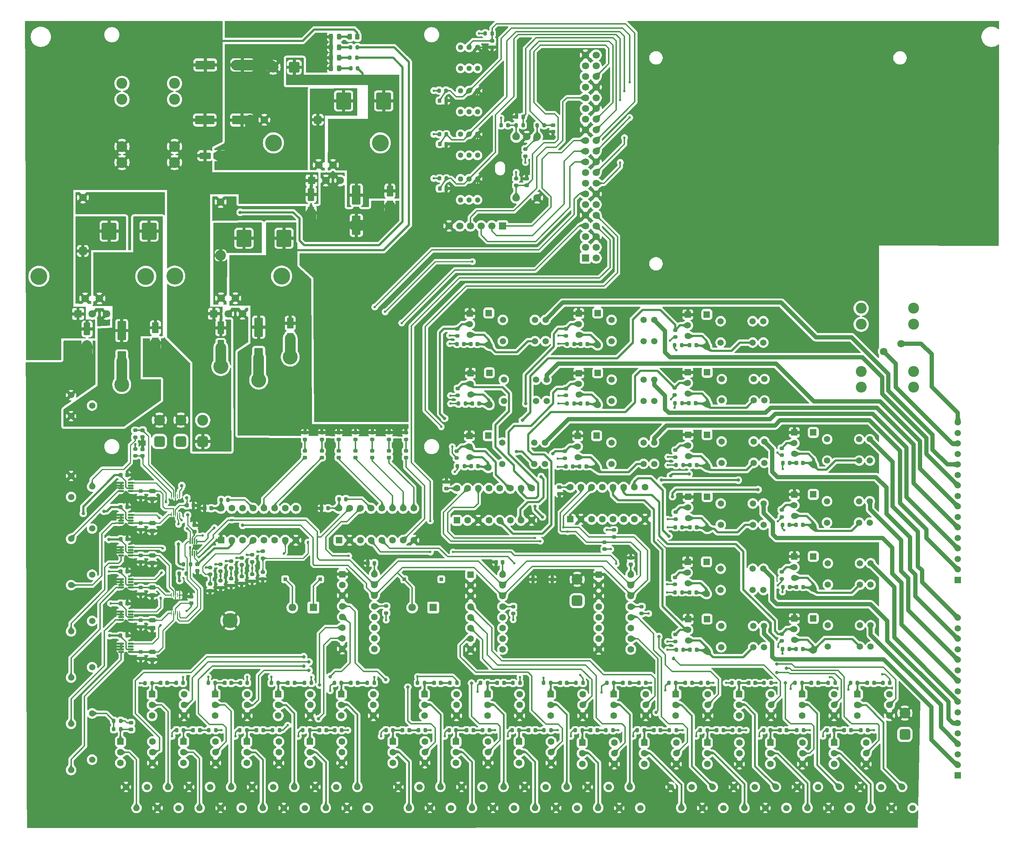
<source format=gbr>
%TF.GenerationSoftware,KiCad,Pcbnew,9.0.6*%
%TF.CreationDate,2025-11-10T19:23:00+01:00*%
%TF.ProjectId,BGA_Steuerung_4layer,4247415f-5374-4657-9565-72756e675f34,rev?*%
%TF.SameCoordinates,Original*%
%TF.FileFunction,Copper,L1,Top*%
%TF.FilePolarity,Positive*%
%FSLAX46Y46*%
G04 Gerber Fmt 4.6, Leading zero omitted, Abs format (unit mm)*
G04 Created by KiCad (PCBNEW 9.0.6) date 2025-11-10 19:23:00*
%MOMM*%
%LPD*%
G01*
G04 APERTURE LIST*
G04 Aperture macros list*
%AMRoundRect*
0 Rectangle with rounded corners*
0 $1 Rounding radius*
0 $2 $3 $4 $5 $6 $7 $8 $9 X,Y pos of 4 corners*
0 Add a 4 corners polygon primitive as box body*
4,1,4,$2,$3,$4,$5,$6,$7,$8,$9,$2,$3,0*
0 Add four circle primitives for the rounded corners*
1,1,$1+$1,$2,$3*
1,1,$1+$1,$4,$5*
1,1,$1+$1,$6,$7*
1,1,$1+$1,$8,$9*
0 Add four rect primitives between the rounded corners*
20,1,$1+$1,$2,$3,$4,$5,0*
20,1,$1+$1,$4,$5,$6,$7,0*
20,1,$1+$1,$6,$7,$8,$9,0*
20,1,$1+$1,$8,$9,$2,$3,0*%
G04 Aperture macros list end*
%TA.AperFunction,ComponentPad*%
%ADD10C,1.500000*%
%TD*%
%TA.AperFunction,SMDPad,CuDef*%
%ADD11RoundRect,0.200000X-0.200000X-0.275000X0.200000X-0.275000X0.200000X0.275000X-0.200000X0.275000X0*%
%TD*%
%TA.AperFunction,ComponentPad*%
%ADD12R,1.500000X1.500000*%
%TD*%
%TA.AperFunction,ComponentPad*%
%ADD13RoundRect,0.250000X-0.550000X-0.550000X0.550000X-0.550000X0.550000X0.550000X-0.550000X0.550000X0*%
%TD*%
%TA.AperFunction,ComponentPad*%
%ADD14C,1.600000*%
%TD*%
%TA.AperFunction,SMDPad,CuDef*%
%ADD15RoundRect,0.250001X-2.049999X-0.799999X2.049999X-0.799999X2.049999X0.799999X-2.049999X0.799999X0*%
%TD*%
%TA.AperFunction,SMDPad,CuDef*%
%ADD16RoundRect,0.200000X0.200000X0.275000X-0.200000X0.275000X-0.200000X-0.275000X0.200000X-0.275000X0*%
%TD*%
%TA.AperFunction,SMDPad,CuDef*%
%ADD17RoundRect,0.218750X-0.218750X-0.256250X0.218750X-0.256250X0.218750X0.256250X-0.218750X0.256250X0*%
%TD*%
%TA.AperFunction,SMDPad,CuDef*%
%ADD18RoundRect,0.225000X0.250000X-0.225000X0.250000X0.225000X-0.250000X0.225000X-0.250000X-0.225000X0*%
%TD*%
%TA.AperFunction,SMDPad,CuDef*%
%ADD19RoundRect,0.218750X0.218750X0.256250X-0.218750X0.256250X-0.218750X-0.256250X0.218750X-0.256250X0*%
%TD*%
%TA.AperFunction,ComponentPad*%
%ADD20R,0.850000X0.850000*%
%TD*%
%TA.AperFunction,SMDPad,CuDef*%
%ADD21RoundRect,0.200000X-0.275000X0.200000X-0.275000X-0.200000X0.275000X-0.200000X0.275000X0.200000X0*%
%TD*%
%TA.AperFunction,SMDPad,CuDef*%
%ADD22RoundRect,0.200000X0.275000X-0.200000X0.275000X0.200000X-0.275000X0.200000X-0.275000X-0.200000X0*%
%TD*%
%TA.AperFunction,SMDPad,CuDef*%
%ADD23RoundRect,0.225000X-0.250000X0.225000X-0.250000X-0.225000X0.250000X-0.225000X0.250000X0.225000X0*%
%TD*%
%TA.AperFunction,SMDPad,CuDef*%
%ADD24RoundRect,0.250000X-0.450000X0.262500X-0.450000X-0.262500X0.450000X-0.262500X0.450000X0.262500X0*%
%TD*%
%TA.AperFunction,ComponentPad*%
%ADD25RoundRect,0.250000X0.650000X-0.650000X0.650000X0.650000X-0.650000X0.650000X-0.650000X-0.650000X0*%
%TD*%
%TA.AperFunction,ComponentPad*%
%ADD26C,1.800000*%
%TD*%
%TA.AperFunction,ComponentPad*%
%ADD27RoundRect,0.650000X0.650000X-0.650000X0.650000X0.650000X-0.650000X0.650000X-0.650000X-0.650000X0*%
%TD*%
%TA.AperFunction,ComponentPad*%
%ADD28C,2.600000*%
%TD*%
%TA.AperFunction,ComponentPad*%
%ADD29RoundRect,0.250000X-0.550000X0.550000X-0.550000X-0.550000X0.550000X-0.550000X0.550000X0.550000X0*%
%TD*%
%TA.AperFunction,SMDPad,CuDef*%
%ADD30RoundRect,0.125000X-0.537500X-0.125000X0.537500X-0.125000X0.537500X0.125000X-0.537500X0.125000X0*%
%TD*%
%TA.AperFunction,ComponentPad*%
%ADD31R,1.800000X1.800000*%
%TD*%
%TA.AperFunction,SMDPad,CuDef*%
%ADD32RoundRect,0.225000X-0.225000X-0.250000X0.225000X-0.250000X0.225000X0.250000X-0.225000X0.250000X0*%
%TD*%
%TA.AperFunction,WasherPad*%
%ADD33C,4.000000*%
%TD*%
%TA.AperFunction,ComponentPad*%
%ADD34C,1.498600*%
%TD*%
%TA.AperFunction,SMDPad,CuDef*%
%ADD35RoundRect,0.218750X0.256250X-0.218750X0.256250X0.218750X-0.256250X0.218750X-0.256250X-0.218750X0*%
%TD*%
%TA.AperFunction,SMDPad,CuDef*%
%ADD36RoundRect,0.250000X-1.075000X-0.550000X1.075000X-0.550000X1.075000X0.550000X-1.075000X0.550000X0*%
%TD*%
%TA.AperFunction,SMDPad,CuDef*%
%ADD37RoundRect,0.243750X-0.243750X-0.456250X0.243750X-0.456250X0.243750X0.456250X-0.243750X0.456250X0*%
%TD*%
%TA.AperFunction,SMDPad,CuDef*%
%ADD38RoundRect,0.225000X0.225000X0.250000X-0.225000X0.250000X-0.225000X-0.250000X0.225000X-0.250000X0*%
%TD*%
%TA.AperFunction,SMDPad,CuDef*%
%ADD39RoundRect,0.087500X0.087500X-0.537500X0.087500X0.537500X-0.087500X0.537500X-0.087500X-0.537500X0*%
%TD*%
%TA.AperFunction,ComponentPad*%
%ADD40C,3.600000*%
%TD*%
%TA.AperFunction,SMDPad,CuDef*%
%ADD41RoundRect,0.250000X-0.550000X1.050000X-0.550000X-1.050000X0.550000X-1.050000X0.550000X1.050000X0*%
%TD*%
%TA.AperFunction,ComponentPad*%
%ADD42RoundRect,0.250000X0.550000X-0.550000X0.550000X0.550000X-0.550000X0.550000X-0.550000X-0.550000X0*%
%TD*%
%TA.AperFunction,SMDPad,CuDef*%
%ADD43RoundRect,0.250000X-0.550000X1.250000X-0.550000X-1.250000X0.550000X-1.250000X0.550000X1.250000X0*%
%TD*%
%TA.AperFunction,SMDPad,CuDef*%
%ADD44RoundRect,0.250002X-1.499998X-1.749998X1.499998X-1.749998X1.499998X1.749998X-1.499998X1.749998X0*%
%TD*%
%TA.AperFunction,SMDPad,CuDef*%
%ADD45R,0.250000X1.100000*%
%TD*%
%TA.AperFunction,SMDPad,CuDef*%
%ADD46RoundRect,0.250000X0.262500X0.450000X-0.262500X0.450000X-0.262500X-0.450000X0.262500X-0.450000X0*%
%TD*%
%TA.AperFunction,ComponentPad*%
%ADD47RoundRect,0.250000X0.650000X0.650000X-0.650000X0.650000X-0.650000X-0.650000X0.650000X-0.650000X0*%
%TD*%
%TA.AperFunction,ComponentPad*%
%ADD48RoundRect,0.250000X1.000000X1.000000X-1.000000X1.000000X-1.000000X-1.000000X1.000000X-1.000000X0*%
%TD*%
%TA.AperFunction,ComponentPad*%
%ADD49C,2.500000*%
%TD*%
%TA.AperFunction,SMDPad,CuDef*%
%ADD50RoundRect,0.250001X-0.799999X1.999999X-0.799999X-1.999999X0.799999X-1.999999X0.799999X1.999999X0*%
%TD*%
%TA.AperFunction,ComponentPad*%
%ADD51R,1.700000X1.700000*%
%TD*%
%TA.AperFunction,ComponentPad*%
%ADD52C,1.700000*%
%TD*%
%TA.AperFunction,ComponentPad*%
%ADD53C,1.300000*%
%TD*%
%TA.AperFunction,ViaPad*%
%ADD54C,1.800000*%
%TD*%
%TA.AperFunction,ViaPad*%
%ADD55C,0.600000*%
%TD*%
%TA.AperFunction,ViaPad*%
%ADD56C,3.500000*%
%TD*%
%TA.AperFunction,ViaPad*%
%ADD57C,0.800000*%
%TD*%
%TA.AperFunction,Conductor*%
%ADD58C,0.300000*%
%TD*%
%TA.AperFunction,Conductor*%
%ADD59C,0.250000*%
%TD*%
%TA.AperFunction,Conductor*%
%ADD60C,2.500000*%
%TD*%
%TA.AperFunction,Conductor*%
%ADD61C,0.500000*%
%TD*%
%TA.AperFunction,Conductor*%
%ADD62C,0.400000*%
%TD*%
%TA.AperFunction,Conductor*%
%ADD63C,1.000000*%
%TD*%
G04 APERTURE END LIST*
D10*
%TO.P,J5,1,Pin_1*%
%TO.N,GND*%
X58250000Y-260500000D03*
%TO.P,J5,2,Pin_2*%
%TO.N,Digital_In_23*%
X60750000Y-265500000D03*
%TO.P,J5,3,Pin_3*%
%TO.N,12V_Power1*%
X63250000Y-260500000D03*
%TO.P,J5,4,Pin_4*%
%TO.N,GND*%
X65750000Y-265500000D03*
%TO.P,J5,5,Pin_5*%
%TO.N,Digital_In_22*%
X68250000Y-260500000D03*
%TO.P,J5,6,Pin_6*%
%TO.N,12V_Power1*%
X70750000Y-265500000D03*
%TO.P,J5,7,Pin_7*%
%TO.N,GND*%
X73250000Y-260500000D03*
%TO.P,J5,8,Pin_8*%
%TO.N,Digital_In_21*%
X75750000Y-265500000D03*
%TO.P,J5,9,Pin_9*%
%TO.N,12V_Power1*%
X78250000Y-260500000D03*
%TO.P,J5,10,Pin_10*%
%TO.N,GND*%
X80750000Y-265500000D03*
%TO.P,J5,11,Pin_11*%
%TO.N,Digital_In_20*%
X83250000Y-260500000D03*
%TO.P,J5,12,Pin_12*%
%TO.N,12V_Power1*%
X85750000Y-265500000D03*
%TO.P,J5,13,Pin_13*%
%TO.N,GND*%
X88250000Y-260500000D03*
%TO.P,J5,14,Pin_14*%
%TO.N,Digital_In_19*%
X90750000Y-265500000D03*
%TO.P,J5,15,Pin_15*%
%TO.N,12V_Power1*%
X93250000Y-260500000D03*
%TO.P,J5,16,Pin_16*%
%TO.N,GND*%
X95750000Y-265500000D03*
%TO.P,J5,17,Pin_17*%
%TO.N,Digital_In_18*%
X98250000Y-260500000D03*
%TO.P,J5,18,Pin_18*%
%TO.N,12V_Power1*%
X100750000Y-265500000D03*
%TO.P,J5,19,Pin_19*%
%TO.N,GND*%
X103250000Y-260500000D03*
%TO.P,J5,20,Pin_20*%
%TO.N,Digital_In_17*%
X105750000Y-265500000D03*
%TO.P,J5,21,Pin_21*%
%TO.N,12V_Power1*%
X108250000Y-260500000D03*
%TO.P,J5,22,Pin_22*%
%TO.N,GND*%
X110750000Y-265500000D03*
%TO.P,J5,23,Pin_23*%
%TO.N,Digital_In_16*%
X113250000Y-260500000D03*
%TO.P,J5,24,Pin_24*%
%TO.N,12V_Power1*%
X115750000Y-265500000D03*
%TD*%
D11*
%TO.P,R105,1*%
%TO.N,12V_Power1*%
X136930000Y-155077581D03*
%TO.P,R105,2*%
%TO.N,Net-(D59-A)*%
X138580000Y-155077581D03*
%TD*%
D10*
%TO.P,Q5,1,C*%
%TO.N,Net-(D36-A)*%
X140125000Y-167100557D03*
%TO.P,Q5,2,B*%
%TO.N,/Digital_IO_PCF8574/PCF8574_7BIT_23_DOut_0-7/P4_DOut4*%
X140125000Y-164560557D03*
D12*
%TO.P,Q5,3,E*%
%TO.N,GND*%
X140125000Y-162020557D03*
%TD*%
D10*
%TO.P,Q2,1,C*%
%TO.N,Net-(D33-A)*%
X191790714Y-166927744D03*
%TO.P,Q2,2,B*%
%TO.N,/Digital_IO_PCF8574/PCF8574_7BIT_23_DOut_0-7/P1_DOut1*%
X191790714Y-164387744D03*
D12*
%TO.P,Q2,3,E*%
%TO.N,GND*%
X191790714Y-161847744D03*
%TD*%
D10*
%TO.P,Q13,1,C*%
%TO.N,Net-(D44-A)*%
X217130000Y-225500000D03*
%TO.P,Q13,2,B*%
%TO.N,/Digital_IO_PCF8574/PCF8574_7BIT_24_DOut_8-15/P6_DOut14*%
X217130000Y-222960000D03*
D12*
%TO.P,Q13,3,E*%
%TO.N,GND*%
X217130000Y-220420000D03*
%TD*%
D13*
%TO.P,U28,1*%
%TO.N,Net-(D29-K)*%
X71945000Y-249710000D03*
D14*
%TO.P,U28,2*%
%TO.N,Digital_In_21*%
X71945000Y-252250000D03*
%TO.P,U28,3,NC*%
%TO.N,unconnected-(U28-NC-Pad3)*%
X71945000Y-254790000D03*
%TO.P,U28,4*%
%TO.N,GND*%
X79565000Y-254790000D03*
%TO.P,U28,5*%
%TO.N,Net-(U31-P5)*%
X79565000Y-252250000D03*
%TO.P,U28,6*%
%TO.N,unconnected-(U28-Pad6)*%
X79565000Y-249710000D03*
%TD*%
D11*
%TO.P,R107,1*%
%TO.N,12V_Power1*%
X162800000Y-184217790D03*
%TO.P,R107,2*%
%TO.N,Net-(D61-A)*%
X164450000Y-184217790D03*
%TD*%
D15*
%TO.P,C2,1*%
%TO.N,12V_Power1*%
X77000000Y-101800000D03*
%TO.P,C2,2*%
%TO.N,GND*%
X85800000Y-101800000D03*
%TD*%
D11*
%TO.P,R108,1*%
%TO.N,12V_Power1*%
X163125000Y-155077581D03*
%TO.P,R108,2*%
%TO.N,Net-(D62-A)*%
X164775000Y-155077581D03*
%TD*%
D16*
%TO.P,R25,1*%
%TO.N,12V_Power1*%
X166900000Y-235750000D03*
%TO.P,R25,2*%
%TO.N,Net-(D18-A)*%
X165250000Y-235750000D03*
%TD*%
D11*
%TO.P,R102,1*%
%TO.N,12V_Power1*%
X137300000Y-169270557D03*
%TO.P,R102,2*%
%TO.N,Net-(D56-A)*%
X138950000Y-169270557D03*
%TD*%
D17*
%TO.P,D19,1,K*%
%TO.N,Net-(D19-K)*%
X153962500Y-247000000D03*
%TO.P,D19,2,A*%
%TO.N,Net-(D19-A)*%
X155537500Y-247000000D03*
%TD*%
D18*
%TO.P,C10,1*%
%TO.N,3_3V_Power1*%
X178250000Y-207525000D03*
%TO.P,C10,2*%
%TO.N,GND*%
X178250000Y-205975000D03*
%TD*%
D19*
%TO.P,D58,1,K*%
%TO.N,Net-(D33-A)*%
X193650714Y-169137744D03*
%TO.P,D58,2,A*%
%TO.N,Net-(D58-A)*%
X192075714Y-169137744D03*
%TD*%
D17*
%TO.P,D22,1,K*%
%TO.N,Net-(D22-K)*%
X131500000Y-235750000D03*
%TO.P,D22,2,A*%
%TO.N,Net-(D22-A)*%
X133075000Y-235750000D03*
%TD*%
D19*
%TO.P,D65,1,K*%
%TO.N,Net-(D47-A)*%
X193790125Y-214204186D03*
%TO.P,D65,2,A*%
%TO.N,Net-(D65-A)*%
X192215125Y-214204186D03*
%TD*%
D10*
%TO.P,Q14,1,C*%
%TO.N,Net-(D45-A)*%
X191870000Y-225646837D03*
%TO.P,Q14,2,B*%
%TO.N,/Digital_IO_PCF8574/PCF8574_7BIT_24_DOut_8-15/P7_DOut15*%
X191870000Y-223106837D03*
D12*
%TO.P,Q14,3,E*%
%TO.N,GND*%
X191870000Y-220566837D03*
%TD*%
D20*
%TO.P,J20,1,Pin_1*%
%TO.N,GND*%
X155000000Y-211100000D03*
%TD*%
D17*
%TO.P,D25,1,K*%
%TO.N,Net-(D25-K)*%
X104250000Y-247000000D03*
%TO.P,D25,2,A*%
%TO.N,Net-(D25-A)*%
X105825000Y-247000000D03*
%TD*%
D21*
%TO.P,R128,1*%
%TO.N,/Digital_IO_PCF8574/PCF8574_7BIT_22_DIn16-23/INT_0x22*%
X120100000Y-217475000D03*
%TO.P,R128,2*%
%TO.N,3_3V_Power1*%
X120100000Y-219125000D03*
%TD*%
D22*
%TO.P,R65,1*%
%TO.N,12V_Power1*%
X214130000Y-196231326D03*
%TO.P,R65,2*%
%TO.N,/Digital_IO_PCF8574/PCF8574_7BIT_24_DOut_8-15/P2_DOut10*%
X214130000Y-194581326D03*
%TD*%
D17*
%TO.P,D28,1,K*%
%TO.N,Net-(D28-K)*%
X81712500Y-235750000D03*
%TO.P,D28,2,A*%
%TO.N,Net-(D28-A)*%
X83287500Y-235750000D03*
%TD*%
D23*
%TO.P,C44,1*%
%TO.N,/GUI_inputs/Button_4*%
X145300000Y-82950000D03*
%TO.P,C44,2*%
%TO.N,GND*%
X145300000Y-84500000D03*
%TD*%
D24*
%TO.P,R84,1*%
%TO.N,/Analog_Input_ADS1115/4-20IN_2*%
X64500000Y-213065000D03*
%TO.P,R84,2*%
%TO.N,GND*%
X64500000Y-214890000D03*
%TD*%
D25*
%TO.P,D2,1,K*%
%TO.N,Net-(D2-K)*%
X80750000Y-134000000D03*
D26*
%TO.P,D2,2,A*%
%TO.N,GND*%
X80750000Y-121300000D03*
%TD*%
D27*
%TO.P,REF\u002A\u002A,1*%
%TO.N,12V_Power1*%
X243400000Y-248000000D03*
D28*
%TO.P,REF\u002A\u002A,2*%
%TO.N,GND*%
X243400000Y-242920000D03*
%TD*%
D13*
%TO.P,U8,1*%
%TO.N,Net-(D9-K)*%
X211445000Y-249960000D03*
D14*
%TO.P,U8,2*%
%TO.N,Digital_In_3*%
X211445000Y-252500000D03*
%TO.P,U8,3,NC*%
%TO.N,unconnected-(U8-NC-Pad3)*%
X211445000Y-255040000D03*
%TO.P,U8,4*%
%TO.N,GND*%
X219065000Y-255040000D03*
%TO.P,U8,5*%
%TO.N,Net-(U5-P3)*%
X219065000Y-252500000D03*
%TO.P,U8,6*%
%TO.N,unconnected-(U8-Pad6)*%
X219065000Y-249960000D03*
%TD*%
D11*
%TO.P,R20,1*%
%TO.N,12V_Power1*%
X187295000Y-235750000D03*
%TO.P,R20,2*%
%TO.N,Net-(D14-K)*%
X188945000Y-235750000D03*
%TD*%
D12*
%TO.P,J6,1,Pin_1*%
%TO.N,GND2*%
X256000000Y-211250000D03*
D10*
%TO.P,J6,2,Pin_2*%
%TO.N,D_Out7*%
X256000000Y-208750000D03*
%TO.P,J6,3,Pin_3*%
%TO.N,GND2*%
X256000000Y-206250000D03*
%TO.P,J6,4,Pin_4*%
%TO.N,D_Out6*%
X256000000Y-203750000D03*
%TO.P,J6,5,Pin_5*%
%TO.N,GND2*%
X256000000Y-201250000D03*
%TO.P,J6,6,Pin_6*%
%TO.N,D_Out5*%
X256000000Y-198750000D03*
%TO.P,J6,7,Pin_7*%
%TO.N,GND2*%
X256000000Y-196250000D03*
%TO.P,J6,8,Pin_8*%
%TO.N,D_Out4*%
X256000000Y-193750000D03*
%TO.P,J6,9,Pin_9*%
%TO.N,GND2*%
X256000000Y-191250000D03*
%TO.P,J6,10,Pin_10*%
%TO.N,D_Out3*%
X256000000Y-188750000D03*
%TO.P,J6,11,Pin_11*%
%TO.N,GND2*%
X256000000Y-186250000D03*
%TO.P,J6,12,Pin_12*%
%TO.N,D_Out2*%
X256000000Y-183750000D03*
%TO.P,J6,13,Pin_13*%
%TO.N,GND2*%
X256000000Y-181250000D03*
%TO.P,J6,14,Pin_14*%
%TO.N,D_Out1*%
X256000000Y-178750000D03*
%TO.P,J6,15,Pin_15*%
%TO.N,GND2*%
X256000000Y-176250000D03*
%TO.P,J6,16,Pin_16*%
%TO.N,D_Out0*%
X256000000Y-173750000D03*
%TD*%
D21*
%TO.P,R6,1*%
%TO.N,3_3V_Power1*%
X174250000Y-199350000D03*
%TO.P,R6,2*%
%TO.N,/Analog_Input_ADS1115/3_3V_SCL*%
X174250000Y-201000000D03*
%TD*%
D22*
%TO.P,R63,1*%
%TO.N,12V_Power1*%
X214130000Y-181549489D03*
%TO.P,R63,2*%
%TO.N,/Digital_IO_PCF8574/PCF8574_7BIT_24_DOut_8-15/P0_DOut8*%
X214130000Y-179899489D03*
%TD*%
D29*
%TO.P,D44,1,K*%
%TO.N,12V_Power1*%
X221630000Y-220400000D03*
D14*
%TO.P,D44,2,A*%
%TO.N,Net-(D44-A)*%
X221630000Y-228020000D03*
%TD*%
D22*
%TO.P,R122,1*%
%TO.N,/GUI_inputs/SW_encoder_PUSH*%
X151000000Y-117375000D03*
%TO.P,R122,2*%
%TO.N,3_3V_Power1*%
X151000000Y-115725000D03*
%TD*%
D17*
%TO.P,D13,1,K*%
%TO.N,Net-(D13-K)*%
X198675000Y-247000000D03*
%TO.P,D13,2,A*%
%TO.N,Net-(D13-A)*%
X200250000Y-247000000D03*
%TD*%
D30*
%TO.P,U42,1,GND*%
%TO.N,GND*%
X57112500Y-195795000D03*
%TO.P,U42,2,Mode*%
X57112500Y-196445000D03*
%TO.P,U42,3,-Vcc*%
X57112500Y-197095000D03*
%TO.P,U42,4,IN*%
%TO.N,4_20IN_4*%
X57112500Y-197745000D03*
%TO.P,U42,5,OUT*%
%TO.N,/Analog_Input_ADS1115/4-20IN_4*%
X59387500Y-197745000D03*
%TO.P,U42,6,+Vcc*%
%TO.N,12V_Power1*%
X59387500Y-197095000D03*
%TO.P,U42,7,VSNS*%
%TO.N,unconnected-(U42-VSNS-Pad7)*%
X59387500Y-196445000D03*
%TO.P,U42,8,SGOOD*%
%TO.N,Net-(U42-SGOOD)*%
X59387500Y-195795000D03*
%TD*%
D11*
%TO.P,R18,1*%
%TO.N,12V_Power1*%
X194795000Y-247000000D03*
%TO.P,R18,2*%
%TO.N,Net-(D13-K)*%
X196445000Y-247000000D03*
%TD*%
%TO.P,R47,1*%
%TO.N,12V_Power1*%
X92795000Y-235750000D03*
%TO.P,R47,2*%
%TO.N,Net-(D26-K)*%
X94445000Y-235750000D03*
%TD*%
D10*
%TO.P,Q11,1,C*%
%TO.N,Net-(D42-A)*%
X217130000Y-195986326D03*
%TO.P,Q11,2,B*%
%TO.N,/Digital_IO_PCF8574/PCF8574_7BIT_24_DOut_8-15/P2_DOut10*%
X217130000Y-193446326D03*
D12*
%TO.P,Q11,3,E*%
%TO.N,GND*%
X217130000Y-190906326D03*
%TD*%
D16*
%TO.P,R21,1*%
%TO.N,12V_Power1*%
X189075000Y-247000000D03*
%TO.P,R21,2*%
%TO.N,Net-(D15-A)*%
X187425000Y-247000000D03*
%TD*%
D13*
%TO.P,U9,1*%
%TO.N,Net-(D11-K)*%
X232130000Y-238460000D03*
D14*
%TO.P,U9,2*%
%TO.N,Digital_In_0*%
X232130000Y-241000000D03*
%TO.P,U9,3,NC*%
%TO.N,unconnected-(U9-NC-Pad3)*%
X232130000Y-243540000D03*
%TO.P,U9,4*%
%TO.N,GND*%
X239750000Y-243540000D03*
%TO.P,U9,5*%
%TO.N,Net-(U5-P0)*%
X239750000Y-241000000D03*
%TO.P,U9,6*%
%TO.N,unconnected-(U9-Pad6)*%
X239750000Y-238460000D03*
%TD*%
D18*
%TO.P,C20,1*%
%TO.N,GND*%
X62200000Y-177200000D03*
%TO.P,C20,2*%
%TO.N,Net-(U37-AIN0)*%
X62200000Y-175650000D03*
%TD*%
D22*
%TO.P,R66,1*%
%TO.N,12V_Power1*%
X188894286Y-196772349D03*
%TO.P,R66,2*%
%TO.N,/Digital_IO_PCF8574/PCF8574_7BIT_24_DOut_8-15/P3_DOut11*%
X188894286Y-195122349D03*
%TD*%
D13*
%TO.P,U25,1*%
%TO.N,Net-(D26-K)*%
X94445000Y-238460000D03*
D14*
%TO.P,U25,2*%
%TO.N,Digital_In_18*%
X94445000Y-241000000D03*
%TO.P,U25,3,NC*%
%TO.N,unconnected-(U25-NC-Pad3)*%
X94445000Y-243540000D03*
%TO.P,U25,4*%
%TO.N,GND*%
X102065000Y-243540000D03*
%TO.P,U25,5*%
%TO.N,Net-(U31-P2)*%
X102065000Y-241000000D03*
%TO.P,U25,6*%
%TO.N,unconnected-(U25-Pad6)*%
X102065000Y-238460000D03*
%TD*%
D31*
%TO.P,J22,1,Pin_1*%
%TO.N,Net-(J22-Pin_1)*%
X102800000Y-217800000D03*
D26*
%TO.P,J22,2,Pin_2*%
%TO.N,Net-(J22-Pin_2)*%
X97800000Y-217800000D03*
%TD*%
D16*
%TO.P,R40,1*%
%TO.N,12V_Power1*%
X109500000Y-247000000D03*
%TO.P,R40,2*%
%TO.N,Net-(D25-A)*%
X107850000Y-247000000D03*
%TD*%
D17*
%TO.P,D12,1,K*%
%TO.N,Net-(D12-K)*%
X228962500Y-247000000D03*
%TO.P,D12,2,A*%
%TO.N,Net-(D12-A)*%
X230537500Y-247000000D03*
%TD*%
D22*
%TO.P,R70,1*%
%TO.N,12V_Power1*%
X188752625Y-212279186D03*
%TO.P,R70,2*%
%TO.N,/Digital_IO_PCF8574/PCF8574_7BIT_24_DOut_8-15/P5_DOut13*%
X188752625Y-210629186D03*
%TD*%
D32*
%TO.P,C41,1*%
%TO.N,/GUI_inputs/Button_1*%
X132825000Y-118100000D03*
%TO.P,C41,2*%
%TO.N,GND*%
X134375000Y-118100000D03*
%TD*%
D33*
%TO.P,HS1,*%
%TO.N,*%
X118700000Y-107250000D03*
X93300000Y-107250000D03*
%TD*%
D21*
%TO.P,R93,1*%
%TO.N,Net-(U43-SGOOD)*%
X90750000Y-204425000D03*
%TO.P,R93,2*%
%TO.N,/Analog_Input_ADS1115/4_20_circuit_protection_/SGOOD_4_20IN_5*%
X90750000Y-206075000D03*
%TD*%
D20*
%TO.P,J19,1,Pin_1*%
%TO.N,/Analog_Input_ADS1115/3_3V_SDA*%
X133220000Y-211100000D03*
%TD*%
D22*
%TO.P,R67,1*%
%TO.N,12V_Power1*%
X214130000Y-225745000D03*
%TO.P,R67,2*%
%TO.N,/Digital_IO_PCF8574/PCF8574_7BIT_24_DOut_8-15/P6_DOut14*%
X214130000Y-224095000D03*
%TD*%
D34*
%TO.P,K7,1,1*%
%TO.N,D_Out6*%
X157860000Y-178534441D03*
%TO.P,K7,2,2*%
%TO.N,12V_Power1*%
X155320000Y-178534441D03*
%TO.P,K7,3,3*%
%TO.N,R_Power_ext*%
X147700000Y-178534441D03*
%TO.P,K7,4,4*%
X147700000Y-183614441D03*
%TO.P,K7,5,5*%
%TO.N,Net-(D38-A)*%
X155320000Y-183614441D03*
%TO.P,K7,6,6*%
%TO.N,unconnected-(K7-Pad6)*%
X157860000Y-183614441D03*
%TD*%
D10*
%TO.P,J15,1,Pin_1*%
%TO.N,4_20IN_4*%
X45200000Y-212470000D03*
%TO.P,J15,2,Pin_2*%
%TO.N,12V_Power1*%
X50200000Y-210000000D03*
%TD*%
D11*
%TO.P,R29,1*%
%TO.N,12V_Power1*%
X172545000Y-235750000D03*
%TO.P,R29,2*%
%TO.N,Net-(D16-K)*%
X174195000Y-235750000D03*
%TD*%
D16*
%TO.P,R42,1*%
%TO.N,12V_Power1*%
X94725000Y-247000000D03*
%TO.P,R42,2*%
%TO.N,Net-(D27-A)*%
X93075000Y-247000000D03*
%TD*%
D10*
%TO.P,Q15,1,C*%
%TO.N,Net-(D46-A)*%
X217130000Y-210743163D03*
%TO.P,Q15,2,B*%
%TO.N,/Digital_IO_PCF8574/PCF8574_7BIT_24_DOut_8-15/P4_DOut12*%
X217130000Y-208203163D03*
D12*
%TO.P,Q15,3,E*%
%TO.N,GND*%
X217130000Y-205663163D03*
%TD*%
D13*
%TO.P,U5,1,A0*%
%TO.N,GND*%
X170630000Y-209970000D03*
D14*
%TO.P,U5,2,A1*%
X170630000Y-212510000D03*
%TO.P,U5,3,A2*%
X170630000Y-215050000D03*
%TO.P,U5,4,P0*%
%TO.N,Net-(U5-P0)*%
X170630000Y-217590000D03*
%TO.P,U5,5,P1*%
%TO.N,Net-(U5-P1)*%
X170630000Y-220130000D03*
%TO.P,U5,6,P2*%
%TO.N,Net-(U5-P2)*%
X170630000Y-222670000D03*
%TO.P,U5,7,P3*%
%TO.N,Net-(U5-P3)*%
X170630000Y-225210000D03*
%TO.P,U5,8,GND*%
%TO.N,GND*%
X170630000Y-227750000D03*
%TO.P,U5,9,P4*%
%TO.N,Net-(U5-P4)*%
X178250000Y-227750000D03*
%TO.P,U5,10,P5*%
%TO.N,Net-(U5-P5)*%
X178250000Y-225210000D03*
%TO.P,U5,11,P6*%
%TO.N,Net-(U5-P6)*%
X178250000Y-222670000D03*
%TO.P,U5,12,P7*%
%TO.N,Net-(U5-P7)*%
X178250000Y-220130000D03*
%TO.P,U5,13,INT*%
%TO.N,/Digital_IO_PCF8574/PCF8574_7BIT_20_DIn0-7/INT_0x20*%
X178250000Y-217590000D03*
%TO.P,U5,14,SCL*%
%TO.N,/Analog_Input_ADS1115/3_3V_SCL*%
X178250000Y-215050000D03*
%TO.P,U5,15,SDA*%
%TO.N,/Analog_Input_ADS1115/3_3V_SDA*%
X178250000Y-212510000D03*
%TO.P,U5,16,VCC*%
%TO.N,3_3V_Power1*%
X178250000Y-209970000D03*
%TD*%
D13*
%TO.P,U11,1*%
%TO.N,Net-(D13-K)*%
X196445000Y-249960000D03*
D14*
%TO.P,U11,2*%
%TO.N,Digital_In_5*%
X196445000Y-252500000D03*
%TO.P,U11,3,NC*%
%TO.N,unconnected-(U11-NC-Pad3)*%
X196445000Y-255040000D03*
%TO.P,U11,4*%
%TO.N,GND*%
X204065000Y-255040000D03*
%TO.P,U11,5*%
%TO.N,Net-(U5-P5)*%
X204065000Y-252500000D03*
%TO.P,U11,6*%
%TO.N,unconnected-(U11-Pad6)*%
X204065000Y-249960000D03*
%TD*%
D21*
%TO.P,R97,1*%
%TO.N,Net-(U41-SGOOD)*%
X85750000Y-206000000D03*
%TO.P,R97,2*%
%TO.N,/Analog_Input_ADS1115/4_20_circuit_protection_/SGOOD_4_20IN_3*%
X85750000Y-207650000D03*
%TD*%
D11*
%TO.P,R123,1*%
%TO.N,3_3V_Power1*%
X132775000Y-115700000D03*
%TO.P,R123,2*%
%TO.N,/GUI_inputs/Button_1*%
X134425000Y-115700000D03*
%TD*%
D18*
%TO.P,C22,1*%
%TO.N,GND*%
X61750000Y-229935000D03*
%TO.P,C22,2*%
%TO.N,/Analog_Input_ADS1115/4-20IN_0*%
X61750000Y-228385000D03*
%TD*%
D22*
%TO.P,R60,1*%
%TO.N,12V_Power1*%
X162875000Y-167345558D03*
%TO.P,R60,2*%
%TO.N,/Digital_IO_PCF8574/PCF8574_7BIT_23_DOut_0-7/P5_DOut5*%
X162875000Y-165695558D03*
%TD*%
D19*
%TO.P,D64,1,K*%
%TO.N,Net-(D46-A)*%
X219205000Y-212913163D03*
%TO.P,D64,2,A*%
%TO.N,Net-(D64-A)*%
X217630000Y-212913163D03*
%TD*%
D11*
%TO.P,R117,1*%
%TO.N,3_3V_Power1*%
X132750000Y-105200000D03*
%TO.P,R117,2*%
%TO.N,/GUI_inputs/Button_2*%
X134400000Y-105200000D03*
%TD*%
D23*
%TO.P,C19,1*%
%TO.N,GND*%
X73750000Y-215225000D03*
%TO.P,C19,2*%
%TO.N,5V_Power1*%
X73750000Y-216775000D03*
%TD*%
D35*
%TO.P,D53,1,K*%
%TO.N,Net-(D53-K)*%
X104800000Y-182087500D03*
%TO.P,D53,2,A*%
%TO.N,Net-(D53-A)*%
X104800000Y-180512500D03*
%TD*%
%TO.P,D48,1,K*%
%TO.N,Net-(D48-K)*%
X124800000Y-182087500D03*
%TO.P,D48,2,A*%
%TO.N,Net-(D48-A)*%
X124800000Y-180512500D03*
%TD*%
D19*
%TO.P,D69,1,K*%
%TO.N,Net-(D45-A)*%
X193907500Y-227816837D03*
%TO.P,D69,2,A*%
%TO.N,Net-(D69-A)*%
X192332500Y-227816837D03*
%TD*%
D36*
%TO.P,C3,1*%
%TO.N,12V_Power1*%
X77050000Y-110300000D03*
%TO.P,C3,2*%
%TO.N,GND*%
X80400000Y-110300000D03*
%TD*%
D10*
%TO.P,J14,1,Pin_1*%
%TO.N,4_20IN_3*%
X45200000Y-223470000D03*
%TO.P,J14,2,Pin_2*%
%TO.N,12V_Power1*%
X50200000Y-221000000D03*
%TD*%
D11*
%TO.P,R46,1*%
%TO.N,12V_Power1*%
X100295000Y-247000000D03*
%TO.P,R46,2*%
%TO.N,Net-(D25-K)*%
X101945000Y-247000000D03*
%TD*%
D29*
%TO.P,D36,1,K*%
%TO.N,12V_Power1*%
X144625000Y-161960557D03*
D14*
%TO.P,D36,2,A*%
%TO.N,Net-(D36-A)*%
X144625000Y-169580557D03*
%TD*%
D31*
%TO.P,U3,1,VIN*%
%TO.N,12V_Power1*%
X102350000Y-116200000D03*
D26*
%TO.P,U3,2,OUT*%
%TO.N,Net-(D6-K)*%
X104050000Y-112500000D03*
%TO.P,U3,3,GND*%
%TO.N,GND*%
X105750000Y-116200000D03*
%TO.P,U3,4,FB*%
%TO.N,Net-(J2-Pin_1)*%
X107450000Y-112500000D03*
%TO.P,U3,5,~{ON}/OFF*%
%TO.N,GND*%
X109150000Y-116200000D03*
%TD*%
D37*
%TO.P,D1,1,K*%
%TO.N,GND*%
X107000000Y-82000000D03*
%TO.P,D1,2,A*%
%TO.N,Net-(D1-A)*%
X108875000Y-82000000D03*
%TD*%
D17*
%TO.P,D14,1,K*%
%TO.N,Net-(D14-K)*%
X191212500Y-235750000D03*
%TO.P,D14,2,A*%
%TO.N,Net-(D14-A)*%
X192787500Y-235750000D03*
%TD*%
D38*
%TO.P,C18,1*%
%TO.N,GND*%
X74275000Y-193500000D03*
%TO.P,C18,2*%
%TO.N,5V_Power1*%
X72725000Y-193500000D03*
%TD*%
D16*
%TO.P,R26,1*%
%TO.N,12V_Power1*%
X159250000Y-247000000D03*
%TO.P,R26,2*%
%TO.N,Net-(D19-A)*%
X157600000Y-247000000D03*
%TD*%
D17*
%TO.P,D16,1,K*%
%TO.N,Net-(D16-K)*%
X176425000Y-235750000D03*
%TO.P,D16,2,A*%
%TO.N,Net-(D16-A)*%
X178000000Y-235750000D03*
%TD*%
D22*
%TO.P,R62,1*%
%TO.N,12V_Power1*%
X162625000Y-182292790D03*
%TO.P,R62,2*%
%TO.N,/Digital_IO_PCF8574/PCF8574_7BIT_23_DOut_0-7/P7_DOut7*%
X162625000Y-180642790D03*
%TD*%
D35*
%TO.P,D49,1,K*%
%TO.N,Net-(D49-K)*%
X120800000Y-182087500D03*
%TO.P,D49,2,A*%
%TO.N,Net-(D49-A)*%
X120800000Y-180512500D03*
%TD*%
D22*
%TO.P,R58,1*%
%TO.N,12V_Power1*%
X162875000Y-153152581D03*
%TO.P,R58,2*%
%TO.N,/Digital_IO_PCF8574/PCF8574_7BIT_23_DOut_0-7/P3_DOut3*%
X162875000Y-151502581D03*
%TD*%
D30*
%TO.P,U39,1,GND*%
%TO.N,GND*%
X57112500Y-218775000D03*
%TO.P,U39,2,Mode*%
X57112500Y-219425000D03*
%TO.P,U39,3,-Vcc*%
X57112500Y-220075000D03*
%TO.P,U39,4,IN*%
%TO.N,4_20IN_1*%
X57112500Y-220725000D03*
%TO.P,U39,5,OUT*%
%TO.N,/Analog_Input_ADS1115/4-20IN_1*%
X59387500Y-220725000D03*
%TO.P,U39,6,+Vcc*%
%TO.N,12V_Power1*%
X59387500Y-220075000D03*
%TO.P,U39,7,VSNS*%
%TO.N,unconnected-(U39-VSNS-Pad7)*%
X59387500Y-219425000D03*
%TO.P,U39,8,SGOOD*%
%TO.N,Net-(U39-SGOOD)*%
X59387500Y-218775000D03*
%TD*%
D11*
%TO.P,R10,1*%
%TO.N,12V_Power1*%
X209795000Y-247000000D03*
%TO.P,R10,2*%
%TO.N,Net-(D9-K)*%
X211445000Y-247000000D03*
%TD*%
D18*
%TO.P,C38,1*%
%TO.N,/GUI_inputs/SW_encoder_PUSH*%
X153500000Y-117325000D03*
%TO.P,C38,2*%
%TO.N,GND*%
X153500000Y-115775000D03*
%TD*%
D21*
%TO.P,R98,1*%
%TO.N,/Analog_Input_ADS1115/4_20_circuit_protection_/SGOOD_4_20IN_3*%
X85750000Y-210425000D03*
%TO.P,R98,2*%
%TO.N,GND*%
X85750000Y-212075000D03*
%TD*%
D11*
%TO.P,R54,1*%
%TO.N,12V_Power1*%
X55326466Y-246762141D03*
%TO.P,R54,2*%
%TO.N,Net-(D31-K)*%
X56976466Y-246762141D03*
%TD*%
D35*
%TO.P,D31,1,K*%
%TO.N,Net-(D31-K)*%
X59500000Y-246787500D03*
%TO.P,D31,2,A*%
%TO.N,Net-(D31-A)*%
X59500000Y-245212500D03*
%TD*%
D39*
%TO.P,U35,1,SDA_B*%
%TO.N,Net-(U35-SDA_B)*%
X73500000Y-204900000D03*
%TO.P,U35,2,GND*%
%TO.N,GND*%
X74000000Y-204900000D03*
%TO.P,U35,3,VCCA*%
%TO.N,3_3V_Power1*%
X74500000Y-204900000D03*
%TO.P,U35,4,SDA_A*%
%TO.N,/Analog_Input_ADS1115/3_3V_SDA*%
X75000000Y-204900000D03*
%TO.P,U35,5,SCL_A*%
%TO.N,/Analog_Input_ADS1115/3_3V_SCL*%
X75000000Y-202100000D03*
%TO.P,U35,6,OE*%
%TO.N,3_3V_Power1*%
X74500000Y-202100000D03*
%TO.P,U35,7,VCCB*%
%TO.N,5V_Power1*%
X74000000Y-202100000D03*
%TO.P,U35,8,SCL_B*%
%TO.N,Net-(U35-SCL_B)*%
X73500000Y-202100000D03*
%TD*%
D11*
%TO.P,R124,1*%
%TO.N,3_3V_Power1*%
X132675000Y-94800000D03*
%TO.P,R124,2*%
%TO.N,/GUI_inputs/Button_3*%
X134325000Y-94800000D03*
%TD*%
D40*
%TO.P,REF\u002A\u002A,1*%
%TO.N,GND*%
X83000000Y-220900000D03*
%TD*%
D29*
%TO.P,D35,1,K*%
%TO.N,12V_Power1*%
X170375000Y-147727581D03*
D14*
%TO.P,D35,2,A*%
%TO.N,Net-(D35-A)*%
X170375000Y-155347581D03*
%TD*%
D22*
%TO.P,R61,1*%
%TO.N,12V_Power1*%
X136875000Y-182252791D03*
%TO.P,R61,2*%
%TO.N,/Digital_IO_PCF8574/PCF8574_7BIT_23_DOut_0-7/P6_DOut6*%
X136875000Y-180602791D03*
%TD*%
D21*
%TO.P,R95,1*%
%TO.N,Net-(U42-SGOOD)*%
X88250000Y-205250000D03*
%TO.P,R95,2*%
%TO.N,/Analog_Input_ADS1115/4_20_circuit_protection_/SGOOD_4_20IN_4*%
X88250000Y-206900000D03*
%TD*%
D22*
%TO.P,R56,1*%
%TO.N,12V_Power1*%
X188650714Y-167212744D03*
%TO.P,R56,2*%
%TO.N,/Digital_IO_PCF8574/PCF8574_7BIT_23_DOut_0-7/P1_DOut1*%
X188650714Y-165562744D03*
%TD*%
D34*
%TO.P,K12,1,1*%
%TO.N,D_Out11*%
X209800000Y-193053999D03*
%TO.P,K12,2,2*%
%TO.N,12V_Power1*%
X207260000Y-193053999D03*
%TO.P,K12,3,3*%
%TO.N,R_Power_ext*%
X199640000Y-193053999D03*
%TO.P,K12,4,4*%
X199640000Y-198133999D03*
%TO.P,K12,5,5*%
%TO.N,Net-(D43-A)*%
X207260000Y-198133999D03*
%TO.P,K12,6,6*%
%TO.N,unconnected-(K12-Pad6)*%
X209800000Y-198133999D03*
%TD*%
D11*
%TO.P,R115,1*%
%TO.N,12V_Power1*%
X189045000Y-227816837D03*
%TO.P,R115,2*%
%TO.N,Net-(D69-A)*%
X190695000Y-227816837D03*
%TD*%
D17*
%TO.P,D26,1,K*%
%TO.N,Net-(D26-K)*%
X96712500Y-235750000D03*
%TO.P,D26,2,A*%
%TO.N,Net-(D26-A)*%
X98287500Y-235750000D03*
%TD*%
D20*
%TO.P,J21,1,Pin_1*%
%TO.N,GND*%
X159600000Y-211100000D03*
%TD*%
D38*
%TO.P,C11,1*%
%TO.N,3_3V_Power1*%
X147775000Y-207000000D03*
%TO.P,C11,2*%
%TO.N,GND*%
X146225000Y-207000000D03*
%TD*%
D11*
%TO.P,R101,1*%
%TO.N,12V_Power1*%
X188666786Y-155364744D03*
%TO.P,R101,2*%
%TO.N,Net-(D55-A)*%
X190316786Y-155364744D03*
%TD*%
D21*
%TO.P,R71,1*%
%TO.N,3_3V_Power1*%
X124800000Y-176168750D03*
%TO.P,R71,2*%
%TO.N,Net-(D48-A)*%
X124800000Y-177818750D03*
%TD*%
D11*
%TO.P,R49,1*%
%TO.N,12V_Power1*%
X77795000Y-235750000D03*
%TO.P,R49,2*%
%TO.N,Net-(D28-K)*%
X79445000Y-235750000D03*
%TD*%
D21*
%TO.P,R74,1*%
%TO.N,3_3V_Power1*%
X112800000Y-176168750D03*
%TO.P,R74,2*%
%TO.N,Net-(D51-A)*%
X112800000Y-177818750D03*
%TD*%
D16*
%TO.P,R130,1*%
%TO.N,/Analog_Input_ADS1115/INT_0x26*%
X82525000Y-192200000D03*
%TO.P,R130,2*%
%TO.N,3_3V_Power1*%
X80875000Y-192200000D03*
%TD*%
D38*
%TO.P,C15,1*%
%TO.N,3_3V_Power1*%
X106275000Y-194185000D03*
%TO.P,C15,2*%
%TO.N,GND*%
X104725000Y-194185000D03*
%TD*%
D10*
%TO.P,J13,1,Pin_1*%
%TO.N,4_20IN_2*%
X45200000Y-234470000D03*
%TO.P,J13,2,Pin_2*%
%TO.N,12V_Power1*%
X50200000Y-232000000D03*
%TD*%
D24*
%TO.P,R92,1*%
%TO.N,/Analog_Input_ADS1115/4-20IN_5*%
X64500000Y-190085000D03*
%TO.P,R92,2*%
%TO.N,GND*%
X64500000Y-191910000D03*
%TD*%
D16*
%TO.P,R15,1*%
%TO.N,12V_Power1*%
X234575000Y-247000000D03*
%TO.P,R15,2*%
%TO.N,Net-(D12-A)*%
X232925000Y-247000000D03*
%TD*%
D21*
%TO.P,R99,1*%
%TO.N,3_3V_Power1*%
X104800000Y-176168750D03*
%TO.P,R99,2*%
%TO.N,Net-(D53-A)*%
X104800000Y-177818750D03*
%TD*%
D13*
%TO.P,U19,1*%
%TO.N,Net-(D21-K)*%
X136695000Y-249710000D03*
D14*
%TO.P,U19,2*%
%TO.N,Digital_In_13*%
X136695000Y-252250000D03*
%TO.P,U19,3,NC*%
%TO.N,unconnected-(U19-NC-Pad3)*%
X136695000Y-254790000D03*
%TO.P,U19,4*%
%TO.N,GND*%
X144315000Y-254790000D03*
%TO.P,U19,5*%
%TO.N,Net-(U22-P5)*%
X144315000Y-252250000D03*
%TO.P,U19,6*%
%TO.N,unconnected-(U19-Pad6)*%
X144315000Y-249710000D03*
%TD*%
D34*
%TO.P,K13,1,1*%
%TO.N,D_Out12*%
X235260000Y-207269813D03*
%TO.P,K13,2,2*%
%TO.N,12V_Power1*%
X232720000Y-207269813D03*
%TO.P,K13,3,3*%
%TO.N,R_Power_ext*%
X225100000Y-207269813D03*
%TO.P,K13,4,4*%
X225100000Y-212349813D03*
%TO.P,K13,5,5*%
%TO.N,Net-(D46-A)*%
X232720000Y-212349813D03*
%TO.P,K13,6,6*%
%TO.N,unconnected-(K13-Pad6)*%
X235260000Y-212349813D03*
%TD*%
D10*
%TO.P,Q9,1,C*%
%TO.N,Net-(D40-A)*%
X217130000Y-181229489D03*
%TO.P,Q9,2,B*%
%TO.N,/Digital_IO_PCF8574/PCF8574_7BIT_24_DOut_8-15/P0_DOut8*%
X217130000Y-178689489D03*
D12*
%TO.P,Q9,3,E*%
%TO.N,GND*%
X217130000Y-176149489D03*
%TD*%
D29*
%TO.P,D40,1,K*%
%TO.N,12V_Power1*%
X221630000Y-176129489D03*
D14*
%TO.P,D40,2,A*%
%TO.N,Net-(D40-A)*%
X221630000Y-183749489D03*
%TD*%
D10*
%TO.P,J16,1,Pin_1*%
%TO.N,4_20IN_5*%
X45200000Y-201470000D03*
%TO.P,J16,2,Pin_2*%
%TO.N,12V_Power1*%
X50200000Y-199000000D03*
%TD*%
D41*
%TO.P,C37,1*%
%TO.N,3_3V_Power1*%
X97295807Y-150150000D03*
%TO.P,C37,2*%
%TO.N,GND*%
X97295807Y-153750000D03*
%TD*%
D17*
%TO.P,D21,1,K*%
%TO.N,Net-(D21-K)*%
X139212500Y-247000000D03*
%TO.P,D21,2,A*%
%TO.N,Net-(D21-A)*%
X140787500Y-247000000D03*
%TD*%
D34*
%TO.P,K2,1,1*%
%TO.N,D_Out0*%
X209760000Y-149681394D03*
%TO.P,K2,2,2*%
%TO.N,12V_Power1*%
X207220000Y-149681394D03*
%TO.P,K2,3,3*%
%TO.N,R_Power_ext*%
X199600000Y-149681394D03*
%TO.P,K2,4,4*%
X199600000Y-154761394D03*
%TO.P,K2,5,5*%
%TO.N,Net-(D32-A)*%
X207220000Y-154761394D03*
%TO.P,K2,6,6*%
%TO.N,unconnected-(K2-Pad6)*%
X209760000Y-154761394D03*
%TD*%
D21*
%TO.P,R86,1*%
%TO.N,A_Voltage_In_1*%
X60450000Y-180075000D03*
%TO.P,R86,2*%
%TO.N,Net-(U37-AIN1)*%
X60450000Y-181725000D03*
%TD*%
D11*
%TO.P,R103,1*%
%TO.N,12V_Power1*%
X163125000Y-169270558D03*
%TO.P,R103,2*%
%TO.N,Net-(D57-A)*%
X164775000Y-169270558D03*
%TD*%
D19*
%TO.P,D67,1,K*%
%TO.N,Net-(D42-A)*%
X219130000Y-198156326D03*
%TO.P,D67,2,A*%
%TO.N,Net-(D67-A)*%
X217555000Y-198156326D03*
%TD*%
D21*
%TO.P,R100,1*%
%TO.N,3_3V_Power1*%
X100800000Y-176168750D03*
%TO.P,R100,2*%
%TO.N,Net-(D54-A)*%
X100800000Y-177818750D03*
%TD*%
D17*
%TO.P,D29,1,K*%
%TO.N,Net-(D29-K)*%
X74212500Y-247000000D03*
%TO.P,D29,2,A*%
%TO.N,Net-(D29-A)*%
X75787500Y-247000000D03*
%TD*%
D37*
%TO.P,D5,1,K*%
%TO.N,GND*%
X107000000Y-84500000D03*
%TO.P,D5,2,A*%
%TO.N,Net-(D5-A)*%
X108875000Y-84500000D03*
%TD*%
D11*
%TO.P,R8,1*%
%TO.N,12V_Power1*%
X217295000Y-235750000D03*
%TO.P,R8,2*%
%TO.N,Net-(D8-K)*%
X218945000Y-235750000D03*
%TD*%
%TO.P,R110,1*%
%TO.N,12V_Power1*%
X214380000Y-212913163D03*
%TO.P,R110,2*%
%TO.N,Net-(D64-A)*%
X216030000Y-212913163D03*
%TD*%
D16*
%TO.P,R43,1*%
%TO.N,12V_Power1*%
X87075000Y-235750000D03*
%TO.P,R43,2*%
%TO.N,Net-(D28-A)*%
X85425000Y-235750000D03*
%TD*%
D13*
%TO.P,U31,1,A0*%
%TO.N,GND*%
X109695000Y-209860000D03*
D14*
%TO.P,U31,2,A1*%
%TO.N,3_3V_Power1*%
X109695000Y-212400000D03*
%TO.P,U31,3,A2*%
%TO.N,GND*%
X109695000Y-214940000D03*
%TO.P,U31,4,P0*%
%TO.N,Net-(U31-P0)*%
X109695000Y-217480000D03*
%TO.P,U31,5,P1*%
%TO.N,Net-(U31-P1)*%
X109695000Y-220020000D03*
%TO.P,U31,6,P2*%
%TO.N,Net-(U31-P2)*%
X109695000Y-222560000D03*
%TO.P,U31,7,P3*%
%TO.N,Net-(U31-P3)*%
X109695000Y-225100000D03*
%TO.P,U31,8,GND*%
%TO.N,GND*%
X109695000Y-227640000D03*
%TO.P,U31,9,P4*%
%TO.N,Net-(U31-P4)*%
X117315000Y-227640000D03*
%TO.P,U31,10,P5*%
%TO.N,Net-(U31-P5)*%
X117315000Y-225100000D03*
%TO.P,U31,11,P6*%
%TO.N,Net-(U31-P6)*%
X117315000Y-222560000D03*
%TO.P,U31,12,P7*%
%TO.N,Net-(U31-P7)*%
X117315000Y-220020000D03*
%TO.P,U31,13,INT*%
%TO.N,/Digital_IO_PCF8574/PCF8574_7BIT_22_DIn16-23/INT_0x22*%
X117315000Y-217480000D03*
%TO.P,U31,14,SCL*%
%TO.N,/Analog_Input_ADS1115/3_3V_SCL*%
X117315000Y-214940000D03*
%TO.P,U31,15,SDA*%
%TO.N,/Analog_Input_ADS1115/3_3V_SDA*%
X117315000Y-212400000D03*
%TO.P,U31,16,VCC*%
%TO.N,3_3V_Power1*%
X117315000Y-209860000D03*
%TD*%
D20*
%TO.P,J18,1,Pin_1*%
%TO.N,/Analog_Input_ADS1115/3_3V_SCL*%
X124400000Y-211100000D03*
%TD*%
D33*
%TO.P,HS2,*%
%TO.N,*%
X62950000Y-139000000D03*
X37550000Y-139000000D03*
%TD*%
D13*
%TO.P,U12,1*%
%TO.N,Net-(D14-K)*%
X188945000Y-238460000D03*
D14*
%TO.P,U12,2*%
%TO.N,Digital_In_6*%
X188945000Y-241000000D03*
%TO.P,U12,3,NC*%
%TO.N,unconnected-(U12-NC-Pad3)*%
X188945000Y-243540000D03*
%TO.P,U12,4*%
%TO.N,GND*%
X196565000Y-243540000D03*
%TO.P,U12,5*%
%TO.N,Net-(U5-P6)*%
X196565000Y-241000000D03*
%TO.P,U12,6*%
%TO.N,unconnected-(U12-Pad6)*%
X196565000Y-238460000D03*
%TD*%
D19*
%TO.P,D68,1,K*%
%TO.N,Net-(D44-A)*%
X219130000Y-227670000D03*
%TO.P,D68,2,A*%
%TO.N,Net-(D68-A)*%
X217555000Y-227670000D03*
%TD*%
D42*
%TO.P,U33,1,A0*%
%TO.N,GND*%
X163860000Y-196805000D03*
D14*
%TO.P,U33,2,A1*%
X166400000Y-196805000D03*
%TO.P,U33,3,A2*%
%TO.N,3_3V_Power1*%
X168940000Y-196805000D03*
%TO.P,U33,4,P0*%
%TO.N,/Digital_IO_PCF8574/PCF8574_7BIT_24_DOut_8-15/P0_DOut8*%
X171480000Y-196805000D03*
%TO.P,U33,5,P1*%
%TO.N,/Digital_IO_PCF8574/PCF8574_7BIT_24_DOut_8-15/P1_DOut9*%
X174020000Y-196805000D03*
%TO.P,U33,6,P2*%
%TO.N,/Digital_IO_PCF8574/PCF8574_7BIT_24_DOut_8-15/P2_DOut10*%
X176560000Y-196805000D03*
%TO.P,U33,7,P3*%
%TO.N,/Digital_IO_PCF8574/PCF8574_7BIT_24_DOut_8-15/P3_DOut11*%
X179100000Y-196805000D03*
%TO.P,U33,8,GND*%
%TO.N,GND*%
X181640000Y-196805000D03*
%TO.P,U33,9,P4*%
%TO.N,/Digital_IO_PCF8574/PCF8574_7BIT_24_DOut_8-15/P4_DOut12*%
X181640000Y-189185000D03*
%TO.P,U33,10,P5*%
%TO.N,/Digital_IO_PCF8574/PCF8574_7BIT_24_DOut_8-15/P5_DOut13*%
X179100000Y-189185000D03*
%TO.P,U33,11,P6*%
%TO.N,/Digital_IO_PCF8574/PCF8574_7BIT_24_DOut_8-15/P6_DOut14*%
X176560000Y-189185000D03*
%TO.P,U33,12,P7*%
%TO.N,/Digital_IO_PCF8574/PCF8574_7BIT_24_DOut_8-15/P7_DOut15*%
X174020000Y-189185000D03*
%TO.P,U33,13,INT*%
%TO.N,unconnected-(U33-INT-Pad13)*%
X171480000Y-189185000D03*
%TO.P,U33,14,SCL*%
%TO.N,/Analog_Input_ADS1115/3_3V_SCL*%
X168940000Y-189185000D03*
%TO.P,U33,15,SDA*%
%TO.N,/Analog_Input_ADS1115/3_3V_SDA*%
X166400000Y-189185000D03*
%TO.P,U33,16,VCC*%
%TO.N,3_3V_Power1*%
X163860000Y-189185000D03*
%TD*%
D10*
%TO.P,Q4,1,C*%
%TO.N,Net-(D35-A)*%
X165875000Y-152907581D03*
%TO.P,Q4,2,B*%
%TO.N,/Digital_IO_PCF8574/PCF8574_7BIT_23_DOut_0-7/P3_DOut3*%
X165875000Y-150367581D03*
D12*
%TO.P,Q4,3,E*%
%TO.N,GND*%
X165875000Y-147827581D03*
%TD*%
D24*
%TO.P,R90,1*%
%TO.N,/Analog_Input_ADS1115/4-20IN_4*%
X64500000Y-197745000D03*
%TO.P,R90,2*%
%TO.N,GND*%
X64500000Y-199570000D03*
%TD*%
D35*
%TO.P,D52,1,K*%
%TO.N,Net-(D52-K)*%
X108800000Y-182087500D03*
%TO.P,D52,2,A*%
%TO.N,Net-(D52-A)*%
X108800000Y-180512500D03*
%TD*%
D38*
%TO.P,C32,1*%
%TO.N,GND*%
X58525000Y-186250000D03*
%TO.P,C32,2*%
%TO.N,12V_Power1*%
X56975000Y-186250000D03*
%TD*%
D29*
%TO.P,D33,1,K*%
%TO.N,12V_Power1*%
X196400714Y-161827744D03*
D14*
%TO.P,D33,2,A*%
%TO.N,Net-(D33-A)*%
X196400714Y-169447744D03*
%TD*%
D30*
%TO.P,U43,1,GND*%
%TO.N,GND*%
X57112500Y-188135000D03*
%TO.P,U43,2,Mode*%
X57112500Y-188785000D03*
%TO.P,U43,3,-Vcc*%
X57112500Y-189435000D03*
%TO.P,U43,4,IN*%
%TO.N,4_20IN_5*%
X57112500Y-190085000D03*
%TO.P,U43,5,OUT*%
%TO.N,/Analog_Input_ADS1115/4-20IN_5*%
X59387500Y-190085000D03*
%TO.P,U43,6,+Vcc*%
%TO.N,12V_Power1*%
X59387500Y-189435000D03*
%TO.P,U43,7,VSNS*%
%TO.N,unconnected-(U43-VSNS-Pad7)*%
X59387500Y-188785000D03*
%TO.P,U43,8,SGOOD*%
%TO.N,Net-(U43-SGOOD)*%
X59387500Y-188135000D03*
%TD*%
D24*
%TO.P,R88,1*%
%TO.N,/Analog_Input_ADS1115/4-20IN_3*%
X64500000Y-205405000D03*
%TO.P,R88,2*%
%TO.N,GND*%
X64500000Y-207230000D03*
%TD*%
D16*
%TO.P,R23,1*%
%TO.N,12V_Power1*%
X181825000Y-235750000D03*
%TO.P,R23,2*%
%TO.N,Net-(D16-A)*%
X180175000Y-235750000D03*
%TD*%
D11*
%TO.P,R112,1*%
%TO.N,12V_Power1*%
X189017500Y-183940512D03*
%TO.P,R112,2*%
%TO.N,Net-(D66-A)*%
X190667500Y-183940512D03*
%TD*%
D29*
%TO.P,D34,1,K*%
%TO.N,12V_Power1*%
X144505000Y-147727581D03*
D14*
%TO.P,D34,2,A*%
%TO.N,Net-(D34-A)*%
X144505000Y-155347581D03*
%TD*%
D23*
%TO.P,C21,1*%
%TO.N,GND*%
X62200000Y-180175000D03*
%TO.P,C21,2*%
%TO.N,Net-(U37-AIN1)*%
X62200000Y-181725000D03*
%TD*%
D34*
%TO.P,K10,1,1*%
%TO.N,D_Out9*%
X210000000Y-178297162D03*
%TO.P,K10,2,2*%
%TO.N,12V_Power1*%
X207460000Y-178297162D03*
%TO.P,K10,3,3*%
%TO.N,R_Power_ext*%
X199840000Y-178297162D03*
%TO.P,K10,4,4*%
X199840000Y-183377162D03*
%TO.P,K10,5,5*%
%TO.N,Net-(D41-A)*%
X207460000Y-183377162D03*
%TO.P,K10,6,6*%
%TO.N,unconnected-(K10-Pad6)*%
X210000000Y-183377162D03*
%TD*%
D16*
%TO.P,R19,1*%
%TO.N,12V_Power1*%
X196575000Y-235750000D03*
%TO.P,R19,2*%
%TO.N,Net-(D14-A)*%
X194925000Y-235750000D03*
%TD*%
D34*
%TO.P,K9,1,1*%
%TO.N,D_Out8*%
X235100000Y-177756139D03*
%TO.P,K9,2,2*%
%TO.N,12V_Power1*%
X232560000Y-177756139D03*
%TO.P,K9,3,3*%
%TO.N,R_Power_ext*%
X224940000Y-177756139D03*
%TO.P,K9,4,4*%
X224940000Y-182836139D03*
%TO.P,K9,5,5*%
%TO.N,Net-(D40-A)*%
X232560000Y-182836139D03*
%TO.P,K9,6,6*%
%TO.N,unconnected-(K9-Pad6)*%
X235100000Y-182836139D03*
%TD*%
D16*
%TO.P,R44,1*%
%TO.N,12V_Power1*%
X79575000Y-247000000D03*
%TO.P,R44,2*%
%TO.N,Net-(D29-A)*%
X77925000Y-247000000D03*
%TD*%
%TO.P,R27,1*%
%TO.N,12V_Power1*%
X151900000Y-235750000D03*
%TO.P,R27,2*%
%TO.N,Net-(D20-A)*%
X150250000Y-235750000D03*
%TD*%
D29*
%TO.P,D37,1,K*%
%TO.N,12V_Power1*%
X170375000Y-161960558D03*
D14*
%TO.P,D37,2,A*%
%TO.N,Net-(D37-A)*%
X170375000Y-169580558D03*
%TD*%
D29*
%TO.P,D46,1,K*%
%TO.N,12V_Power1*%
X221630000Y-205643163D03*
D14*
%TO.P,D46,2,A*%
%TO.N,Net-(D46-A)*%
X221630000Y-213263163D03*
%TD*%
D41*
%TO.P,C36,1*%
%TO.N,5V_Power1*%
X65250000Y-151225000D03*
%TO.P,C36,2*%
%TO.N,GND*%
X65250000Y-154825000D03*
%TD*%
D32*
%TO.P,C39,1*%
%TO.N,GND*%
X151100000Y-101050000D03*
%TO.P,C39,2*%
%TO.N,/GUI_inputs/SW_encoder_A*%
X152650000Y-101050000D03*
%TD*%
D42*
%TO.P,U44,1,A0*%
%TO.N,GND*%
X80860000Y-201805000D03*
D14*
%TO.P,U44,2,A1*%
%TO.N,3_3V_Power1*%
X83400000Y-201805000D03*
%TO.P,U44,3,A2*%
X85940000Y-201805000D03*
%TO.P,U44,4,P0*%
%TO.N,/Analog_Input_ADS1115/4_20_circuit_protection_/SGOOD_4_20IN_0*%
X88480000Y-201805000D03*
%TO.P,U44,5,P1*%
%TO.N,/Analog_Input_ADS1115/4_20_circuit_protection_/SGOOD_4_20IN_1*%
X91020000Y-201805000D03*
%TO.P,U44,6,P2*%
%TO.N,/Analog_Input_ADS1115/4_20_circuit_protection_/SGOOD_4_20IN_2*%
X93560000Y-201805000D03*
%TO.P,U44,7,P3*%
%TO.N,/Analog_Input_ADS1115/4_20_circuit_protection_/SGOOD_4_20IN_3*%
X96100000Y-201805000D03*
%TO.P,U44,8,GND*%
%TO.N,GND*%
X98640000Y-201805000D03*
%TO.P,U44,9,P4*%
%TO.N,/Analog_Input_ADS1115/4_20_circuit_protection_/SGOOD_4_20IN_4*%
X98640000Y-194185000D03*
%TO.P,U44,10,P5*%
%TO.N,/Analog_Input_ADS1115/4_20_circuit_protection_/SGOOD_4_20IN_5*%
X96100000Y-194185000D03*
%TO.P,U44,11,P6*%
%TO.N,Net-(D53-K)*%
X93560000Y-194185000D03*
%TO.P,U44,12,P7*%
%TO.N,Net-(D54-K)*%
X91020000Y-194185000D03*
%TO.P,U44,13,INT*%
%TO.N,/Analog_Input_ADS1115/INT_0x26*%
X88480000Y-194185000D03*
%TO.P,U44,14,SCL*%
%TO.N,/Analog_Input_ADS1115/3_3V_SCL*%
X85940000Y-194185000D03*
%TO.P,U44,15,SDA*%
%TO.N,/Analog_Input_ADS1115/3_3V_SDA*%
X83400000Y-194185000D03*
%TO.P,U44,16,VCC*%
%TO.N,3_3V_Power1*%
X80860000Y-194185000D03*
%TD*%
D18*
%TO.P,C16,1*%
%TO.N,GND*%
X75250000Y-209050000D03*
%TO.P,C16,2*%
%TO.N,3_3V_Power1*%
X75250000Y-207500000D03*
%TD*%
D38*
%TO.P,C30,1*%
%TO.N,GND*%
X58525000Y-193900000D03*
%TO.P,C30,2*%
%TO.N,12V_Power1*%
X56975000Y-193900000D03*
%TD*%
D43*
%TO.P,C8,1*%
%TO.N,12V_Power1*%
X102250000Y-119550000D03*
%TO.P,C8,2*%
%TO.N,GND*%
X102250000Y-123950000D03*
%TD*%
D35*
%TO.P,D50,1,K*%
%TO.N,Net-(D50-K)*%
X116800000Y-182087500D03*
%TO.P,D50,2,A*%
%TO.N,Net-(D50-A)*%
X116800000Y-180512500D03*
%TD*%
D16*
%TO.P,R78,1*%
%TO.N,Net-(U35-SDA_B)*%
X73575000Y-207525000D03*
%TO.P,R78,2*%
%TO.N,5V_Power1*%
X71925000Y-207525000D03*
%TD*%
D11*
%TO.P,R104,1*%
%TO.N,12V_Power1*%
X188750714Y-169137744D03*
%TO.P,R104,2*%
%TO.N,Net-(D58-A)*%
X190400714Y-169137744D03*
%TD*%
D13*
%TO.P,U6,1*%
%TO.N,Net-(D12-K)*%
X226565000Y-249960000D03*
D14*
%TO.P,U6,2*%
%TO.N,Digital_In_1*%
X226565000Y-252500000D03*
%TO.P,U6,3,NC*%
%TO.N,unconnected-(U6-NC-Pad3)*%
X226565000Y-255040000D03*
%TO.P,U6,4*%
%TO.N,GND*%
X234185000Y-255040000D03*
%TO.P,U6,5*%
%TO.N,Net-(U5-P1)*%
X234185000Y-252500000D03*
%TO.P,U6,6*%
%TO.N,unconnected-(U6-Pad6)*%
X234185000Y-249960000D03*
%TD*%
D38*
%TO.P,C34,1*%
%TO.N,3_3V_Power1*%
X78500000Y-194185000D03*
%TO.P,C34,2*%
%TO.N,GND*%
X76950000Y-194185000D03*
%TD*%
D27*
%TO.P,REF\u002A\u002A,1*%
%TO.N,3_3V_Power1*%
X71300000Y-178280000D03*
D28*
%TO.P,REF\u002A\u002A,2*%
%TO.N,GND*%
X71300000Y-173200000D03*
%TD*%
D25*
%TO.P,D3,1,K*%
%TO.N,Net-(D3-K)*%
X48000000Y-132950000D03*
D26*
%TO.P,D3,2,A*%
%TO.N,GND*%
X48000000Y-120250000D03*
%TD*%
D11*
%TO.P,R22,1*%
%TO.N,12V_Power1*%
X179795000Y-247000000D03*
%TO.P,R22,2*%
%TO.N,Net-(D15-K)*%
X181445000Y-247000000D03*
%TD*%
D44*
%TO.P,L2,1*%
%TO.N,Net-(D3-K)*%
X54250000Y-128250000D03*
%TO.P,L2,2*%
%TO.N,5V_Power1*%
X63750000Y-128250000D03*
%TD*%
D16*
%TO.P,R77,1*%
%TO.N,Net-(U35-SCL_B)*%
X72575000Y-209750000D03*
%TO.P,R77,2*%
%TO.N,5V_Power1*%
X70925000Y-209750000D03*
%TD*%
D31*
%TO.P,U2,1,VIN*%
%TO.N,12V_Power1*%
X79145807Y-147900000D03*
D26*
%TO.P,U2,2,OUT*%
%TO.N,Net-(D2-K)*%
X80845807Y-144200000D03*
%TO.P,U2,3,GND*%
%TO.N,GND*%
X82545807Y-147900000D03*
%TO.P,U2,4,FB*%
%TO.N,3_3V_Power1*%
X84245807Y-144200000D03*
%TO.P,U2,5,~{ON}/OFF*%
%TO.N,GND*%
X85945807Y-147900000D03*
%TD*%
D27*
%TO.P,REF\u002A\u002A,1*%
%TO.N,3_3V_Power1*%
X165500000Y-216180000D03*
D28*
%TO.P,REF\u002A\u002A,2*%
%TO.N,GND*%
X165500000Y-211100000D03*
%TD*%
D21*
%TO.P,R75,1*%
%TO.N,3_3V_Power1*%
X108800000Y-176168750D03*
%TO.P,R75,2*%
%TO.N,Net-(D52-A)*%
X108800000Y-177818750D03*
%TD*%
%TO.P,R83,1*%
%TO.N,Net-(U39-SGOOD)*%
X80750000Y-207500000D03*
%TO.P,R83,2*%
%TO.N,/Analog_Input_ADS1115/4_20_circuit_protection_/SGOOD_4_20IN_1*%
X80750000Y-209150000D03*
%TD*%
D22*
%TO.P,R64,1*%
%TO.N,12V_Power1*%
X188870000Y-182015512D03*
%TO.P,R64,2*%
%TO.N,/Digital_IO_PCF8574/PCF8574_7BIT_24_DOut_8-15/P1_DOut9*%
X188870000Y-180365512D03*
%TD*%
D10*
%TO.P,Q12,1,C*%
%TO.N,Net-(D43-A)*%
X191894286Y-196527349D03*
%TO.P,Q12,2,B*%
%TO.N,/Digital_IO_PCF8574/PCF8574_7BIT_24_DOut_8-15/P3_DOut11*%
X191894286Y-193987349D03*
D12*
%TO.P,Q12,3,E*%
%TO.N,GND*%
X191894286Y-191447349D03*
%TD*%
D17*
%TO.P,D27,1,K*%
%TO.N,Net-(D27-K)*%
X89262500Y-247000000D03*
%TO.P,D27,2,A*%
%TO.N,Net-(D27-A)*%
X90837500Y-247000000D03*
%TD*%
D21*
%TO.P,R96,1*%
%TO.N,/Analog_Input_ADS1115/4_20_circuit_protection_/SGOOD_4_20IN_4*%
X88250000Y-209925000D03*
%TO.P,R96,2*%
%TO.N,GND*%
X88250000Y-211575000D03*
%TD*%
D16*
%TO.P,R39,1*%
%TO.N,12V_Power1*%
X117250000Y-235750000D03*
%TO.P,R39,2*%
%TO.N,Net-(D24-A)*%
X115600000Y-235750000D03*
%TD*%
D21*
%TO.P,R94,1*%
%TO.N,/Analog_Input_ADS1115/4_20_circuit_protection_/SGOOD_4_20IN_5*%
X90750000Y-209350000D03*
%TO.P,R94,2*%
%TO.N,GND*%
X90750000Y-211000000D03*
%TD*%
D18*
%TO.P,C13,1*%
%TO.N,3_3V_Power1*%
X134400000Y-189475000D03*
%TO.P,C13,2*%
%TO.N,GND*%
X134400000Y-187925000D03*
%TD*%
D20*
%TO.P,J23,1,Pin_1*%
%TO.N,Net-(J22-Pin_2)*%
X96090000Y-211100000D03*
%TD*%
D16*
%TO.P,R17,1*%
%TO.N,12V_Power1*%
X204075000Y-247000000D03*
%TO.P,R17,2*%
%TO.N,Net-(D13-A)*%
X202425000Y-247000000D03*
%TD*%
D45*
%TO.P,U36,1,ADDR*%
%TO.N,GND*%
X71000000Y-214850000D03*
%TO.P,U36,2,ALERT/RDY*%
%TO.N,unconnected-(U36-ALERT{slash}RDY-Pad2)*%
X70500000Y-214850000D03*
%TO.P,U36,3,GND*%
%TO.N,GND*%
X70000000Y-214850000D03*
%TO.P,U36,4,AIN0*%
%TO.N,/Analog_Input_ADS1115/4-20IN_3*%
X69500000Y-214850000D03*
%TO.P,U36,5,AIN1*%
%TO.N,/Analog_Input_ADS1115/4-20IN_2*%
X69000000Y-214850000D03*
%TO.P,U36,6,AIN2*%
%TO.N,/Analog_Input_ADS1115/4-20IN_1*%
X69000000Y-219150000D03*
%TO.P,U36,7,AIN3*%
%TO.N,/Analog_Input_ADS1115/4-20IN_0*%
X69500000Y-219150000D03*
%TO.P,U36,8,VDD*%
%TO.N,5V_Power1*%
X70000000Y-219150000D03*
%TO.P,U36,9,SDA*%
%TO.N,Net-(U35-SDA_B)*%
X70500000Y-219150000D03*
%TO.P,U36,10,SCL*%
%TO.N,Net-(U35-SCL_B)*%
X71000000Y-219150000D03*
%TD*%
D22*
%TO.P,R59,1*%
%TO.N,12V_Power1*%
X137125000Y-167345557D03*
%TO.P,R59,2*%
%TO.N,/Digital_IO_PCF8574/PCF8574_7BIT_23_DOut_0-7/P4_DOut4*%
X137125000Y-165695557D03*
%TD*%
D29*
%TO.P,D43,1,K*%
%TO.N,12V_Power1*%
X196394286Y-191427349D03*
D14*
%TO.P,D43,2,A*%
%TO.N,Net-(D43-A)*%
X196394286Y-199047349D03*
%TD*%
D17*
%TO.P,D10,1,K*%
%TO.N,Net-(D10-K)*%
X206250000Y-235750000D03*
%TO.P,D10,2,A*%
%TO.N,Net-(D10-A)*%
X207825000Y-235750000D03*
%TD*%
D19*
%TO.P,D61,1,K*%
%TO.N,Net-(D39-A)*%
X167662500Y-184217790D03*
%TO.P,D61,2,A*%
%TO.N,Net-(D61-A)*%
X166087500Y-184217790D03*
%TD*%
D16*
%TO.P,R9,1*%
%TO.N,12V_Power1*%
X219325000Y-247000000D03*
%TO.P,R9,2*%
%TO.N,Net-(D9-A)*%
X217675000Y-247000000D03*
%TD*%
D19*
%TO.P,D66,1,K*%
%TO.N,Net-(D41-A)*%
X193870000Y-183940512D03*
%TO.P,D66,2,A*%
%TO.N,Net-(D66-A)*%
X192295000Y-183940512D03*
%TD*%
D34*
%TO.P,K3,1,1*%
%TO.N,D_Out2*%
X158000000Y-149354231D03*
%TO.P,K3,2,2*%
%TO.N,12V_Power1*%
X155460000Y-149354231D03*
%TO.P,K3,3,3*%
%TO.N,R_Power_ext*%
X147840000Y-149354231D03*
%TO.P,K3,4,4*%
X147840000Y-154434231D03*
%TO.P,K3,5,5*%
%TO.N,Net-(D34-A)*%
X155460000Y-154434231D03*
%TO.P,K3,6,6*%
%TO.N,unconnected-(K3-Pad6)*%
X158000000Y-154434231D03*
%TD*%
D17*
%TO.P,D17,1,K*%
%TO.N,Net-(D17-K)*%
X168712500Y-247000000D03*
%TO.P,D17,2,A*%
%TO.N,Net-(D17-A)*%
X170287500Y-247000000D03*
%TD*%
D13*
%TO.P,U18,1*%
%TO.N,Net-(D20-K)*%
X144195000Y-238460000D03*
D14*
%TO.P,U18,2*%
%TO.N,Digital_In_12*%
X144195000Y-241000000D03*
%TO.P,U18,3,NC*%
%TO.N,unconnected-(U18-NC-Pad3)*%
X144195000Y-243540000D03*
%TO.P,U18,4*%
%TO.N,GND*%
X151815000Y-243540000D03*
%TO.P,U18,5*%
%TO.N,Net-(U22-P4)*%
X151815000Y-241000000D03*
%TO.P,U18,6*%
%TO.N,unconnected-(U18-Pad6)*%
X151815000Y-238460000D03*
%TD*%
D38*
%TO.P,C28,1*%
%TO.N,GND*%
X58525000Y-201550000D03*
%TO.P,C28,2*%
%TO.N,12V_Power1*%
X56975000Y-201550000D03*
%TD*%
D21*
%TO.P,R127,1*%
%TO.N,/Digital_IO_PCF8574/PCF8574_7BIT_21_DIn8-15/INT_0x21*%
X150300000Y-217590000D03*
%TO.P,R127,2*%
%TO.N,3_3V_Power1*%
X150300000Y-219240000D03*
%TD*%
D37*
%TO.P,D4,1,K*%
%TO.N,GND*%
X107000000Y-87000000D03*
%TO.P,D4,2,A*%
%TO.N,Net-(D4-A)*%
X108875000Y-87000000D03*
%TD*%
D17*
%TO.P,D18,1,K*%
%TO.N,Net-(D18-K)*%
X161462500Y-235750000D03*
%TO.P,D18,2,A*%
%TO.N,Net-(D18-A)*%
X163037500Y-235750000D03*
%TD*%
%TO.P,D15,1,K*%
%TO.N,Net-(D15-K)*%
X183712500Y-247000000D03*
%TO.P,D15,2,A*%
%TO.N,Net-(D15-A)*%
X185287500Y-247000000D03*
%TD*%
D21*
%TO.P,R87,1*%
%TO.N,/Analog_Input_ADS1115/4_20_circuit_protection_/SGOOD_4_20IN_1*%
X80750000Y-211425000D03*
%TO.P,R87,2*%
%TO.N,GND*%
X80750000Y-213075000D03*
%TD*%
D16*
%TO.P,R28,1*%
%TO.N,12V_Power1*%
X144650000Y-247000000D03*
%TO.P,R28,2*%
%TO.N,Net-(D21-A)*%
X143000000Y-247000000D03*
%TD*%
D29*
%TO.P,D41,1,K*%
%TO.N,12V_Power1*%
X196370000Y-176670512D03*
D14*
%TO.P,D41,2,A*%
%TO.N,Net-(D41-A)*%
X196370000Y-184290512D03*
%TD*%
D24*
%TO.P,R79,1*%
%TO.N,/Analog_Input_ADS1115/4-20IN_0*%
X64500000Y-228385000D03*
%TO.P,R79,2*%
%TO.N,GND*%
X64500000Y-230210000D03*
%TD*%
D11*
%TO.P,R119,1*%
%TO.N,Net-(R118-Pad2)*%
X151000000Y-103050000D03*
%TO.P,R119,2*%
%TO.N,/GUI_inputs/SW_encoder_A*%
X152650000Y-103050000D03*
%TD*%
D10*
%TO.P,Q7,1,C*%
%TO.N,Net-(D38-A)*%
X139875000Y-182007791D03*
%TO.P,Q7,2,B*%
%TO.N,/Digital_IO_PCF8574/PCF8574_7BIT_23_DOut_0-7/P6_DOut6*%
X139875000Y-179467791D03*
D12*
%TO.P,Q7,3,E*%
%TO.N,GND*%
X139875000Y-176927791D03*
%TD*%
D46*
%TO.P,R1,1*%
%TO.N,12V_Power1*%
X113250000Y-82000000D03*
%TO.P,R1,2*%
%TO.N,Net-(D1-A)*%
X111425000Y-82000000D03*
%TD*%
D16*
%TO.P,R51,1*%
%TO.N,12V_Power1*%
X71825000Y-235750000D03*
%TO.P,R51,2*%
%TO.N,Net-(D30-A)*%
X70175000Y-235750000D03*
%TD*%
D32*
%TO.P,C43,1*%
%TO.N,/GUI_inputs/Button_3*%
X132800000Y-97200000D03*
%TO.P,C43,2*%
%TO.N,GND*%
X134350000Y-97200000D03*
%TD*%
D11*
%TO.P,R37,1*%
%TO.N,12V_Power1*%
X127545000Y-235750000D03*
%TO.P,R37,2*%
%TO.N,Net-(D22-K)*%
X129195000Y-235750000D03*
%TD*%
D42*
%TO.P,U34,1,A0*%
%TO.N,3_3V_Power1*%
X108880000Y-201805000D03*
D14*
%TO.P,U34,2,A1*%
%TO.N,GND*%
X111420000Y-201805000D03*
%TO.P,U34,3,A2*%
%TO.N,3_3V_Power1*%
X113960000Y-201805000D03*
%TO.P,U34,4,P0*%
%TO.N,/Digital_IO_PCF8574/PCF8574_7BIT_20_DIn0-7/INT_0x20*%
X116500000Y-201805000D03*
%TO.P,U34,5,P1*%
%TO.N,/Digital_IO_PCF8574/PCF8574_7BIT_21_DIn8-15/INT_0x21*%
X119040000Y-201805000D03*
%TO.P,U34,6,P2*%
%TO.N,/Digital_IO_PCF8574/PCF8574_7BIT_22_DIn16-23/INT_0x22*%
X121580000Y-201805000D03*
%TO.P,U34,7,P3*%
%TO.N,Net-(D48-K)*%
X124120000Y-201805000D03*
%TO.P,U34,8,GND*%
%TO.N,GND*%
X126660000Y-201805000D03*
%TO.P,U34,9,P4*%
%TO.N,Net-(D49-K)*%
X126660000Y-194185000D03*
%TO.P,U34,10,P5*%
%TO.N,Net-(D50-K)*%
X124120000Y-194185000D03*
%TO.P,U34,11,P6*%
%TO.N,Net-(D51-K)*%
X121580000Y-194185000D03*
%TO.P,U34,12,P7*%
%TO.N,Net-(D52-K)*%
X119040000Y-194185000D03*
%TO.P,U34,13,INT*%
%TO.N,/INT_0x25*%
X116500000Y-194185000D03*
%TO.P,U34,14,SCL*%
%TO.N,/Analog_Input_ADS1115/3_3V_SCL*%
X113960000Y-194185000D03*
%TO.P,U34,15,SDA*%
%TO.N,/Analog_Input_ADS1115/3_3V_SDA*%
X111420000Y-194185000D03*
%TO.P,U34,16,VCC*%
%TO.N,3_3V_Power1*%
X108880000Y-194185000D03*
%TD*%
D29*
%TO.P,D38,1,K*%
%TO.N,12V_Power1*%
X144375000Y-176907791D03*
D14*
%TO.P,D38,2,A*%
%TO.N,Net-(D38-A)*%
X144375000Y-184527791D03*
%TD*%
D13*
%TO.P,U21,1*%
%TO.N,Net-(D23-K)*%
X121695000Y-249710000D03*
D14*
%TO.P,U21,2*%
%TO.N,Digital_In_15*%
X121695000Y-252250000D03*
%TO.P,U21,3,NC*%
%TO.N,unconnected-(U21-NC-Pad3)*%
X121695000Y-254790000D03*
%TO.P,U21,4*%
%TO.N,GND*%
X129315000Y-254790000D03*
%TO.P,U21,5*%
%TO.N,Net-(U22-P7)*%
X129315000Y-252250000D03*
%TO.P,U21,6*%
%TO.N,unconnected-(U21-Pad6)*%
X129315000Y-249710000D03*
%TD*%
D21*
%TO.P,R126,1*%
%TO.N,/Digital_IO_PCF8574/PCF8574_7BIT_20_DIn0-7/INT_0x20*%
X180800000Y-217590000D03*
%TO.P,R126,2*%
%TO.N,3_3V_Power1*%
X180800000Y-219240000D03*
%TD*%
%TO.P,R89,1*%
%TO.N,Net-(U40-SGOOD)*%
X83250000Y-206750000D03*
%TO.P,R89,2*%
%TO.N,/Analog_Input_ADS1115/4_20_circuit_protection_/SGOOD_4_20IN_2*%
X83250000Y-208400000D03*
%TD*%
D34*
%TO.P,K11,1,1*%
%TO.N,D_Out10*%
X235060000Y-192512976D03*
%TO.P,K11,2,2*%
%TO.N,12V_Power1*%
X232520000Y-192512976D03*
%TO.P,K11,3,3*%
%TO.N,R_Power_ext*%
X224900000Y-192512976D03*
%TO.P,K11,4,4*%
X224900000Y-197592976D03*
%TO.P,K11,5,5*%
%TO.N,Net-(D42-A)*%
X232520000Y-197592976D03*
%TO.P,K11,6,6*%
%TO.N,unconnected-(K11-Pad6)*%
X235060000Y-197592976D03*
%TD*%
D22*
%TO.P,R120,1*%
%TO.N,3_3V_Power1*%
X153200000Y-110375000D03*
%TO.P,R120,2*%
%TO.N,Net-(R120-Pad2)*%
X153200000Y-108725000D03*
%TD*%
D11*
%TO.P,R14,1*%
%TO.N,12V_Power1*%
X230480000Y-235750000D03*
%TO.P,R14,2*%
%TO.N,Net-(D11-K)*%
X232130000Y-235750000D03*
%TD*%
D17*
%TO.P,D11,1,K*%
%TO.N,Net-(D11-K)*%
X234462500Y-235750000D03*
%TO.P,D11,2,A*%
%TO.N,Net-(D11-A)*%
X236037500Y-235750000D03*
%TD*%
D11*
%TO.P,R30,1*%
%TO.N,12V_Power1*%
X165045000Y-247000000D03*
%TO.P,R30,2*%
%TO.N,Net-(D17-K)*%
X166695000Y-247000000D03*
%TD*%
D34*
%TO.P,K1,1,1*%
%TO.N,D_Out1*%
X210040000Y-163454394D03*
%TO.P,K1,2,2*%
%TO.N,12V_Power1*%
X207500000Y-163454394D03*
%TO.P,K1,3,3*%
%TO.N,R_Power_ext*%
X199880000Y-163454394D03*
%TO.P,K1,4,4*%
X199880000Y-168534394D03*
%TO.P,K1,5,5*%
%TO.N,Net-(D33-A)*%
X207500000Y-168534394D03*
%TO.P,K1,6,6*%
%TO.N,unconnected-(K1-Pad6)*%
X210040000Y-168534394D03*
%TD*%
D16*
%TO.P,R129,1*%
%TO.N,/INT_0x25*%
X110525000Y-192000000D03*
%TO.P,R129,2*%
%TO.N,3_3V_Power1*%
X108875000Y-192000000D03*
%TD*%
D11*
%TO.P,R50,1*%
%TO.N,12V_Power1*%
X70295000Y-247000000D03*
%TO.P,R50,2*%
%TO.N,Net-(D29-K)*%
X71945000Y-247000000D03*
%TD*%
D35*
%TO.P,D51,1,K*%
%TO.N,Net-(D51-K)*%
X112800000Y-182087500D03*
%TO.P,D51,2,A*%
%TO.N,Net-(D51-A)*%
X112800000Y-180512500D03*
%TD*%
D10*
%TO.P,Q8,1,C*%
%TO.N,Net-(D39-A)*%
X165625000Y-182047790D03*
%TO.P,Q8,2,B*%
%TO.N,/Digital_IO_PCF8574/PCF8574_7BIT_23_DOut_0-7/P7_DOut7*%
X165625000Y-179507790D03*
D12*
%TO.P,Q8,3,E*%
%TO.N,GND*%
X165625000Y-176967790D03*
%TD*%
D13*
%TO.P,U14,1*%
%TO.N,Net-(D16-K)*%
X174195000Y-238460000D03*
D14*
%TO.P,U14,2*%
%TO.N,Digital_In_8*%
X174195000Y-241000000D03*
%TO.P,U14,3,NC*%
%TO.N,unconnected-(U14-NC-Pad3)*%
X174195000Y-243540000D03*
%TO.P,U14,4*%
%TO.N,GND*%
X181815000Y-243540000D03*
%TO.P,U14,5*%
%TO.N,Net-(U22-P0)*%
X181815000Y-241000000D03*
%TO.P,U14,6*%
%TO.N,unconnected-(U14-Pad6)*%
X181815000Y-238460000D03*
%TD*%
D13*
%TO.P,U16,1*%
%TO.N,Net-(D18-K)*%
X159195000Y-238460000D03*
D14*
%TO.P,U16,2*%
%TO.N,Digital_In_10*%
X159195000Y-241000000D03*
%TO.P,U16,3,NC*%
%TO.N,unconnected-(U16-NC-Pad3)*%
X159195000Y-243540000D03*
%TO.P,U16,4*%
%TO.N,GND*%
X166815000Y-243540000D03*
%TO.P,U16,5*%
%TO.N,Net-(U22-P2)*%
X166815000Y-241000000D03*
%TO.P,U16,6*%
%TO.N,unconnected-(U16-Pad6)*%
X166815000Y-238460000D03*
%TD*%
D38*
%TO.P,C24,1*%
%TO.N,GND*%
X58525000Y-216850000D03*
%TO.P,C24,2*%
%TO.N,12V_Power1*%
X56975000Y-216850000D03*
%TD*%
D47*
%TO.P,D6,1,K*%
%TO.N,Net-(D6-K)*%
X103850000Y-101750000D03*
D26*
%TO.P,D6,2,A*%
%TO.N,GND*%
X91150000Y-101750000D03*
%TD*%
D11*
%TO.P,R33,1*%
%TO.N,12V_Power1*%
X142545000Y-235750000D03*
%TO.P,R33,2*%
%TO.N,Net-(D20-K)*%
X144195000Y-235750000D03*
%TD*%
%TO.P,R48,1*%
%TO.N,12V_Power1*%
X85325000Y-247000000D03*
%TO.P,R48,2*%
%TO.N,Net-(D27-K)*%
X86975000Y-247000000D03*
%TD*%
D10*
%TO.P,J3,1,Pin_1*%
%TO.N,GND*%
X187750000Y-260500000D03*
%TO.P,J3,2,Pin_2*%
%TO.N,Digital_In_7*%
X190250000Y-265500000D03*
%TO.P,J3,3,Pin_3*%
%TO.N,12V_Power1*%
X192750000Y-260500000D03*
%TO.P,J3,4,Pin_4*%
%TO.N,GND*%
X195250000Y-265500000D03*
%TO.P,J3,5,Pin_5*%
%TO.N,Digital_In_6*%
X197750000Y-260500000D03*
%TO.P,J3,6,Pin_6*%
%TO.N,12V_Power1*%
X200250000Y-265500000D03*
%TO.P,J3,7,Pin_7*%
%TO.N,GND*%
X202750000Y-260500000D03*
%TO.P,J3,8,Pin_8*%
%TO.N,Digital_In_5*%
X205250000Y-265500000D03*
%TO.P,J3,9,Pin_9*%
%TO.N,12V_Power1*%
X207750000Y-260500000D03*
%TO.P,J3,10,Pin_10*%
%TO.N,GND*%
X210250000Y-265500000D03*
%TO.P,J3,11,Pin_11*%
%TO.N,Digital_In_4*%
X212750000Y-260500000D03*
%TO.P,J3,12,Pin_12*%
%TO.N,12V_Power1*%
X215250000Y-265500000D03*
%TO.P,J3,13,Pin_13*%
%TO.N,GND*%
X217750000Y-260500000D03*
%TO.P,J3,14,Pin_14*%
%TO.N,Digital_In_3*%
X220250000Y-265500000D03*
%TO.P,J3,15,Pin_15*%
%TO.N,12V_Power1*%
X222750000Y-260500000D03*
%TO.P,J3,16,Pin_16*%
%TO.N,GND*%
X225250000Y-265500000D03*
%TO.P,J3,17,Pin_17*%
%TO.N,Digital_In_2*%
X227750000Y-260500000D03*
%TO.P,J3,18,Pin_18*%
%TO.N,12V_Power1*%
X230250000Y-265500000D03*
%TO.P,J3,19,Pin_19*%
%TO.N,GND*%
X232750000Y-260500000D03*
%TO.P,J3,20,Pin_20*%
%TO.N,Digital_In_1*%
X235250000Y-265500000D03*
%TO.P,J3,21,Pin_21*%
%TO.N,12V_Power1*%
X237750000Y-260500000D03*
%TO.P,J3,22,Pin_22*%
%TO.N,GND*%
X240250000Y-265500000D03*
%TO.P,J3,23,Pin_23*%
%TO.N,Digital_In_0*%
X242750000Y-260500000D03*
%TO.P,J3,24,Pin_24*%
%TO.N,12V_Power1*%
X245250000Y-265500000D03*
%TD*%
D11*
%TO.P,R32,1*%
%TO.N,12V_Power1*%
X150045000Y-247000000D03*
%TO.P,R32,2*%
%TO.N,Net-(D19-K)*%
X151695000Y-247000000D03*
%TD*%
D18*
%TO.P,C25,1*%
%TO.N,GND*%
X61750000Y-222387500D03*
%TO.P,C25,2*%
%TO.N,/Analog_Input_ADS1115/4-20IN_1*%
X61750000Y-220837500D03*
%TD*%
D22*
%TO.P,R57,1*%
%TO.N,12V_Power1*%
X137005000Y-153152581D03*
%TO.P,R57,2*%
%TO.N,/Digital_IO_PCF8574/PCF8574_7BIT_23_DOut_0-7/P2_DOut2*%
X137005000Y-151502581D03*
%TD*%
D35*
%TO.P,D54,1,K*%
%TO.N,Net-(D54-K)*%
X100800000Y-182087500D03*
%TO.P,D54,2,A*%
%TO.N,Net-(D54-A)*%
X100800000Y-180512500D03*
%TD*%
D10*
%TO.P,J11,1,Pin_1*%
%TO.N,4_20IN_0*%
X45200000Y-256470000D03*
%TO.P,J11,2,Pin_2*%
%TO.N,12V_Power1*%
X50200000Y-254000000D03*
%TD*%
D16*
%TO.P,R2,1*%
%TO.N,5V_Power1*%
X113112500Y-87000000D03*
%TO.P,R2,2*%
%TO.N,Net-(D4-A)*%
X111462500Y-87000000D03*
%TD*%
D38*
%TO.P,C23,1*%
%TO.N,GND*%
X58500000Y-224500000D03*
%TO.P,C23,2*%
%TO.N,12V_Power1*%
X56950000Y-224500000D03*
%TD*%
D13*
%TO.P,U17,1*%
%TO.N,Net-(D19-K)*%
X151695000Y-249710000D03*
D14*
%TO.P,U17,2*%
%TO.N,Digital_In_11*%
X151695000Y-252250000D03*
%TO.P,U17,3,NC*%
%TO.N,unconnected-(U17-NC-Pad3)*%
X151695000Y-254790000D03*
%TO.P,U17,4*%
%TO.N,GND*%
X159315000Y-254790000D03*
%TO.P,U17,5*%
%TO.N,Net-(U22-P3)*%
X159315000Y-252250000D03*
%TO.P,U17,6*%
%TO.N,unconnected-(U17-Pad6)*%
X159315000Y-249710000D03*
%TD*%
D37*
%TO.P,D7,1,K*%
%TO.N,GND*%
X107000000Y-89500000D03*
%TO.P,D7,2,A*%
%TO.N,Net-(D7-A)*%
X108875000Y-89500000D03*
%TD*%
D19*
%TO.P,D59,1,K*%
%TO.N,Net-(D34-A)*%
X141792500Y-155077581D03*
%TO.P,D59,2,A*%
%TO.N,Net-(D59-A)*%
X140217500Y-155077581D03*
%TD*%
D10*
%TO.P,Q16,1,C*%
%TO.N,Net-(D47-A)*%
X191752625Y-212034186D03*
%TO.P,Q16,2,B*%
%TO.N,/Digital_IO_PCF8574/PCF8574_7BIT_24_DOut_8-15/P5_DOut13*%
X191752625Y-209494186D03*
D12*
%TO.P,Q16,3,E*%
%TO.N,GND*%
X191752625Y-206954186D03*
%TD*%
D13*
%TO.P,U22,1,A0*%
%TO.N,3_3V_Power1*%
X140162500Y-209970000D03*
D14*
%TO.P,U22,2,A1*%
%TO.N,GND*%
X140162500Y-212510000D03*
%TO.P,U22,3,A2*%
X140162500Y-215050000D03*
%TO.P,U22,4,P0*%
%TO.N,Net-(U22-P0)*%
X140162500Y-217590000D03*
%TO.P,U22,5,P1*%
%TO.N,Net-(U22-P1)*%
X140162500Y-220130000D03*
%TO.P,U22,6,P2*%
%TO.N,Net-(U22-P2)*%
X140162500Y-222670000D03*
%TO.P,U22,7,P3*%
%TO.N,Net-(U22-P3)*%
X140162500Y-225210000D03*
%TO.P,U22,8,GND*%
%TO.N,GND*%
X140162500Y-227750000D03*
%TO.P,U22,9,P4*%
%TO.N,Net-(U22-P4)*%
X147782500Y-227750000D03*
%TO.P,U22,10,P5*%
%TO.N,Net-(U22-P5)*%
X147782500Y-225210000D03*
%TO.P,U22,11,P6*%
%TO.N,Net-(U22-P6)*%
X147782500Y-222670000D03*
%TO.P,U22,12,P7*%
%TO.N,Net-(U22-P7)*%
X147782500Y-220130000D03*
%TO.P,U22,13,INT*%
%TO.N,/Digital_IO_PCF8574/PCF8574_7BIT_21_DIn8-15/INT_0x21*%
X147782500Y-217590000D03*
%TO.P,U22,14,SCL*%
%TO.N,/Analog_Input_ADS1115/3_3V_SCL*%
X147782500Y-215050000D03*
%TO.P,U22,15,SDA*%
%TO.N,/Analog_Input_ADS1115/3_3V_SDA*%
X147782500Y-212510000D03*
%TO.P,U22,16,VCC*%
%TO.N,3_3V_Power1*%
X147782500Y-209970000D03*
%TD*%
D45*
%TO.P,U37,1,ADDR*%
%TO.N,5V_Power1*%
X71000000Y-191350000D03*
%TO.P,U37,2,ALERT/RDY*%
%TO.N,unconnected-(U37-ALERT{slash}RDY-Pad2)*%
X70500000Y-191350000D03*
%TO.P,U37,3,GND*%
%TO.N,GND*%
X70000000Y-191350000D03*
%TO.P,U37,4,AIN0*%
%TO.N,Net-(U37-AIN0)*%
X69500000Y-191350000D03*
%TO.P,U37,5,AIN1*%
%TO.N,Net-(U37-AIN1)*%
X69000000Y-191350000D03*
%TO.P,U37,6,AIN2*%
%TO.N,/Analog_Input_ADS1115/4-20IN_4*%
X69000000Y-195650000D03*
%TO.P,U37,7,AIN3*%
%TO.N,/Analog_Input_ADS1115/4-20IN_5*%
X69500000Y-195650000D03*
%TO.P,U37,8,VDD*%
%TO.N,5V_Power1*%
X70000000Y-195650000D03*
%TO.P,U37,9,SDA*%
%TO.N,Net-(U35-SDA_B)*%
X70500000Y-195650000D03*
%TO.P,U37,10,SCL*%
%TO.N,Net-(U35-SCL_B)*%
X71000000Y-195650000D03*
%TD*%
D48*
%TO.P,J2,1,Pin_1*%
%TO.N,Net-(J2-Pin_1)*%
X98250000Y-89250000D03*
D49*
%TO.P,J2,2,Pin_2*%
%TO.N,GND*%
X93250000Y-89250000D03*
%TD*%
D31*
%TO.P,J17,1,Pin_1*%
%TO.N,/Analog_Input_ADS1115/3_3V_SDA*%
X131283750Y-217800000D03*
D26*
%TO.P,J17,2,Pin_2*%
%TO.N,/Analog_Input_ADS1115/3_3V_SCL*%
X126283750Y-217800000D03*
%TD*%
D34*
%TO.P,K14,1,1*%
%TO.N,D_Out13*%
X209760000Y-208560836D03*
%TO.P,K14,2,2*%
%TO.N,12V_Power1*%
X207220000Y-208560836D03*
%TO.P,K14,3,3*%
%TO.N,R_Power_ext*%
X199600000Y-208560836D03*
%TO.P,K14,4,4*%
X199600000Y-213640836D03*
%TO.P,K14,5,5*%
%TO.N,Net-(D47-A)*%
X207220000Y-213640836D03*
%TO.P,K14,6,6*%
%TO.N,unconnected-(K14-Pad6)*%
X209760000Y-213640836D03*
%TD*%
D29*
%TO.P,D47,1,K*%
%TO.N,12V_Power1*%
X196252625Y-206934186D03*
D14*
%TO.P,D47,2,A*%
%TO.N,Net-(D47-A)*%
X196252625Y-214554186D03*
%TD*%
D29*
%TO.P,D32,1,K*%
%TO.N,12V_Power1*%
X196316786Y-148054744D03*
D14*
%TO.P,D32,2,A*%
%TO.N,Net-(D32-A)*%
X196316786Y-155674744D03*
%TD*%
D34*
%TO.P,K5,1,1*%
%TO.N,D_Out4*%
X158229700Y-163587207D03*
%TO.P,K5,2,2*%
%TO.N,12V_Power1*%
X155689700Y-163587207D03*
%TO.P,K5,3,3*%
%TO.N,R_Power_ext*%
X148069700Y-163587207D03*
%TO.P,K5,4,4*%
X148069700Y-168667207D03*
%TO.P,K5,5,5*%
%TO.N,Net-(D36-A)*%
X155689700Y-168667207D03*
%TO.P,K5,6,6*%
%TO.N,unconnected-(K5-Pad6)*%
X158229700Y-168667207D03*
%TD*%
D22*
%TO.P,R69,1*%
%TO.N,12V_Power1*%
X214130000Y-210988163D03*
%TO.P,R69,2*%
%TO.N,/Digital_IO_PCF8574/PCF8574_7BIT_24_DOut_8-15/P4_DOut12*%
X214130000Y-209338163D03*
%TD*%
D17*
%TO.P,D30,1,K*%
%TO.N,Net-(D30-K)*%
X66462500Y-235750000D03*
%TO.P,D30,2,A*%
%TO.N,Net-(D30-A)*%
X68037500Y-235750000D03*
%TD*%
D23*
%TO.P,C17,1*%
%TO.N,GND*%
X74500000Y-198225000D03*
%TO.P,C17,2*%
%TO.N,5V_Power1*%
X74500000Y-199775000D03*
%TD*%
D29*
%TO.P,D42,1,K*%
%TO.N,12V_Power1*%
X221630000Y-190886326D03*
D14*
%TO.P,D42,2,A*%
%TO.N,Net-(D42-A)*%
X221630000Y-198506326D03*
%TD*%
D13*
%TO.P,U20,1*%
%TO.N,Net-(D22-K)*%
X129195000Y-238460000D03*
D14*
%TO.P,U20,2*%
%TO.N,Digital_In_14*%
X129195000Y-241000000D03*
%TO.P,U20,3,NC*%
%TO.N,unconnected-(U20-NC-Pad3)*%
X129195000Y-243540000D03*
%TO.P,U20,4*%
%TO.N,GND*%
X136815000Y-243540000D03*
%TO.P,U20,5*%
%TO.N,Net-(U22-P6)*%
X136815000Y-241000000D03*
%TO.P,U20,6*%
%TO.N,unconnected-(U20-Pad6)*%
X136815000Y-238460000D03*
%TD*%
D20*
%TO.P,J24,1,Pin_1*%
%TO.N,Net-(J22-Pin_1)*%
X104410000Y-211100000D03*
%TD*%
D29*
%TO.P,D39,1,K*%
%TO.N,12V_Power1*%
X170125000Y-176907790D03*
D14*
%TO.P,D39,2,A*%
%TO.N,Net-(D39-A)*%
X170125000Y-184527790D03*
%TD*%
D22*
%TO.P,R5,1*%
%TO.N,3_3V_Power1*%
X172000000Y-203900000D03*
%TO.P,R5,2*%
%TO.N,/Analog_Input_ADS1115/3_3V_SDA*%
X172000000Y-202250000D03*
%TD*%
D13*
%TO.P,U29,1*%
%TO.N,Net-(D30-K)*%
X64445000Y-238460000D03*
D14*
%TO.P,U29,2*%
%TO.N,Digital_In_22*%
X64445000Y-241000000D03*
%TO.P,U29,3,NC*%
%TO.N,unconnected-(U29-NC-Pad3)*%
X64445000Y-243540000D03*
%TO.P,U29,4*%
%TO.N,GND*%
X72065000Y-243540000D03*
%TO.P,U29,5*%
%TO.N,Net-(U31-P6)*%
X72065000Y-241000000D03*
%TO.P,U29,6*%
%TO.N,unconnected-(U29-Pad6)*%
X72065000Y-238460000D03*
%TD*%
D10*
%TO.P,Q6,1,C*%
%TO.N,Net-(D37-A)*%
X165875000Y-167100558D03*
%TO.P,Q6,2,B*%
%TO.N,/Digital_IO_PCF8574/PCF8574_7BIT_23_DOut_0-7/P5_DOut5*%
X165875000Y-164560558D03*
D12*
%TO.P,Q6,3,E*%
%TO.N,GND*%
X165875000Y-162020558D03*
%TD*%
D13*
%TO.P,U15,1*%
%TO.N,Net-(D17-K)*%
X166695000Y-249960000D03*
D14*
%TO.P,U15,2*%
%TO.N,Digital_In_9*%
X166695000Y-252500000D03*
%TO.P,U15,3,NC*%
%TO.N,unconnected-(U15-NC-Pad3)*%
X166695000Y-255040000D03*
%TO.P,U15,4*%
%TO.N,GND*%
X174315000Y-255040000D03*
%TO.P,U15,5*%
%TO.N,Net-(U22-P1)*%
X174315000Y-252500000D03*
%TO.P,U15,6*%
%TO.N,unconnected-(U15-Pad6)*%
X174315000Y-249960000D03*
%TD*%
D27*
%TO.P,REF\u002A\u002A,1*%
%TO.N,5V_Power1*%
X66200000Y-178280000D03*
D28*
%TO.P,REF\u002A\u002A,2*%
%TO.N,GND*%
X66200000Y-173200000D03*
%TD*%
D11*
%TO.P,R31,1*%
%TO.N,12V_Power1*%
X157545000Y-235750000D03*
%TO.P,R31,2*%
%TO.N,Net-(D18-K)*%
X159195000Y-235750000D03*
%TD*%
D23*
%TO.P,C14,1*%
%TO.N,3_3V_Power1*%
X161250000Y-189185000D03*
%TO.P,C14,2*%
%TO.N,GND*%
X161250000Y-190735000D03*
%TD*%
D27*
%TO.P,REF\u002A\u002A,1*%
%TO.N,12V_Power1*%
X76500000Y-178300000D03*
D28*
%TO.P,REF\u002A\u002A,2*%
%TO.N,GND*%
X76500000Y-173220000D03*
%TD*%
D13*
%TO.P,U23,1*%
%TO.N,Net-(D24-K)*%
X109445000Y-238460000D03*
D14*
%TO.P,U23,2*%
%TO.N,Digital_In_16*%
X109445000Y-241000000D03*
%TO.P,U23,3,NC*%
%TO.N,unconnected-(U23-NC-Pad3)*%
X109445000Y-243540000D03*
%TO.P,U23,4*%
%TO.N,GND*%
X117065000Y-243540000D03*
%TO.P,U23,5*%
%TO.N,Net-(U31-P0)*%
X117065000Y-241000000D03*
%TO.P,U23,6*%
%TO.N,unconnected-(U23-Pad6)*%
X117065000Y-238460000D03*
%TD*%
D50*
%TO.P,C9,1*%
%TO.N,Net-(J2-Pin_1)*%
X113000000Y-119650000D03*
%TO.P,C9,2*%
%TO.N,GND*%
X113000000Y-126850000D03*
%TD*%
D11*
%TO.P,R106,1*%
%TO.N,12V_Power1*%
X137050000Y-184177791D03*
%TO.P,R106,2*%
%TO.N,Net-(D60-A)*%
X138700000Y-184177791D03*
%TD*%
%TO.P,R113,1*%
%TO.N,12V_Power1*%
X214305000Y-198156326D03*
%TO.P,R113,2*%
%TO.N,Net-(D67-A)*%
X215955000Y-198156326D03*
%TD*%
D10*
%TO.P,Q1,1,C*%
%TO.N,Net-(D32-A)*%
X191816786Y-153194744D03*
%TO.P,Q1,2,B*%
%TO.N,/Digital_IO_PCF8574/PCF8574_7BIT_23_DOut_0-7/P0_DOut0*%
X191816786Y-150654744D03*
D12*
%TO.P,Q1,3,E*%
%TO.N,GND*%
X191816786Y-148114744D03*
%TD*%
D13*
%TO.P,U7,1*%
%TO.N,Net-(D8-K)*%
X218945000Y-238460000D03*
D14*
%TO.P,U7,2*%
%TO.N,Digital_In_2*%
X218945000Y-241000000D03*
%TO.P,U7,3,NC*%
%TO.N,unconnected-(U7-NC-Pad3)*%
X218945000Y-243540000D03*
%TO.P,U7,4*%
%TO.N,GND*%
X226565000Y-243540000D03*
%TO.P,U7,5*%
%TO.N,Net-(U5-P2)*%
X226565000Y-241000000D03*
%TO.P,U7,6*%
%TO.N,unconnected-(U7-Pad6)*%
X226565000Y-238460000D03*
%TD*%
D10*
%TO.P,J10,1,Pin_1*%
%TO.N,GND*%
X45200000Y-167250000D03*
%TO.P,J10,2,Pin_2*%
%TO.N,A_Voltage_In_1*%
X50200000Y-169750000D03*
%TO.P,J10,3,Pin_3*%
%TO.N,5V_Power1*%
X45200000Y-172250000D03*
%TD*%
D11*
%TO.P,R52,1*%
%TO.N,12V_Power1*%
X55350000Y-244750000D03*
%TO.P,R52,2*%
%TO.N,Net-(D31-A)*%
X57000000Y-244750000D03*
%TD*%
D10*
%TO.P,J4,1,Pin_1*%
%TO.N,GND*%
X123000000Y-260500000D03*
%TO.P,J4,2,Pin_2*%
%TO.N,Digital_In_15*%
X125500000Y-265500000D03*
%TO.P,J4,3,Pin_3*%
%TO.N,12V_Power1*%
X128000000Y-260500000D03*
%TO.P,J4,4,Pin_4*%
%TO.N,GND*%
X130500000Y-265500000D03*
%TO.P,J4,5,Pin_5*%
%TO.N,Digital_In_14*%
X133000000Y-260500000D03*
%TO.P,J4,6,Pin_6*%
%TO.N,12V_Power1*%
X135500000Y-265500000D03*
%TO.P,J4,7,Pin_7*%
%TO.N,GND*%
X138000000Y-260500000D03*
%TO.P,J4,8,Pin_8*%
%TO.N,Digital_In_13*%
X140500000Y-265500000D03*
%TO.P,J4,9,Pin_9*%
%TO.N,12V_Power1*%
X143000000Y-260500000D03*
%TO.P,J4,10,Pin_10*%
%TO.N,GND*%
X145500000Y-265500000D03*
%TO.P,J4,11,Pin_11*%
%TO.N,Digital_In_12*%
X148000000Y-260500000D03*
%TO.P,J4,12,Pin_12*%
%TO.N,12V_Power1*%
X150500000Y-265500000D03*
%TO.P,J4,13,Pin_13*%
%TO.N,GND*%
X153000000Y-260500000D03*
%TO.P,J4,14,Pin_14*%
%TO.N,Digital_In_11*%
X155500000Y-265500000D03*
%TO.P,J4,15,Pin_15*%
%TO.N,12V_Power1*%
X158000000Y-260500000D03*
%TO.P,J4,16,Pin_16*%
%TO.N,GND*%
X160500000Y-265500000D03*
%TO.P,J4,17,Pin_17*%
%TO.N,Digital_In_10*%
X163000000Y-260500000D03*
%TO.P,J4,18,Pin_18*%
%TO.N,12V_Power1*%
X165500000Y-265500000D03*
%TO.P,J4,19,Pin_19*%
%TO.N,GND*%
X168000000Y-260500000D03*
%TO.P,J4,20,Pin_20*%
%TO.N,Digital_In_9*%
X170500000Y-265500000D03*
%TO.P,J4,21,Pin_21*%
%TO.N,12V_Power1*%
X173000000Y-260500000D03*
%TO.P,J4,22,Pin_22*%
%TO.N,GND*%
X175500000Y-265500000D03*
%TO.P,J4,23,Pin_23*%
%TO.N,Digital_In_8*%
X178000000Y-260500000D03*
%TO.P,J4,24,Pin_24*%
%TO.N,12V_Power1*%
X180500000Y-265500000D03*
%TD*%
D13*
%TO.P,U30,1*%
%TO.N,Net-(D31-K)*%
X56945000Y-249710000D03*
D14*
%TO.P,U30,2*%
%TO.N,Digital_In_23*%
X56945000Y-252250000D03*
%TO.P,U30,3,NC*%
%TO.N,unconnected-(U30-NC-Pad3)*%
X56945000Y-254790000D03*
%TO.P,U30,4*%
%TO.N,GND*%
X64565000Y-254790000D03*
%TO.P,U30,5*%
%TO.N,Net-(U31-P7)*%
X64565000Y-252250000D03*
%TO.P,U30,6*%
%TO.N,unconnected-(U30-Pad6)*%
X64565000Y-249710000D03*
%TD*%
D11*
%TO.P,R125,1*%
%TO.N,3_3V_Power1*%
X143650000Y-81200000D03*
%TO.P,R125,2*%
%TO.N,/GUI_inputs/Button_4*%
X145300000Y-81200000D03*
%TD*%
D16*
%TO.P,R11,1*%
%TO.N,12V_Power1*%
X211575000Y-235750000D03*
%TO.P,R11,2*%
%TO.N,Net-(D10-A)*%
X209925000Y-235750000D03*
%TD*%
D11*
%TO.P,R53,1*%
%TO.N,12V_Power1*%
X62795000Y-235790000D03*
%TO.P,R53,2*%
%TO.N,Net-(D30-K)*%
X64445000Y-235790000D03*
%TD*%
%TO.P,R114,1*%
%TO.N,12V_Power1*%
X214305000Y-227670000D03*
%TO.P,R114,2*%
%TO.N,Net-(D68-A)*%
X215955000Y-227670000D03*
%TD*%
D44*
%TO.P,L3,1*%
%TO.N,Net-(D6-K)*%
X110000000Y-97250000D03*
%TO.P,L3,2*%
%TO.N,Net-(J2-Pin_1)*%
X119500000Y-97250000D03*
%TD*%
D11*
%TO.P,R34,1*%
%TO.N,12V_Power1*%
X135045000Y-247000000D03*
%TO.P,R34,2*%
%TO.N,Net-(D21-K)*%
X136695000Y-247000000D03*
%TD*%
D16*
%TO.P,R121,1*%
%TO.N,/GUI_inputs/SW_encoder_B*%
X157650000Y-103050000D03*
%TO.P,R121,2*%
%TO.N,Net-(R120-Pad2)*%
X156000000Y-103050000D03*
%TD*%
D10*
%TO.P,Q3,1,C*%
%TO.N,Net-(D34-A)*%
X140005000Y-152907581D03*
%TO.P,Q3,2,B*%
%TO.N,/Digital_IO_PCF8574/PCF8574_7BIT_23_DOut_0-7/P2_DOut2*%
X140005000Y-150367581D03*
D12*
%TO.P,Q3,3,E*%
%TO.N,GND*%
X140005000Y-147827581D03*
%TD*%
D32*
%TO.P,C42,1*%
%TO.N,/GUI_inputs/Button_2*%
X132825000Y-107500000D03*
%TO.P,C42,2*%
%TO.N,GND*%
X134375000Y-107500000D03*
%TD*%
D11*
%TO.P,R118,1*%
%TO.N,3_3V_Power1*%
X147425000Y-103050000D03*
%TO.P,R118,2*%
%TO.N,Net-(R118-Pad2)*%
X149075000Y-103050000D03*
%TD*%
D18*
%TO.P,C33,1*%
%TO.N,GND*%
X61750000Y-191635000D03*
%TO.P,C33,2*%
%TO.N,/Analog_Input_ADS1115/4-20IN_5*%
X61750000Y-190085000D03*
%TD*%
D22*
%TO.P,R85,1*%
%TO.N,A_Voltage_In_0*%
X60450000Y-177300000D03*
%TO.P,R85,2*%
%TO.N,Net-(U37-AIN0)*%
X60450000Y-175650000D03*
%TD*%
D16*
%TO.P,R41,1*%
%TO.N,12V_Power1*%
X102325000Y-235750000D03*
%TO.P,R41,2*%
%TO.N,Net-(D26-A)*%
X100675000Y-235750000D03*
%TD*%
D19*
%TO.P,D70,1,K*%
%TO.N,Net-(D43-A)*%
X193894286Y-198697349D03*
%TO.P,D70,2,A*%
%TO.N,Net-(D70-A)*%
X192319286Y-198697349D03*
%TD*%
D30*
%TO.P,U38,1,GND*%
%TO.N,GND*%
X57112500Y-226435000D03*
%TO.P,U38,2,Mode*%
X57112500Y-227085000D03*
%TO.P,U38,3,-Vcc*%
X57112500Y-227735000D03*
%TO.P,U38,4,IN*%
%TO.N,4_20IN_0*%
X57112500Y-228385000D03*
%TO.P,U38,5,OUT*%
%TO.N,/Analog_Input_ADS1115/4-20IN_0*%
X59387500Y-228385000D03*
%TO.P,U38,6,+Vcc*%
%TO.N,12V_Power1*%
X59387500Y-227735000D03*
%TO.P,U38,7,VSNS*%
%TO.N,unconnected-(U38-VSNS-Pad7)*%
X59387500Y-227085000D03*
%TO.P,U38,8,SGOOD*%
%TO.N,Net-(U38-SGOOD)*%
X59387500Y-226435000D03*
%TD*%
D11*
%TO.P,R45,1*%
%TO.N,12V_Power1*%
X107795000Y-235750000D03*
%TO.P,R45,2*%
%TO.N,Net-(D24-K)*%
X109445000Y-235750000D03*
%TD*%
D13*
%TO.P,U27,1*%
%TO.N,Net-(D28-K)*%
X79445000Y-238460000D03*
D14*
%TO.P,U27,2*%
%TO.N,Digital_In_20*%
X79445000Y-241000000D03*
%TO.P,U27,3,NC*%
%TO.N,unconnected-(U27-NC-Pad3)*%
X79445000Y-243540000D03*
%TO.P,U27,4*%
%TO.N,GND*%
X87065000Y-243540000D03*
%TO.P,U27,5*%
%TO.N,Net-(U31-P4)*%
X87065000Y-241000000D03*
%TO.P,U27,6*%
%TO.N,unconnected-(U27-Pad6)*%
X87065000Y-238460000D03*
%TD*%
D22*
%TO.P,R55,1*%
%TO.N,12V_Power1*%
X188816786Y-153439744D03*
%TO.P,R55,2*%
%TO.N,/Digital_IO_PCF8574/PCF8574_7BIT_23_DOut_0-7/P0_DOut0*%
X188816786Y-151789744D03*
%TD*%
D29*
%TO.P,D45,1,K*%
%TO.N,12V_Power1*%
X196370000Y-220546837D03*
D14*
%TO.P,D45,2,A*%
%TO.N,Net-(D45-A)*%
X196370000Y-228166837D03*
%TD*%
D16*
%TO.P,R3,1*%
%TO.N,3_3V_Power1*%
X113250000Y-84500000D03*
%TO.P,R3,2*%
%TO.N,Net-(D5-A)*%
X111600000Y-84500000D03*
%TD*%
D43*
%TO.P,C4,1*%
%TO.N,12V_Power1*%
X49000000Y-151500000D03*
%TO.P,C4,2*%
%TO.N,GND*%
X49000000Y-155900000D03*
%TD*%
D34*
%TO.P,K6,1,1*%
%TO.N,D_Out5*%
X183860000Y-163587208D03*
%TO.P,K6,2,2*%
%TO.N,12V_Power1*%
X181320000Y-163587208D03*
%TO.P,K6,3,3*%
%TO.N,R_Power_ext*%
X173700000Y-163587208D03*
%TO.P,K6,4,4*%
X173700000Y-168667208D03*
%TO.P,K6,5,5*%
%TO.N,Net-(D37-A)*%
X181320000Y-168667208D03*
%TO.P,K6,6,6*%
%TO.N,unconnected-(K6-Pad6)*%
X183860000Y-168667208D03*
%TD*%
D16*
%TO.P,R4,1*%
%TO.N,Net-(J2-Pin_1)*%
X113325000Y-89500000D03*
%TO.P,R4,2*%
%TO.N,Net-(D7-A)*%
X111675000Y-89500000D03*
%TD*%
D38*
%TO.P,C12,1*%
%TO.N,3_3V_Power1*%
X117275000Y-207250000D03*
%TO.P,C12,2*%
%TO.N,GND*%
X115725000Y-207250000D03*
%TD*%
D10*
%TO.P,J9,1,Pin_1*%
%TO.N,GND*%
X45200000Y-186500000D03*
%TO.P,J9,2,Pin_2*%
%TO.N,A_Voltage_In_0*%
X50200000Y-189000000D03*
%TO.P,J9,3,Pin_3*%
%TO.N,5V_Power1*%
X45200000Y-191500000D03*
%TD*%
D13*
%TO.P,U24,1*%
%TO.N,Net-(D25-K)*%
X101945000Y-249710000D03*
D14*
%TO.P,U24,2*%
%TO.N,Digital_In_17*%
X101945000Y-252250000D03*
%TO.P,U24,3,NC*%
%TO.N,unconnected-(U24-NC-Pad3)*%
X101945000Y-254790000D03*
%TO.P,U24,4*%
%TO.N,GND*%
X109565000Y-254790000D03*
%TO.P,U24,5*%
%TO.N,Net-(U31-P1)*%
X109565000Y-252250000D03*
%TO.P,U24,6*%
%TO.N,unconnected-(U24-Pad6)*%
X109565000Y-249710000D03*
%TD*%
D18*
%TO.P,C29,1*%
%TO.N,GND*%
X61750000Y-206955000D03*
%TO.P,C29,2*%
%TO.N,/Analog_Input_ADS1115/4-20IN_3*%
X61750000Y-205405000D03*
%TD*%
D38*
%TO.P,C26,1*%
%TO.N,GND*%
X58525000Y-209200000D03*
%TO.P,C26,2*%
%TO.N,12V_Power1*%
X56975000Y-209200000D03*
%TD*%
D13*
%TO.P,U10,1*%
%TO.N,Net-(D10-K)*%
X203945000Y-238460000D03*
D14*
%TO.P,U10,2*%
%TO.N,Digital_In_4*%
X203945000Y-241000000D03*
%TO.P,U10,3,NC*%
%TO.N,unconnected-(U10-NC-Pad3)*%
X203945000Y-243540000D03*
%TO.P,U10,4*%
%TO.N,GND*%
X211565000Y-243540000D03*
%TO.P,U10,5*%
%TO.N,Net-(U5-P4)*%
X211565000Y-241000000D03*
%TO.P,U10,6*%
%TO.N,unconnected-(U10-Pad6)*%
X211565000Y-238460000D03*
%TD*%
D21*
%TO.P,R81,1*%
%TO.N,/Analog_Input_ADS1115/4_20_circuit_protection_/SGOOD_4_20IN_0*%
X78250000Y-212175000D03*
%TO.P,R81,2*%
%TO.N,GND*%
X78250000Y-213825000D03*
%TD*%
D33*
%TO.P,HS3,*%
%TO.N,*%
X95245807Y-138950000D03*
X69845807Y-138950000D03*
%TD*%
D17*
%TO.P,D8,1,K*%
%TO.N,Net-(D8-K)*%
X221212500Y-235750000D03*
%TO.P,D8,2,A*%
%TO.N,Net-(D8-A)*%
X222787500Y-235750000D03*
%TD*%
D18*
%TO.P,C31,1*%
%TO.N,GND*%
X61750000Y-199295000D03*
%TO.P,C31,2*%
%TO.N,/Analog_Input_ADS1115/4-20IN_4*%
X61750000Y-197745000D03*
%TD*%
D19*
%TO.P,D57,1,K*%
%TO.N,Net-(D37-A)*%
X167912500Y-169270558D03*
%TO.P,D57,2,A*%
%TO.N,Net-(D57-A)*%
X166337500Y-169270558D03*
%TD*%
D21*
%TO.P,R72,1*%
%TO.N,3_3V_Power1*%
X120800000Y-176168750D03*
%TO.P,R72,2*%
%TO.N,Net-(D49-A)*%
X120800000Y-177818750D03*
%TD*%
D28*
%TO.P,J1,1,Pin_1*%
%TO.N,GND*%
X69800000Y-93100000D03*
X57300000Y-93100000D03*
X69800000Y-96900000D03*
X57300000Y-96900000D03*
%TO.P,J1,2,Pin_2*%
%TO.N,12V_Power1*%
X69800000Y-108100000D03*
X57300000Y-108100000D03*
X69800000Y-111900000D03*
X57300000Y-111900000D03*
%TD*%
D11*
%TO.P,R16,1*%
%TO.N,12V_Power1*%
X224915000Y-247000000D03*
%TO.P,R16,2*%
%TO.N,Net-(D12-K)*%
X226565000Y-247000000D03*
%TD*%
D13*
%TO.P,U26,1*%
%TO.N,Net-(D27-K)*%
X86945000Y-249710000D03*
D14*
%TO.P,U26,2*%
%TO.N,Digital_In_19*%
X86945000Y-252250000D03*
%TO.P,U26,3,NC*%
%TO.N,unconnected-(U26-NC-Pad3)*%
X86945000Y-254790000D03*
%TO.P,U26,4*%
%TO.N,GND*%
X94565000Y-254790000D03*
%TO.P,U26,5*%
%TO.N,Net-(U31-P3)*%
X94565000Y-252250000D03*
%TO.P,U26,6*%
%TO.N,unconnected-(U26-Pad6)*%
X94565000Y-249710000D03*
%TD*%
D50*
%TO.P,C7,1*%
%TO.N,5V_Power1*%
X57250000Y-151900000D03*
%TO.P,C7,2*%
%TO.N,GND*%
X57250000Y-159100000D03*
%TD*%
D21*
%TO.P,R73,1*%
%TO.N,3_3V_Power1*%
X116800000Y-176168750D03*
%TO.P,R73,2*%
%TO.N,Net-(D50-A)*%
X116800000Y-177818750D03*
%TD*%
D24*
%TO.P,R82,1*%
%TO.N,/Analog_Input_ADS1115/4-20IN_1*%
X64500000Y-220837500D03*
%TO.P,R82,2*%
%TO.N,GND*%
X64500000Y-222662500D03*
%TD*%
D44*
%TO.P,L1,1*%
%TO.N,Net-(D2-K)*%
X86295807Y-129950000D03*
%TO.P,L1,2*%
%TO.N,3_3V_Power1*%
X95795807Y-129950000D03*
%TD*%
D11*
%TO.P,R12,1*%
%TO.N,12V_Power1*%
X202295000Y-235750000D03*
%TO.P,R12,2*%
%TO.N,Net-(D10-K)*%
X203945000Y-235750000D03*
%TD*%
D43*
%TO.P,C5,1*%
%TO.N,12V_Power1*%
X80795807Y-151250000D03*
%TO.P,C5,2*%
%TO.N,GND*%
X80795807Y-155650000D03*
%TD*%
D17*
%TO.P,D23,1,K*%
%TO.N,Net-(D23-K)*%
X124000000Y-247000000D03*
%TO.P,D23,2,A*%
%TO.N,Net-(D23-A)*%
X125575000Y-247000000D03*
%TD*%
D11*
%TO.P,R111,1*%
%TO.N,12V_Power1*%
X188752625Y-214204186D03*
%TO.P,R111,2*%
%TO.N,Net-(D65-A)*%
X190402625Y-214204186D03*
%TD*%
D30*
%TO.P,U41,1,GND*%
%TO.N,GND*%
X57112500Y-203455000D03*
%TO.P,U41,2,Mode*%
X57112500Y-204105000D03*
%TO.P,U41,3,-Vcc*%
X57112500Y-204755000D03*
%TO.P,U41,4,IN*%
%TO.N,4_20IN_3*%
X57112500Y-205405000D03*
%TO.P,U41,5,OUT*%
%TO.N,/Analog_Input_ADS1115/4-20IN_3*%
X59387500Y-205405000D03*
%TO.P,U41,6,+Vcc*%
%TO.N,12V_Power1*%
X59387500Y-204755000D03*
%TO.P,U41,7,VSNS*%
%TO.N,unconnected-(U41-VSNS-Pad7)*%
X59387500Y-204105000D03*
%TO.P,U41,8,SGOOD*%
%TO.N,Net-(U41-SGOOD)*%
X59387500Y-203455000D03*
%TD*%
D19*
%TO.P,D60,1,K*%
%TO.N,Net-(D38-A)*%
X141912500Y-184177791D03*
%TO.P,D60,2,A*%
%TO.N,Net-(D60-A)*%
X140337500Y-184177791D03*
%TD*%
D41*
%TO.P,C35,1*%
%TO.N,Net-(J2-Pin_1)*%
X121000000Y-118700000D03*
%TO.P,C35,2*%
%TO.N,GND*%
X121000000Y-122300000D03*
%TD*%
D28*
%TO.P,J8,1,Pin_1*%
%TO.N,GND2*%
X233000000Y-165400000D03*
X245500000Y-165400000D03*
X233000000Y-161600000D03*
X245500000Y-161600000D03*
%TO.P,J8,2,Pin_2*%
%TO.N,R_Power_ext*%
X233000000Y-150400000D03*
X245500000Y-150400000D03*
X233000000Y-146600000D03*
X245500000Y-146600000D03*
%TD*%
D21*
%TO.P,R91,1*%
%TO.N,/Analog_Input_ADS1115/4_20_circuit_protection_/SGOOD_4_20IN_2*%
X83250000Y-210925000D03*
%TO.P,R91,2*%
%TO.N,GND*%
X83250000Y-212575000D03*
%TD*%
D42*
%TO.P,U32,1,A0*%
%TO.N,3_3V_Power1*%
X136900000Y-197065000D03*
D14*
%TO.P,U32,2,A1*%
X139440000Y-197065000D03*
%TO.P,U32,3,A2*%
%TO.N,GND*%
X141980000Y-197065000D03*
%TO.P,U32,4,P0*%
%TO.N,/Digital_IO_PCF8574/PCF8574_7BIT_23_DOut_0-7/P0_DOut0*%
X144520000Y-197065000D03*
%TO.P,U32,5,P1*%
%TO.N,/Digital_IO_PCF8574/PCF8574_7BIT_23_DOut_0-7/P1_DOut1*%
X147060000Y-197065000D03*
%TO.P,U32,6,P2*%
%TO.N,/Digital_IO_PCF8574/PCF8574_7BIT_23_DOut_0-7/P2_DOut2*%
X149600000Y-197065000D03*
%TO.P,U32,7,P3*%
%TO.N,/Digital_IO_PCF8574/PCF8574_7BIT_23_DOut_0-7/P3_DOut3*%
X152140000Y-197065000D03*
%TO.P,U32,8,GND*%
%TO.N,GND*%
X154680000Y-197065000D03*
%TO.P,U32,9,P4*%
%TO.N,/Digital_IO_PCF8574/PCF8574_7BIT_23_DOut_0-7/P4_DOut4*%
X154680000Y-189445000D03*
%TO.P,U32,10,P5*%
%TO.N,/Digital_IO_PCF8574/PCF8574_7BIT_23_DOut_0-7/P5_DOut5*%
X152140000Y-189445000D03*
%TO.P,U32,11,P6*%
%TO.N,/Digital_IO_PCF8574/PCF8574_7BIT_23_DOut_0-7/P6_DOut6*%
X149600000Y-189445000D03*
%TO.P,U32,12,P7*%
%TO.N,/Digital_IO_PCF8574/PCF8574_7BIT_23_DOut_0-7/P7_DOut7*%
X147060000Y-189445000D03*
%TO.P,U32,13,INT*%
%TO.N,unconnected-(U32-INT-Pad13)*%
X144520000Y-189445000D03*
%TO.P,U32,14,SCL*%
%TO.N,/Analog_Input_ADS1115/3_3V_SCL*%
X141980000Y-189445000D03*
%TO.P,U32,15,SDA*%
%TO.N,/Analog_Input_ADS1115/3_3V_SDA*%
X139440000Y-189445000D03*
%TO.P,U32,16,VCC*%
%TO.N,3_3V_Power1*%
X136900000Y-189445000D03*
%TD*%
D11*
%TO.P,R116,1*%
%TO.N,12V_Power1*%
X188819286Y-198697349D03*
%TO.P,R116,2*%
%TO.N,Net-(D70-A)*%
X190469286Y-198697349D03*
%TD*%
D19*
%TO.P,D62,1,K*%
%TO.N,Net-(D35-A)*%
X167912500Y-155077581D03*
%TO.P,D62,2,A*%
%TO.N,Net-(D62-A)*%
X166337500Y-155077581D03*
%TD*%
D17*
%TO.P,D24,1,K*%
%TO.N,Net-(D24-K)*%
X111712500Y-235750000D03*
%TO.P,D24,2,A*%
%TO.N,Net-(D24-A)*%
X113287500Y-235750000D03*
%TD*%
%TO.P,D20,1,K*%
%TO.N,Net-(D20-K)*%
X146500000Y-235750000D03*
%TO.P,D20,2,A*%
%TO.N,Net-(D20-A)*%
X148075000Y-235750000D03*
%TD*%
D19*
%TO.P,D55,1,K*%
%TO.N,Net-(D32-A)*%
X193816786Y-155364744D03*
%TO.P,D55,2,A*%
%TO.N,Net-(D55-A)*%
X192241786Y-155364744D03*
%TD*%
D16*
%TO.P,R24,1*%
%TO.N,12V_Power1*%
X174000000Y-247000000D03*
%TO.P,R24,2*%
%TO.N,Net-(D17-A)*%
X172350000Y-247000000D03*
%TD*%
D13*
%TO.P,U13,1*%
%TO.N,Net-(D15-K)*%
X181445000Y-249960000D03*
D14*
%TO.P,U13,2*%
%TO.N,Digital_In_7*%
X181445000Y-252500000D03*
%TO.P,U13,3,NC*%
%TO.N,unconnected-(U13-NC-Pad3)*%
X181445000Y-255040000D03*
%TO.P,U13,4*%
%TO.N,GND*%
X189065000Y-255040000D03*
%TO.P,U13,5*%
%TO.N,Net-(U5-P7)*%
X189065000Y-252500000D03*
%TO.P,U13,6*%
%TO.N,unconnected-(U13-Pad6)*%
X189065000Y-249960000D03*
%TD*%
D51*
%TO.P,J25,1,Pin_1*%
%TO.N,/SPI_CLK*%
X147745000Y-127000000D03*
D52*
%TO.P,J25,2,Pin_2*%
%TO.N,/SPI_MISO*%
X145205000Y-127000000D03*
%TO.P,J25,3,Pin_3*%
%TO.N,/SPI_MOSI*%
X142665000Y-127000000D03*
%TO.P,J25,4,Pin_4*%
%TO.N,/SPI_CS2*%
X140125000Y-127000000D03*
%TO.P,J25,5,Pin_5*%
%TO.N,/SPI_CS1*%
X137585000Y-127000000D03*
%TO.P,J25,6,Pin_6*%
%TO.N,GND*%
X135045000Y-127000000D03*
%TD*%
D17*
%TO.P,D9,1,K*%
%TO.N,Net-(D9-K)*%
X213712500Y-247000000D03*
%TO.P,D9,2,A*%
%TO.N,Net-(D9-A)*%
X215287500Y-247000000D03*
%TD*%
D21*
%TO.P,R80,1*%
%TO.N,Net-(U38-SGOOD)*%
X78250000Y-208250000D03*
%TO.P,R80,2*%
%TO.N,/Analog_Input_ADS1115/4_20_circuit_protection_/SGOOD_4_20IN_0*%
X78250000Y-209900000D03*
%TD*%
D30*
%TO.P,U40,1,GND*%
%TO.N,GND*%
X57112500Y-211115000D03*
%TO.P,U40,2,Mode*%
X57112500Y-211765000D03*
%TO.P,U40,3,-Vcc*%
X57112500Y-212415000D03*
%TO.P,U40,4,IN*%
%TO.N,4_20IN_2*%
X57112500Y-213065000D03*
%TO.P,U40,5,OUT*%
%TO.N,/Analog_Input_ADS1115/4-20IN_2*%
X59387500Y-213065000D03*
%TO.P,U40,6,+Vcc*%
%TO.N,12V_Power1*%
X59387500Y-212415000D03*
%TO.P,U40,7,VSNS*%
%TO.N,unconnected-(U40-VSNS-Pad7)*%
X59387500Y-211765000D03*
%TO.P,U40,8,SGOOD*%
%TO.N,Net-(U40-SGOOD)*%
X59387500Y-211115000D03*
%TD*%
D16*
%TO.P,R13,1*%
%TO.N,12V_Power1*%
X239825000Y-235750000D03*
%TO.P,R13,2*%
%TO.N,Net-(D11-A)*%
X238175000Y-235750000D03*
%TD*%
%TO.P,R36,1*%
%TO.N,12V_Power1*%
X129400000Y-247000000D03*
%TO.P,R36,2*%
%TO.N,Net-(D23-A)*%
X127750000Y-247000000D03*
%TD*%
D15*
%TO.P,C1,1*%
%TO.N,12V_Power1*%
X77100000Y-88700000D03*
%TO.P,C1,2*%
%TO.N,GND*%
X85900000Y-88700000D03*
%TD*%
D31*
%TO.P,U1,1,VIN*%
%TO.N,12V_Power1*%
X46850000Y-147950000D03*
D26*
%TO.P,U1,2,OUT*%
%TO.N,Net-(D3-K)*%
X48550000Y-144250000D03*
%TO.P,U1,3,GND*%
%TO.N,GND*%
X50250000Y-147950000D03*
%TO.P,U1,4,FB*%
%TO.N,5V_Power1*%
X51950000Y-144250000D03*
%TO.P,U1,5,~{ON}/OFF*%
%TO.N,GND*%
X53650000Y-147950000D03*
%TD*%
D34*
%TO.P,K16,1,1*%
%TO.N,D_Out15*%
X209900000Y-222173487D03*
%TO.P,K16,2,2*%
%TO.N,12V_Power1*%
X207360000Y-222173487D03*
%TO.P,K16,3,3*%
%TO.N,R_Power_ext*%
X199740000Y-222173487D03*
%TO.P,K16,4,4*%
X199740000Y-227253487D03*
%TO.P,K16,5,5*%
%TO.N,Net-(D45-A)*%
X207360000Y-227253487D03*
%TO.P,K16,6,6*%
%TO.N,unconnected-(K16-Pad6)*%
X209900000Y-227253487D03*
%TD*%
D16*
%TO.P,R35,1*%
%TO.N,12V_Power1*%
X136900000Y-235750000D03*
%TO.P,R35,2*%
%TO.N,Net-(D22-A)*%
X135250000Y-235750000D03*
%TD*%
D10*
%TO.P,Q10,1,C*%
%TO.N,Net-(D41-A)*%
X191870000Y-181770512D03*
%TO.P,Q10,2,B*%
%TO.N,/Digital_IO_PCF8574/PCF8574_7BIT_24_DOut_8-15/P1_DOut9*%
X191870000Y-179230512D03*
D12*
%TO.P,Q10,3,E*%
%TO.N,GND*%
X191870000Y-176690512D03*
%TD*%
D16*
%TO.P,R7,1*%
%TO.N,12V_Power1*%
X226825000Y-235750000D03*
%TO.P,R7,2*%
%TO.N,Net-(D8-A)*%
X225175000Y-235750000D03*
%TD*%
D11*
%TO.P,R109,1*%
%TO.N,12V_Power1*%
X214380000Y-183399489D03*
%TO.P,R109,2*%
%TO.N,Net-(D63-A)*%
X216030000Y-183399489D03*
%TD*%
D18*
%TO.P,C40,1*%
%TO.N,GND*%
X159750000Y-104575000D03*
%TO.P,C40,2*%
%TO.N,/GUI_inputs/SW_encoder_B*%
X159750000Y-103025000D03*
%TD*%
D34*
%TO.P,K15,1,1*%
%TO.N,D_Out14*%
X235260000Y-222026650D03*
%TO.P,K15,2,2*%
%TO.N,12V_Power1*%
X232720000Y-222026650D03*
%TO.P,K15,3,3*%
%TO.N,R_Power_ext*%
X225100000Y-222026650D03*
%TO.P,K15,4,4*%
X225100000Y-227106650D03*
%TO.P,K15,5,5*%
%TO.N,Net-(D44-A)*%
X232720000Y-227106650D03*
%TO.P,K15,6,6*%
%TO.N,unconnected-(K15-Pad6)*%
X235260000Y-227106650D03*
%TD*%
D50*
%TO.P,C6,1*%
%TO.N,3_3V_Power1*%
X89795807Y-151100000D03*
%TO.P,C6,2*%
%TO.N,GND*%
X89795807Y-158300000D03*
%TD*%
D18*
%TO.P,C27,1*%
%TO.N,GND*%
X61750000Y-214615000D03*
%TO.P,C27,2*%
%TO.N,/Analog_Input_ADS1115/4-20IN_2*%
X61750000Y-213065000D03*
%TD*%
D11*
%TO.P,R38,1*%
%TO.N,12V_Power1*%
X120045000Y-247000000D03*
%TO.P,R38,2*%
%TO.N,Net-(D23-K)*%
X121695000Y-247000000D03*
%TD*%
D10*
%TO.P,J12,1,Pin_1*%
%TO.N,4_20IN_1*%
X45200000Y-245470000D03*
%TO.P,J12,2,Pin_2*%
%TO.N,12V_Power1*%
X50200000Y-243000000D03*
%TD*%
D19*
%TO.P,D63,1,K*%
%TO.N,Net-(D40-A)*%
X219167500Y-183399489D03*
%TO.P,D63,2,A*%
%TO.N,Net-(D63-A)*%
X217592500Y-183399489D03*
%TD*%
D22*
%TO.P,R68,1*%
%TO.N,12V_Power1*%
X188870000Y-225891837D03*
%TO.P,R68,2*%
%TO.N,/Digital_IO_PCF8574/PCF8574_7BIT_24_DOut_8-15/P7_DOut15*%
X188870000Y-224241837D03*
%TD*%
D19*
%TO.P,D56,1,K*%
%TO.N,Net-(D36-A)*%
X142162500Y-169270557D03*
%TO.P,D56,2,A*%
%TO.N,Net-(D56-A)*%
X140587500Y-169270557D03*
%TD*%
D12*
%TO.P,J7,1,Pin_1*%
%TO.N,GND2*%
X256000000Y-257750000D03*
D10*
%TO.P,J7,2,Pin_2*%
%TO.N,D_Out15*%
X256000000Y-255250000D03*
%TO.P,J7,3,Pin_3*%
%TO.N,GND2*%
X256000000Y-252750000D03*
%TO.P,J7,4,Pin_4*%
%TO.N,D_Out14*%
X256000000Y-250250000D03*
%TO.P,J7,5,Pin_5*%
%TO.N,GND2*%
X256000000Y-247750000D03*
%TO.P,J7,6,Pin_6*%
%TO.N,D_Out13*%
X256000000Y-245250000D03*
%TO.P,J7,7,Pin_7*%
%TO.N,GND2*%
X256000000Y-242750000D03*
%TO.P,J7,8,Pin_8*%
%TO.N,D_Out12*%
X256000000Y-240250000D03*
%TO.P,J7,9,Pin_9*%
%TO.N,GND2*%
X256000000Y-237750000D03*
%TO.P,J7,10,Pin_10*%
%TO.N,D_Out11*%
X256000000Y-235250000D03*
%TO.P,J7,11,Pin_11*%
%TO.N,GND2*%
X256000000Y-232750000D03*
%TO.P,J7,12,Pin_12*%
%TO.N,D_Out10*%
X256000000Y-230250000D03*
%TO.P,J7,13,Pin_13*%
%TO.N,GND2*%
X256000000Y-227750000D03*
%TO.P,J7,14,Pin_14*%
%TO.N,D_Out9*%
X256000000Y-225250000D03*
%TO.P,J7,15,Pin_15*%
%TO.N,GND2*%
X256000000Y-222750000D03*
%TO.P,J7,16,Pin_16*%
%TO.N,D_Out8*%
X256000000Y-220250000D03*
%TD*%
D34*
%TO.P,K8,1,1*%
%TO.N,D_Out7*%
X183800000Y-178534440D03*
%TO.P,K8,2,2*%
%TO.N,12V_Power1*%
X181260000Y-178534440D03*
%TO.P,K8,3,3*%
%TO.N,R_Power_ext*%
X173640000Y-178534440D03*
%TO.P,K8,4,4*%
X173640000Y-183614440D03*
%TO.P,K8,5,5*%
%TO.N,Net-(D39-A)*%
X181260000Y-183614440D03*
%TO.P,K8,6,6*%
%TO.N,unconnected-(K8-Pad6)*%
X183800000Y-183614440D03*
%TD*%
%TO.P,K4,1,1*%
%TO.N,D_Out3*%
X183840000Y-149354231D03*
%TO.P,K4,2,2*%
%TO.N,12V_Power1*%
X181300000Y-149354231D03*
%TO.P,K4,3,3*%
%TO.N,R_Power_ext*%
X173680000Y-149354231D03*
%TO.P,K4,4,4*%
X173680000Y-154434231D03*
%TO.P,K4,5,5*%
%TO.N,Net-(D35-A)*%
X181300000Y-154434231D03*
%TO.P,K4,6,6*%
%TO.N,unconnected-(K4-Pad6)*%
X183840000Y-154434231D03*
%TD*%
D53*
%TO.P,SW5,1,A*%
%TO.N,unconnected-(SW5A-A-Pad1)*%
X137800000Y-84500000D03*
%TO.P,SW5,2,B*%
%TO.N,/GUI_inputs/Button_4*%
X139800000Y-84500000D03*
%TO.P,SW5,3,C*%
%TO.N,GND*%
X141800000Y-84500000D03*
%TO.P,SW5,4,A*%
%TO.N,unconnected-(SW5B-A-Pad4)*%
X137800000Y-89500000D03*
%TO.P,SW5,5,B*%
%TO.N,unconnected-(SW5B-B-Pad5)*%
X139800000Y-89500000D03*
%TO.P,SW5,6,C*%
%TO.N,unconnected-(SW5B-C-Pad6)*%
X141800000Y-89500000D03*
%TD*%
%TO.P,SW2,1,A*%
%TO.N,unconnected-(SW2A-A-Pad1)*%
X137800000Y-115800000D03*
%TO.P,SW2,2,B*%
%TO.N,/GUI_inputs/Button_1*%
X139800000Y-115800000D03*
%TO.P,SW2,3,C*%
%TO.N,GND*%
X141800000Y-115800000D03*
%TO.P,SW2,4,A*%
%TO.N,unconnected-(SW2B-A-Pad4)*%
X137800000Y-120800000D03*
%TO.P,SW2,5,B*%
%TO.N,unconnected-(SW2B-B-Pad5)*%
X139800000Y-120800000D03*
%TO.P,SW2,6,C*%
%TO.N,unconnected-(SW2B-C-Pad6)*%
X141800000Y-120800000D03*
%TD*%
%TO.P,SW3,1,A*%
%TO.N,unconnected-(SW3A-A-Pad1)*%
X137800000Y-105200000D03*
%TO.P,SW3,2,B*%
%TO.N,/GUI_inputs/Button_2*%
X139800000Y-105200000D03*
%TO.P,SW3,3,C*%
%TO.N,GND*%
X141800000Y-105200000D03*
%TO.P,SW3,4,A*%
%TO.N,unconnected-(SW3B-A-Pad4)*%
X137800000Y-110200000D03*
%TO.P,SW3,5,B*%
%TO.N,unconnected-(SW3B-B-Pad5)*%
X139800000Y-110200000D03*
%TO.P,SW3,6,C*%
%TO.N,unconnected-(SW3B-C-Pad6)*%
X141800000Y-110200000D03*
%TD*%
%TO.P,SW4,1,A*%
%TO.N,unconnected-(SW4A-A-Pad1)*%
X137800000Y-94800000D03*
%TO.P,SW4,2,B*%
%TO.N,/GUI_inputs/Button_3*%
X139800000Y-94800000D03*
%TO.P,SW4,3,C*%
%TO.N,GND*%
X141800000Y-94800000D03*
%TO.P,SW4,4,A*%
%TO.N,unconnected-(SW4B-A-Pad4)*%
X137800000Y-99800000D03*
%TO.P,SW4,5,B*%
%TO.N,unconnected-(SW4B-B-Pad5)*%
X139800000Y-99800000D03*
%TO.P,SW4,6,C*%
%TO.N,unconnected-(SW4B-C-Pad6)*%
X141800000Y-99800000D03*
%TD*%
D26*
%TO.P,SW1,A,A*%
%TO.N,Net-(R118-Pad2)*%
X151000000Y-105800000D03*
%TO.P,SW1,B,B*%
%TO.N,Net-(R120-Pad2)*%
X156000000Y-105800000D03*
%TO.P,SW1,C,C*%
%TO.N,GND*%
X153500000Y-105800000D03*
%TO.P,SW1,S1,S1*%
%TO.N,/GUI_inputs/SW_encoder_PUSH*%
X151000000Y-120300000D03*
%TO.P,SW1,S2,S2*%
%TO.N,GND*%
X156000000Y-120300000D03*
%TD*%
D51*
%TO.P,U4,1,3V3*%
%TO.N,unconnected-(U4-3V3-Pad1)*%
X167460000Y-134620000D03*
D52*
%TO.P,U4,2,5V*%
%TO.N,unconnected-(U4-5V-Pad2)*%
X170000000Y-134620000D03*
%TO.P,U4,3,I2C-SDA_GPIO2*%
%TO.N,/Analog_Input_ADS1115/3_3V_SDA*%
X167460000Y-132080000D03*
%TO.P,U4,4,5V*%
%TO.N,unconnected-(U4-5V-Pad4)*%
X170000000Y-132080000D03*
%TO.P,U4,5,I2C-SCL_GPIO3*%
%TO.N,/Analog_Input_ADS1115/3_3V_SCL*%
X167460000Y-129540000D03*
%TO.P,U4,6,GND*%
%TO.N,GND*%
X170000000Y-129540000D03*
%TO.P,U4,7,GPIO4*%
%TO.N,/INT_0x25*%
X167460000Y-127000000D03*
%TO.P,U4,8,UART-TX_GPIO14*%
%TO.N,Net-(J22-Pin_1)*%
X170000000Y-127000000D03*
%TO.P,U4,9,GND*%
%TO.N,GND*%
X167460000Y-124460000D03*
%TO.P,U4,10,UART-RX_GPIO15*%
%TO.N,Net-(J22-Pin_2)*%
X170000000Y-124460000D03*
%TO.P,U4,11,GPIO17*%
%TO.N,unconnected-(U4-GPIO17-Pad11)*%
X167460000Y-121920000D03*
%TO.P,U4,12,PCM-CLK_PWM0_GPIO18*%
%TO.N,unconnected-(U4-PCM-CLK_PWM0_GPIO18-Pad12)*%
X170000000Y-121920000D03*
%TO.P,U4,13,GPIO27*%
%TO.N,/Analog_Input_ADS1115/INT_0x26*%
X167460000Y-119380000D03*
%TO.P,U4,14,GND*%
%TO.N,GND*%
X170000000Y-119380000D03*
%TO.P,U4,15,GPIO22*%
%TO.N,unconnected-(U4-GPIO22-Pad15)*%
X167460000Y-116840000D03*
%TO.P,U4,16,GPIO23*%
%TO.N,/GUI_inputs/Button_1*%
X170000000Y-116840000D03*
%TO.P,U4,17,3V3*%
%TO.N,unconnected-(U4-3V3-Pad17)*%
X167460000Y-114300000D03*
%TO.P,U4,18,GPIO24*%
%TO.N,/GUI_inputs/Button_2*%
X170000000Y-114300000D03*
%TO.P,U4,19,SPI-MOSI_GPIO10*%
%TO.N,/SPI_MOSI*%
X167460000Y-111760000D03*
%TO.P,U4,20,GND*%
%TO.N,GND*%
X170000000Y-111760000D03*
%TO.P,U4,21,SPI-MISO_GPIO9*%
%TO.N,/SPI_MISO*%
X167460000Y-109220000D03*
%TO.P,U4,22,GPIO25*%
%TO.N,/GUI_inputs/Button_3*%
X170000000Y-109220000D03*
%TO.P,U4,23,SPI-SCLK_GPIO11*%
%TO.N,/SPI_CLK*%
X167460000Y-106680000D03*
%TO.P,U4,24,SPI-CE0_GPIO8*%
%TO.N,/GUI_inputs/Button_4*%
X170000000Y-106680000D03*
%TO.P,U4,25,GND*%
%TO.N,GND*%
X167460000Y-104140000D03*
%TO.P,U4,26,SPI-CE1_GPIO7*%
%TO.N,/GUI_inputs/SW_encoder_A*%
X170000000Y-104140000D03*
%TO.P,U4,27,I2C-ID-EEPROM_GPIO0*%
%TO.N,unconnected-(U4-I2C-ID-EEPROM_GPIO0-Pad27)*%
X167460000Y-101600000D03*
%TO.P,U4,28,I2C-ID-EEPROM_GPIO1*%
%TO.N,/GUI_inputs/SW_encoder_B*%
X170000000Y-101600000D03*
%TO.P,U4,29,GPIO5*%
%TO.N,/SPI_CS1*%
X167460000Y-99060000D03*
%TO.P,U4,30,GND*%
%TO.N,GND*%
X170000000Y-99060000D03*
%TO.P,U4,31,GPIO6*%
%TO.N,/SPI_CS2*%
X167460000Y-96520000D03*
%TO.P,U4,32,PWM0_GPIO12*%
%TO.N,unconnected-(U4-PWM0_GPIO12-Pad32)*%
X170000000Y-96520000D03*
%TO.P,U4,33,PWM1_GPIO13*%
%TO.N,unconnected-(U4-PWM1_GPIO13-Pad33)*%
X167460000Y-93980000D03*
%TO.P,U4,34,GND*%
%TO.N,GND*%
X170000000Y-93980000D03*
%TO.P,U4,35,PWM1_PCM-FS_GPIO19*%
%TO.N,unconnected-(U4-PWM1_PCM-FS_GPIO19-Pad35)*%
X167460000Y-91440000D03*
%TO.P,U4,36,GPIO16*%
%TO.N,/GUI_inputs/SW_encoder_PUSH*%
X170000000Y-91440000D03*
%TO.P,U4,37,GPIO26*%
%TO.N,unconnected-(U4-GPIO26-Pad37)*%
X167460000Y-88900000D03*
%TO.P,U4,38,PCM-DIN_GPIO20*%
%TO.N,unconnected-(U4-PCM-DIN_GPIO20-Pad38)*%
X170000000Y-88900000D03*
%TO.P,U4,39,GND*%
%TO.N,GND*%
X167460000Y-86360000D03*
%TO.P,U4,40,PCM-DOUT_GPIO21*%
%TO.N,unconnected-(U4-PCM-DOUT_GPIO21-Pad40)*%
X170000000Y-86360000D03*
%TD*%
D54*
%TO.N,GND*%
X196316786Y-151864744D03*
D55*
X159750000Y-105850000D03*
X149300000Y-101050000D03*
X75565000Y-194185000D03*
D56*
X49000000Y-160250000D03*
D55*
X61750000Y-224000000D03*
D54*
X196400714Y-165637744D03*
D55*
X55500000Y-203455000D03*
X61750000Y-201000000D03*
D54*
X164700000Y-102870000D03*
D55*
X61750000Y-216500000D03*
X64500000Y-208750000D03*
D54*
X196394286Y-195237349D03*
D55*
X70000000Y-213100000D03*
D57*
X104500000Y-89500000D03*
D55*
X61750000Y-193500000D03*
X134400000Y-186400000D03*
X70000000Y-192900000D03*
X64500000Y-201000000D03*
X114500000Y-207250000D03*
X55500000Y-211115000D03*
X73250000Y-213000000D03*
X61750000Y-208750000D03*
D54*
X221630000Y-194696326D03*
D57*
X104500000Y-84500000D03*
D56*
X89795807Y-163700000D03*
D54*
X221630000Y-209453163D03*
D56*
X84650000Y-110300000D03*
D55*
X60250000Y-186250000D03*
X74500000Y-197000000D03*
X64500000Y-224000000D03*
X161250000Y-192500000D03*
D54*
X170125000Y-180717790D03*
D56*
X65250000Y-160750000D03*
D55*
X102900000Y-194185000D03*
X90750000Y-212425000D03*
D54*
X188700000Y-161847744D03*
D55*
X64500000Y-216500000D03*
X68750000Y-187500000D03*
X178250000Y-204250000D03*
X61750000Y-232000000D03*
D56*
X97295807Y-158200000D03*
D55*
X75250000Y-210750000D03*
X78250000Y-215250000D03*
X64500000Y-232000000D03*
X88250000Y-213000000D03*
D54*
X221630000Y-179939489D03*
D55*
X71000000Y-213100000D03*
X85750000Y-213500000D03*
X54200000Y-218775000D03*
D54*
X171480000Y-193000000D03*
D55*
X54900000Y-226500000D03*
D54*
X162800000Y-162020558D03*
D56*
X120250000Y-125750000D03*
D55*
X54900000Y-196300000D03*
X55615000Y-188135000D03*
X62200000Y-178675000D03*
D56*
X102250000Y-129000000D03*
D55*
X64500000Y-193500000D03*
D56*
X80795807Y-160450000D03*
D54*
X196370000Y-180480512D03*
X196252625Y-210744186D03*
X170375000Y-151537581D03*
X170375000Y-165770558D03*
D55*
X80750000Y-214500000D03*
D57*
X104500000Y-82000000D03*
D55*
X83250000Y-214000000D03*
D57*
X74500000Y-203500000D03*
X104562500Y-87000000D03*
D55*
X153500000Y-114350000D03*
D56*
X57250000Y-164750000D03*
D55*
X144725000Y-207000000D03*
%TO.N,12V_Power1*%
X193827500Y-248450000D03*
X187045000Y-183925000D03*
D57*
X54400000Y-224500000D03*
D55*
X157545000Y-234500000D03*
X187045000Y-196800000D03*
X71825000Y-234400000D03*
X146000000Y-247000000D03*
D57*
X54200000Y-201600000D03*
D55*
X178827500Y-248450000D03*
X135200000Y-153075000D03*
X236100000Y-247000000D03*
X190600000Y-247000000D03*
X161100000Y-167375000D03*
X230000000Y-237300000D03*
X135400000Y-169300000D03*
X99227500Y-248450000D03*
X187045000Y-198725000D03*
D57*
X53000000Y-194900000D03*
D55*
X106800000Y-237600000D03*
X214700000Y-199400000D03*
D57*
X48100000Y-195400000D03*
D55*
X164027500Y-248450000D03*
X214300000Y-228800000D03*
X187800000Y-168200000D03*
X127545000Y-234200000D03*
X186845000Y-212300000D03*
X61600000Y-235800000D03*
X161100000Y-169300000D03*
X160900000Y-182375000D03*
D56*
X38500000Y-156500000D03*
D55*
X205700000Y-247000000D03*
X225600000Y-234400000D03*
X136400000Y-185500000D03*
X187000000Y-225880814D03*
X141800000Y-237800000D03*
X216300000Y-237200000D03*
X134027500Y-248450000D03*
X130700000Y-247000000D03*
X160900000Y-247000000D03*
X187000000Y-227805814D03*
X188700000Y-170300000D03*
X200900000Y-235750000D03*
X149027500Y-248450000D03*
X92795000Y-234300000D03*
X77795000Y-234300000D03*
X214300000Y-214100000D03*
X212900000Y-235750000D03*
X81000000Y-247000000D03*
X189100000Y-156600000D03*
X160900000Y-184300000D03*
X213100000Y-180900000D03*
D56*
X38500000Y-151600000D03*
D55*
X87075000Y-234300000D03*
X186500000Y-237500000D03*
X213200000Y-212500000D03*
X171300000Y-238000000D03*
X213200000Y-197300000D03*
X197900000Y-235750000D03*
X223927500Y-248450000D03*
X69227500Y-248450000D03*
X135400000Y-167375000D03*
X117250000Y-234400000D03*
X54200000Y-209200000D03*
X118927500Y-248450000D03*
X220800000Y-247000000D03*
X214400000Y-184800000D03*
X151900000Y-234400000D03*
X111000000Y-247000000D03*
X187045000Y-182000000D03*
X96700000Y-245800000D03*
X54600000Y-216850000D03*
X187600000Y-154300000D03*
X135800000Y-179500000D03*
X161100000Y-153075000D03*
X84227500Y-248450000D03*
X213300000Y-227200000D03*
X175300000Y-247000000D03*
X135200000Y-155000000D03*
X166200000Y-233900000D03*
X183100000Y-235750000D03*
X102325000Y-234325000D03*
X186845000Y-214225000D03*
X208827500Y-248450000D03*
X238000000Y-233700000D03*
X161100000Y-155000000D03*
D56*
%TO.N,3_3V_Power1*%
X98400000Y-171200000D03*
X90000000Y-171300000D03*
D55*
X172540698Y-199350000D03*
X150300000Y-220700000D03*
X147400000Y-101300000D03*
X131400000Y-115700000D03*
X120100000Y-220800000D03*
X173500000Y-203900000D03*
X142200000Y-81200000D03*
X131400000Y-105200000D03*
X151000000Y-114250000D03*
X131400000Y-94800000D03*
X76500000Y-200700000D03*
X153200000Y-111900000D03*
X182500000Y-219240000D03*
%TO.N,5V_Power1*%
X72700000Y-218600000D03*
D57*
X85400000Y-123750000D03*
X63800000Y-134100000D03*
X71525000Y-188775000D03*
X72900000Y-195800000D03*
D56*
X63200000Y-166000000D03*
D57*
X71000000Y-211400000D03*
D56*
X58000000Y-170200000D03*
D57*
X70700000Y-202700000D03*
X72700000Y-191700000D03*
D55*
%TO.N,/GUI_inputs/Button_2*%
X176750000Y-106000000D03*
X176750000Y-94900000D03*
%TO.N,/GUI_inputs/Button_3*%
X178000000Y-101220000D03*
X178000000Y-92800000D03*
D57*
%TO.N,Net-(U5-P6)*%
X184900000Y-224700000D03*
%TO.N,Net-(U5-P3)*%
X215000000Y-235750000D03*
%TO.N,Net-(U5-P1)*%
X215250000Y-232250000D03*
%TO.N,Net-(U5-P5)*%
X184283333Y-242750000D03*
%TO.N,Net-(U5-P2)*%
X213000000Y-233250000D03*
%TO.N,Net-(U5-P0)*%
X213000000Y-231250000D03*
%TO.N,Net-(U5-P4)*%
X188400000Y-230000000D03*
%TO.N,Net-(U22-P5)*%
X140400000Y-235800000D03*
%TO.N,Net-(U22-P7)*%
X125250000Y-236750000D03*
%TO.N,Net-(U31-P0)*%
X120000000Y-235000000D03*
%TO.N,Net-(U31-P1)*%
X106750000Y-234250000D03*
%TO.N,Net-(U31-P2)*%
X104250000Y-236250000D03*
%TO.N,Net-(U31-P3)*%
X104000000Y-244250000D03*
%TO.N,Net-(U31-P4)*%
X101750000Y-232750000D03*
%TO.N,Net-(U31-P5)*%
X100500000Y-231750000D03*
%TO.N,Net-(U31-P6)*%
X101750000Y-230750000D03*
%TO.N,Net-(U31-P7)*%
X100500000Y-229500000D03*
D54*
%TO.N,D_Out0*%
X242500000Y-155000000D03*
D57*
%TO.N,Net-(D38-A)*%
X151100000Y-180700000D03*
D54*
%TO.N,D_Out1*%
X238375000Y-156875000D03*
D57*
%TO.N,/Digital_IO_PCF8574/PCF8574_7BIT_23_DOut_0-7/P0_DOut0*%
X152475000Y-173275000D03*
%TO.N,/Digital_IO_PCF8574/PCF8574_7BIT_24_DOut_8-15/P0_DOut8*%
X187700000Y-186450000D03*
X192100000Y-186000000D03*
D55*
%TO.N,/Analog_Input_ADS1115/3_3V_SDA*%
X140600000Y-135500000D03*
X83400000Y-197000000D03*
X156750000Y-202000000D03*
X163250000Y-199750000D03*
X119850000Y-147450000D03*
%TO.N,/Analog_Input_ADS1115/3_3V_SCL*%
X162250000Y-198750000D03*
X79300000Y-198800000D03*
X155500000Y-201250000D03*
X111200000Y-205500000D03*
D57*
X86000000Y-198250000D03*
D55*
%TO.N,Net-(U35-SCL_B)*%
X71500000Y-197000000D03*
X72750000Y-199000000D03*
%TO.N,Net-(U35-SDA_B)*%
X73500000Y-203500000D03*
X70750000Y-198000000D03*
%TO.N,A_Voltage_In_1*%
X60450000Y-178925000D03*
%TO.N,/INT_0x25*%
X123800000Y-150100000D03*
%TO.N,/Digital_IO_PCF8574/PCF8574_7BIT_20_DIn0-7/INT_0x20*%
X174800000Y-207400000D03*
X136000000Y-204600000D03*
X130600000Y-204600000D03*
%TO.N,/Digital_IO_PCF8574/PCF8574_7BIT_21_DIn8-15/INT_0x21*%
X150600000Y-207300000D03*
D57*
%TO.N,/Digital_IO_PCF8574/PCF8574_7BIT_23_DOut_0-7/P3_DOut3*%
X153300000Y-169300000D03*
X156925000Y-186675000D03*
%TO.N,/Digital_IO_PCF8574/PCF8574_7BIT_23_DOut_0-7/P2_DOut2*%
X134000000Y-172800000D03*
%TO.N,/Digital_IO_PCF8574/PCF8574_7BIT_24_DOut_8-15/P2_DOut10*%
X208500000Y-189750000D03*
X188166667Y-191416667D03*
%TO.N,/Digital_IO_PCF8574/PCF8574_7BIT_24_DOut_8-15/P5_DOut13*%
X187300000Y-200800000D03*
%TO.N,/Digital_IO_PCF8574/PCF8574_7BIT_24_DOut_8-15/P4_DOut12*%
X185500000Y-187500000D03*
X203800000Y-187500000D03*
D55*
%TO.N,Net-(U38-SGOOD)*%
X77250000Y-208250000D03*
X66500000Y-222000000D03*
%TO.N,Net-(U39-SGOOD)*%
X66500000Y-215500000D03*
X79500000Y-207500000D03*
%TO.N,/Analog_Input_ADS1115/4_20_circuit_protection_/SGOOD_4_20IN_1*%
X80750000Y-210250000D03*
%TO.N,Net-(U40-SGOOD)*%
X82000000Y-206750000D03*
X66750000Y-209500000D03*
%TO.N,/Analog_Input_ADS1115/4_20_circuit_protection_/SGOOD_4_20IN_2*%
X83250000Y-209750000D03*
%TO.N,Net-(U43-SGOOD)*%
X89500000Y-204500000D03*
X67750000Y-192750000D03*
%TO.N,/Analog_Input_ADS1115/4_20_circuit_protection_/SGOOD_4_20IN_5*%
X101500000Y-202200000D03*
%TO.N,Net-(U42-SGOOD)*%
X66250000Y-196500000D03*
X87000000Y-205250000D03*
%TO.N,/Analog_Input_ADS1115/4_20_circuit_protection_/SGOOD_4_20IN_4*%
X88250000Y-208500000D03*
%TO.N,/Analog_Input_ADS1115/4_20_circuit_protection_/SGOOD_4_20IN_3*%
X95750000Y-205000000D03*
X85750000Y-209000000D03*
%TO.N,Net-(U41-SGOOD)*%
X67000000Y-203750000D03*
X84500000Y-206000000D03*
%TO.N,/Analog_Input_ADS1115/INT_0x26*%
X117400000Y-146300000D03*
%TO.N,/GUI_inputs/Button_1*%
X175750000Y-97000000D03*
X175750000Y-111900000D03*
D57*
%TO.N,/Digital_IO_PCF8574/PCF8574_7BIT_23_DOut_0-7/P7_DOut7*%
X159700000Y-181200000D03*
X157250000Y-196250000D03*
X155500000Y-193750000D03*
D55*
%TO.N,Net-(J22-Pin_2)*%
X133200000Y-174800000D03*
%TO.N,Net-(J22-Pin_1)*%
X130600000Y-197200000D03*
%TD*%
D58*
%TO.N,GND*%
X141800000Y-106400000D02*
X141800000Y-105200000D01*
D59*
X73750000Y-215225000D02*
X73750000Y-213500000D01*
D58*
X57112500Y-227735000D02*
X57112500Y-226435000D01*
D59*
X75565000Y-194185000D02*
X76725000Y-194185000D01*
D60*
X84400000Y-88750000D02*
X92750000Y-88750000D01*
X87800000Y-105200000D02*
X86650000Y-106350000D01*
X102250000Y-129000000D02*
X102250000Y-123950000D01*
D58*
X60600000Y-208750000D02*
X61750000Y-208750000D01*
X60150000Y-216850000D02*
X60500000Y-216500000D01*
X57112500Y-203455000D02*
X55545000Y-203455000D01*
X54900000Y-196300000D02*
X54900000Y-195900000D01*
D60*
X121000000Y-122300000D02*
X121000000Y-125000000D01*
D58*
X57112500Y-226435000D02*
X54965000Y-226435000D01*
D59*
X69975000Y-188750000D02*
X68750000Y-187500000D01*
D58*
X60250000Y-224500000D02*
X60750000Y-224000000D01*
D59*
X71000000Y-214850000D02*
X71000000Y-213100000D01*
D58*
X61750000Y-199295000D02*
X61750000Y-201000000D01*
D59*
X62200000Y-180175000D02*
X62200000Y-177200000D01*
X74750000Y-193500000D02*
X74525000Y-193500000D01*
D60*
X57250000Y-164750000D02*
X57250000Y-159100000D01*
D58*
X58525000Y-209200000D02*
X60150000Y-209200000D01*
X60500000Y-193500000D02*
X61750000Y-193500000D01*
D60*
X65250000Y-154825000D02*
X65250000Y-160750000D01*
D58*
X55545000Y-203455000D02*
X55500000Y-203500000D01*
D59*
X70000000Y-214850000D02*
X70000000Y-213100000D01*
D58*
X60750000Y-201000000D02*
X61750000Y-201000000D01*
X159750000Y-105850000D02*
X159750000Y-104575000D01*
X58525000Y-216850000D02*
X60150000Y-216850000D01*
D61*
X107125000Y-82000000D02*
X104500000Y-82000000D01*
D58*
X61750000Y-206955000D02*
X61750000Y-208750000D01*
D60*
X92750000Y-88750000D02*
X93250000Y-89250000D01*
X120250000Y-125750000D02*
X119150000Y-126850000D01*
D58*
X60150000Y-209200000D02*
X60600000Y-208750000D01*
D59*
X80750000Y-213075000D02*
X80750000Y-214500000D01*
D58*
X58525000Y-186250000D02*
X60250000Y-186250000D01*
D60*
X89795807Y-158300000D02*
X89795807Y-163700000D01*
X87800000Y-101800000D02*
X87800000Y-105200000D01*
X119150000Y-126850000D02*
X112500000Y-126850000D01*
D58*
X161250000Y-192500000D02*
X161250000Y-190525000D01*
X55615000Y-211115000D02*
X55500000Y-211000000D01*
X134350000Y-96900000D02*
X134650000Y-97200000D01*
X61750000Y-222387500D02*
X61750000Y-224000000D01*
X144725000Y-207000000D02*
X146225000Y-207000000D01*
X134400000Y-187925000D02*
X134400000Y-186400000D01*
D60*
X80795807Y-160450000D02*
X80795807Y-155950000D01*
D58*
X60100000Y-193900000D02*
X60500000Y-193500000D01*
D59*
X75250000Y-210750000D02*
X75250000Y-209050000D01*
D58*
X57112500Y-188135000D02*
X55615000Y-188135000D01*
X57112500Y-211115000D02*
X55615000Y-211115000D01*
D59*
X74500000Y-197000000D02*
X74500000Y-197975000D01*
D58*
X141800000Y-117100000D02*
X140800000Y-118100000D01*
X153500000Y-115775000D02*
X153500000Y-114350000D01*
X58525000Y-193900000D02*
X60100000Y-193900000D01*
X57112500Y-189435000D02*
X57112500Y-188135000D01*
D61*
X107000000Y-84500000D02*
X104500000Y-84500000D01*
D58*
X64500000Y-191910000D02*
X64500000Y-193500000D01*
D59*
X85750000Y-211825000D02*
X85750000Y-213500000D01*
D58*
X58525000Y-201550000D02*
X60200000Y-201550000D01*
X134375000Y-107500000D02*
X140700000Y-107500000D01*
X64500000Y-230210000D02*
X64500000Y-232000000D01*
D60*
X121000000Y-125000000D02*
X120250000Y-125750000D01*
D59*
X88250000Y-211575000D02*
X88250000Y-213000000D01*
D58*
X140700000Y-107500000D02*
X141800000Y-106400000D01*
X64500000Y-199570000D02*
X64500000Y-201000000D01*
X60200000Y-201550000D02*
X60750000Y-201000000D01*
D59*
X75565000Y-194185000D02*
X75435000Y-194185000D01*
D58*
X57112500Y-220075000D02*
X57112500Y-218775000D01*
D61*
X107125000Y-87000000D02*
X104562500Y-87000000D01*
D58*
X64500000Y-222662500D02*
X64500000Y-224000000D01*
X151100000Y-101050000D02*
X149300000Y-101050000D01*
D59*
X83250000Y-212575000D02*
X83250000Y-214000000D01*
D58*
X57112500Y-197095000D02*
X57112500Y-195795000D01*
X141800000Y-84500000D02*
X145300000Y-84500000D01*
D59*
X78250000Y-213575000D02*
X78250000Y-215250000D01*
D58*
X57112500Y-212415000D02*
X57112500Y-211115000D01*
D59*
X90750000Y-211000000D02*
X90750000Y-212425000D01*
D60*
X49000000Y-160250000D02*
X49000000Y-155450000D01*
D58*
X64500000Y-207230000D02*
X64500000Y-208750000D01*
X54200000Y-218700000D02*
X54275000Y-218775000D01*
X141800000Y-115800000D02*
X141800000Y-117100000D01*
X61750000Y-191635000D02*
X61750000Y-193500000D01*
X64500000Y-214890000D02*
X64500000Y-216500000D01*
X104725000Y-194185000D02*
X102900000Y-194185000D01*
X134650000Y-97200000D02*
X140400000Y-97200000D01*
X141800000Y-95800000D02*
X141800000Y-94800000D01*
X60500000Y-216500000D02*
X61750000Y-216500000D01*
D61*
X107062500Y-89500000D02*
X104500000Y-89500000D01*
D59*
X70000000Y-188775000D02*
X69975000Y-188750000D01*
D58*
X140800000Y-118100000D02*
X134375000Y-118100000D01*
X140400000Y-97200000D02*
X141800000Y-95800000D01*
X54275000Y-218775000D02*
X57112500Y-218775000D01*
X61750000Y-229935000D02*
X61750000Y-232000000D01*
X115725000Y-207250000D02*
X114500000Y-207250000D01*
X60750000Y-224000000D02*
X61750000Y-224000000D01*
X178250000Y-205975000D02*
X178250000Y-204250000D01*
D59*
X75435000Y-194185000D02*
X74750000Y-193500000D01*
D60*
X80400000Y-110300000D02*
X84650000Y-110300000D01*
X86650000Y-106350000D02*
X86650000Y-110300000D01*
X97295807Y-153750000D02*
X97295807Y-158200000D01*
D59*
X74000000Y-204900000D02*
X74000000Y-204000000D01*
D58*
X54965000Y-226435000D02*
X54900000Y-226500000D01*
D59*
X73750000Y-213500000D02*
X73250000Y-213000000D01*
X70000000Y-191350000D02*
X70000000Y-188775000D01*
D58*
X54900000Y-195900000D02*
X55005000Y-195795000D01*
X57112500Y-204755000D02*
X57112500Y-203455000D01*
X58500000Y-224500000D02*
X60250000Y-224500000D01*
X55005000Y-195795000D02*
X57112500Y-195795000D01*
X61750000Y-214615000D02*
X61750000Y-216500000D01*
D59*
X74000000Y-204000000D02*
X74500000Y-203500000D01*
D61*
%TO.N,Net-(D1-A)*%
X111425000Y-82000000D02*
X109000000Y-82000000D01*
D58*
%TO.N,12V_Power1*%
X186500000Y-236400000D02*
X186500000Y-237500000D01*
X58415000Y-212415000D02*
X59387500Y-212415000D01*
X188775000Y-153500000D02*
X188400000Y-153500000D01*
X188400000Y-153500000D02*
X187600000Y-154300000D01*
X136875000Y-182175000D02*
X135800000Y-181100000D01*
X56925000Y-209425000D02*
X58175000Y-210675000D01*
X71825000Y-235750000D02*
X71825000Y-234425000D01*
X193827500Y-247550000D02*
X193827500Y-248450000D01*
X59387500Y-189435000D02*
X58435000Y-189435000D01*
X99227500Y-247550000D02*
X99227500Y-248450000D01*
D61*
X103000000Y-80250000D02*
X112500000Y-80250000D01*
D58*
X213700000Y-181500000D02*
X213100000Y-180900000D01*
X164577500Y-247000000D02*
X164027500Y-247550000D01*
X69777500Y-247000000D02*
X69227500Y-247550000D01*
X214300000Y-214100000D02*
X214350000Y-214050000D01*
X85222500Y-247000000D02*
X84777500Y-247000000D01*
X212850000Y-235750000D02*
X212900000Y-235800000D01*
X58175000Y-212175000D02*
X58415000Y-212415000D01*
X160900000Y-184300000D02*
X162905000Y-184300000D01*
X127600000Y-234200000D02*
X135900000Y-234200000D01*
D61*
X53000000Y-194900000D02*
X53700000Y-194900000D01*
X56925000Y-186300000D02*
X56975000Y-186250000D01*
D58*
X59217500Y-197095000D02*
X58595000Y-197095000D01*
X118927500Y-247550000D02*
X118927500Y-248450000D01*
X136852419Y-155000000D02*
X136930000Y-155077581D01*
X188875000Y-196800000D02*
X187100000Y-196800000D01*
X59312500Y-197000000D02*
X59217500Y-197095000D01*
D61*
X53700000Y-194900000D02*
X54700000Y-193900000D01*
D58*
X58175000Y-202925000D02*
X56925000Y-201675000D01*
X166900000Y-234700000D02*
X166200000Y-233900000D01*
X194822500Y-247000000D02*
X194377500Y-247000000D01*
X209377500Y-247000000D02*
X208827500Y-247550000D01*
X187000000Y-227805814D02*
X189005000Y-227805814D01*
X62785000Y-235800000D02*
X61600000Y-235800000D01*
X149577500Y-247000000D02*
X149027500Y-247550000D01*
X136900000Y-235200000D02*
X136900000Y-235750000D01*
X62795000Y-235790000D02*
X62785000Y-235800000D01*
X197657547Y-235750000D02*
X196575000Y-235750000D01*
X226825000Y-235125000D02*
X226100000Y-234400000D01*
X166900000Y-235750000D02*
X166900000Y-234700000D01*
X179822500Y-247000000D02*
X179377500Y-247000000D01*
X197900000Y-235707547D02*
X197700000Y-235707547D01*
X224922500Y-247000000D02*
X224477500Y-247000000D01*
X189075000Y-247000000D02*
X190600000Y-247000000D01*
X187045000Y-183925000D02*
X189050000Y-183925000D01*
X188575000Y-167200000D02*
X188575000Y-167425000D01*
X214305000Y-228795000D02*
X214305000Y-227670000D01*
X70222500Y-247000000D02*
X69777500Y-247000000D01*
X87075000Y-235750000D02*
X87075000Y-234300000D01*
X56975000Y-209200000D02*
X54200000Y-209200000D01*
X58250000Y-219750000D02*
X58250000Y-218250000D01*
X135900000Y-234200000D02*
X136900000Y-235200000D01*
X174000000Y-247000000D02*
X175300000Y-247000000D01*
X127545000Y-234255000D02*
X127545000Y-235750000D01*
X127600000Y-234200000D02*
X127545000Y-234255000D01*
X84777500Y-247000000D02*
X84227500Y-247550000D01*
X161100000Y-169300000D02*
X163105000Y-169300000D01*
X77795000Y-234304394D02*
X77799394Y-234300000D01*
X136400000Y-185500000D02*
X137105000Y-184795000D01*
X188750000Y-170250000D02*
X188750000Y-169125000D01*
X239825000Y-234825000D02*
X238700000Y-233700000D01*
X100222500Y-247000000D02*
X99777500Y-247000000D01*
X144650000Y-247000000D02*
X146000000Y-247000000D01*
X94725000Y-247000000D02*
X95600000Y-247000000D01*
X187295000Y-235750000D02*
X186500000Y-236400000D01*
X58175000Y-195175000D02*
X56925000Y-193925000D01*
X58595000Y-197095000D02*
X58175000Y-196675000D01*
X214175000Y-211000000D02*
X214175000Y-211525000D01*
D61*
X54400000Y-224500000D02*
X56950000Y-224500000D01*
D58*
X58500000Y-204750000D02*
X58175000Y-204425000D01*
X230480000Y-235820000D02*
X230000000Y-236300000D01*
X217295000Y-235750000D02*
X216850000Y-235750000D01*
X188675000Y-212300000D02*
X186900000Y-212300000D01*
X79575000Y-247000000D02*
X81000000Y-247000000D01*
X71825000Y-234425000D02*
X71800000Y-234400000D01*
X119477500Y-247000000D02*
X118927500Y-247550000D01*
D61*
X48100000Y-193800000D02*
X55600000Y-186300000D01*
D58*
X69227500Y-247550000D02*
X69227500Y-248450000D01*
X214250000Y-198950000D02*
X214250000Y-198125000D01*
X58435000Y-189435000D02*
X58175000Y-189175000D01*
X159250000Y-247000000D02*
X160900000Y-247000000D01*
X157545000Y-234530405D02*
X157514595Y-234500000D01*
X109500000Y-247000000D02*
X111000000Y-247000000D01*
X214400000Y-184800000D02*
X214350000Y-184750000D01*
X58485000Y-227735000D02*
X58250000Y-227500000D01*
X216850000Y-235750000D02*
X216300000Y-236300000D01*
X171300000Y-236500000D02*
X171300000Y-238000000D01*
D61*
X56925000Y-201600000D02*
X56975000Y-201550000D01*
D58*
X150022500Y-247000000D02*
X149577500Y-247000000D01*
X238700000Y-233700000D02*
X238000000Y-233700000D01*
X136930000Y-182175000D02*
X136875000Y-182175000D01*
X194377500Y-247000000D02*
X193827500Y-247550000D01*
X186845000Y-214225000D02*
X188850000Y-214225000D01*
X107795000Y-235750000D02*
X106800000Y-236400000D01*
X188606530Y-155425000D02*
X188666786Y-155364744D01*
X92795000Y-235750000D02*
X92800000Y-234300000D01*
X226100000Y-234400000D02*
X225600000Y-234400000D01*
X56987500Y-224750000D02*
X56975000Y-224750000D01*
X141800000Y-236200000D02*
X141800000Y-237800000D01*
D61*
X113250000Y-81000000D02*
X113250000Y-82000000D01*
D58*
X117250000Y-234400000D02*
X117250000Y-235750000D01*
D61*
X54700000Y-193900000D02*
X56975000Y-193900000D01*
X54200000Y-201600000D02*
X56925000Y-201600000D01*
D58*
X197700000Y-235707547D02*
X197657547Y-235750000D01*
X135400000Y-169300000D02*
X137405000Y-169300000D01*
X59387500Y-227735000D02*
X58485000Y-227735000D01*
X188575000Y-167425000D02*
X187800000Y-168200000D01*
X58250000Y-218250000D02*
X57000000Y-217000000D01*
X213300000Y-227200000D02*
X213300000Y-226400000D01*
X162930000Y-167375000D02*
X161155000Y-167375000D01*
X134577500Y-247000000D02*
X134027500Y-247550000D01*
X58175000Y-204425000D02*
X58175000Y-202925000D01*
X211575000Y-235750000D02*
X212850000Y-235750000D01*
X99777500Y-247000000D02*
X99227500Y-247550000D01*
D61*
X48100000Y-195400000D02*
X48100000Y-193800000D01*
D58*
X162930000Y-153075000D02*
X161155000Y-153075000D01*
X161100000Y-155000000D02*
X163105000Y-155000000D01*
X213955000Y-225745000D02*
X214130000Y-225745000D01*
X230480000Y-235750000D02*
X230480000Y-235820000D01*
X106800000Y-236400000D02*
X106800000Y-237600000D01*
X56975000Y-216850000D02*
X54650000Y-216850000D01*
X58175000Y-189175000D02*
X58175000Y-187675000D01*
X178827500Y-247550000D02*
X178827500Y-248450000D01*
D61*
X112500000Y-80250000D02*
X113250000Y-81000000D01*
D58*
X188830000Y-225880814D02*
X187055000Y-225880814D01*
X214075000Y-196425000D02*
X213200000Y-197300000D01*
X137105000Y-184795000D02*
X137105000Y-184100000D01*
X213300000Y-226400000D02*
X213955000Y-225745000D01*
D61*
X75000000Y-83000000D02*
X100250000Y-83000000D01*
D58*
X187045000Y-198725000D02*
X189050000Y-198725000D01*
X58175000Y-187675000D02*
X56925000Y-186425000D01*
D61*
X100250000Y-83000000D02*
X103000000Y-80250000D01*
D58*
X189100000Y-156600000D02*
X188606530Y-156106530D01*
X179377500Y-247000000D02*
X178827500Y-247550000D01*
X214350000Y-184750000D02*
X214350000Y-183425000D01*
X95600000Y-247000000D02*
X96700000Y-245800000D01*
X219325000Y-247000000D02*
X220800000Y-247000000D01*
X188875000Y-182000000D02*
X187100000Y-182000000D01*
X214175000Y-211525000D02*
X213200000Y-212500000D01*
X58250000Y-227500000D02*
X58250000Y-226012500D01*
X234575000Y-247000000D02*
X236100000Y-247000000D01*
X209822500Y-247000000D02*
X209377500Y-247000000D01*
X208827500Y-247550000D02*
X208827500Y-248450000D01*
X129400000Y-247000000D02*
X130700000Y-247000000D01*
X84227500Y-247550000D02*
X84227500Y-248450000D01*
X214350000Y-214050000D02*
X214350000Y-212925000D01*
X135022500Y-247000000D02*
X134577500Y-247000000D01*
X134027500Y-247550000D02*
X134027500Y-248450000D01*
X223927500Y-247550000D02*
X223927500Y-248450000D01*
X142545000Y-235750000D02*
X141800000Y-236200000D01*
X162730000Y-182375000D02*
X160955000Y-182375000D01*
X54650000Y-216850000D02*
X54600000Y-216800000D01*
X149027500Y-247550000D02*
X149027500Y-248450000D01*
X164027500Y-247550000D02*
X164027500Y-248450000D01*
X77795000Y-235750000D02*
X77795000Y-234304394D01*
X137030000Y-153075000D02*
X135255000Y-153075000D01*
X58575000Y-220075000D02*
X58250000Y-219750000D01*
X172545000Y-235750000D02*
X171300000Y-236500000D01*
X200950000Y-235750000D02*
X200900000Y-235700000D01*
X58175000Y-196675000D02*
X58175000Y-195175000D01*
X204075000Y-247000000D02*
X205700000Y-247000000D01*
X214075000Y-196200000D02*
X214075000Y-196425000D01*
X214300000Y-228800000D02*
X214305000Y-228795000D01*
X214175000Y-181500000D02*
X213700000Y-181500000D01*
X53600000Y-243000000D02*
X50200000Y-243000000D01*
X202295000Y-235750000D02*
X200950000Y-235750000D01*
X59312500Y-204750000D02*
X58500000Y-204750000D01*
X55350000Y-244750000D02*
X53600000Y-243000000D01*
X224477500Y-247000000D02*
X223927500Y-247550000D01*
X188700000Y-170300000D02*
X188750000Y-170250000D01*
X151900000Y-235750000D02*
X151900000Y-234400000D01*
X239825000Y-235750000D02*
X239825000Y-234825000D01*
X58175000Y-210675000D02*
X58175000Y-212175000D01*
X181825000Y-235750000D02*
X183050000Y-235750000D01*
X119922500Y-247000000D02*
X119477500Y-247000000D01*
X55326466Y-246762141D02*
X55350000Y-244750000D01*
X183050000Y-235750000D02*
X183100000Y-235700000D01*
X188606530Y-156106530D02*
X188606530Y-155425000D01*
D61*
X55600000Y-186300000D02*
X56925000Y-186300000D01*
D58*
X230000000Y-236300000D02*
X230000000Y-237300000D01*
X216300000Y-236300000D02*
X216300000Y-237200000D01*
X137230000Y-167375000D02*
X135455000Y-167375000D01*
X226825000Y-235750000D02*
X226825000Y-235125000D01*
X135800000Y-181100000D02*
X135800000Y-179500000D01*
X214700000Y-199400000D02*
X214250000Y-198950000D01*
X59387500Y-220075000D02*
X58575000Y-220075000D01*
X157545000Y-235750000D02*
X157545000Y-234530405D01*
X102325000Y-234325000D02*
X102325000Y-235750000D01*
X135200000Y-155000000D02*
X136852419Y-155000000D01*
X165022500Y-247000000D02*
X164577500Y-247000000D01*
X58250000Y-226012500D02*
X56987500Y-224750000D01*
%TO.N,3_3V_Power1*%
X131400000Y-94800000D02*
X132675000Y-94800000D01*
D59*
X74500000Y-201250000D02*
X74500000Y-202100000D01*
X76500000Y-200700000D02*
X75050000Y-200700000D01*
D58*
X180800000Y-219240000D02*
X182500000Y-219240000D01*
X143650000Y-81200000D02*
X142200000Y-81200000D01*
D61*
X122000000Y-84500000D02*
X113250000Y-84500000D01*
D59*
X75250000Y-207500000D02*
X75250000Y-206750000D01*
D58*
X153200000Y-111900000D02*
X153200000Y-110375000D01*
X132775000Y-115700000D02*
X131400000Y-115700000D01*
X108875000Y-192000000D02*
X108880000Y-194185000D01*
D61*
X75250000Y-207500000D02*
X79250000Y-203750000D01*
D58*
X150300000Y-219240000D02*
X150300000Y-220700000D01*
X172540698Y-199350000D02*
X174250000Y-199350000D01*
X134400000Y-189475000D02*
X134430000Y-189445000D01*
X106275000Y-194185000D02*
X108880000Y-194185000D01*
D61*
X98650000Y-132800000D02*
X119450000Y-132800000D01*
X83400000Y-202850000D02*
X83400000Y-201805000D01*
X82500000Y-203750000D02*
X83400000Y-202850000D01*
D58*
X178250000Y-207525000D02*
X178250000Y-209970000D01*
X134430000Y-189445000D02*
X136575000Y-189445000D01*
D61*
X79250000Y-203750000D02*
X82500000Y-203750000D01*
D58*
X147775000Y-207000000D02*
X147782500Y-209970000D01*
D61*
X119450000Y-132800000D02*
X125500000Y-126750000D01*
D58*
X147425000Y-101325000D02*
X147400000Y-101300000D01*
D61*
X125500000Y-88000000D02*
X122000000Y-84500000D01*
D58*
X172000000Y-203900000D02*
X173500000Y-203900000D01*
D61*
X78685000Y-194185000D02*
X80860000Y-194185000D01*
D59*
X74500000Y-206000000D02*
X74500000Y-204900000D01*
D58*
X151000000Y-115725000D02*
X151000000Y-114250000D01*
X117315000Y-207275000D02*
X117315000Y-209860000D01*
D61*
X125500000Y-126750000D02*
X125500000Y-88000000D01*
X80860000Y-194185000D02*
X80875000Y-192200000D01*
D59*
X75050000Y-200700000D02*
X74500000Y-201250000D01*
D58*
X161335000Y-189185000D02*
X163860000Y-189185000D01*
X147425000Y-103050000D02*
X147425000Y-101325000D01*
X120100000Y-219125000D02*
X120100000Y-220800000D01*
D61*
X97200000Y-134250000D02*
X98650000Y-132800000D01*
D59*
X75250000Y-206750000D02*
X74500000Y-206000000D01*
D58*
X132750000Y-105200000D02*
X131400000Y-105200000D01*
D61*
%TO.N,5V_Power1*%
X124000000Y-126000000D02*
X124000000Y-89250000D01*
D59*
X72300000Y-216775000D02*
X73250000Y-216775000D01*
X70000000Y-194500000D02*
X71000000Y-193500000D01*
X70000000Y-195650000D02*
X70000000Y-194500000D01*
X71000000Y-190000000D02*
X71525000Y-189475000D01*
D61*
X118400000Y-131600000D02*
X124000000Y-126000000D01*
X70925000Y-209750000D02*
X70925000Y-211325000D01*
X121750000Y-87000000D02*
X113112500Y-87000000D01*
D59*
X74500000Y-200500000D02*
X74000000Y-201000000D01*
D61*
X70700000Y-207100000D02*
X70700000Y-202700000D01*
D59*
X73750000Y-216775000D02*
X73750000Y-217550000D01*
D61*
X70925000Y-211325000D02*
X71000000Y-211400000D01*
D59*
X71000000Y-191350000D02*
X71000000Y-190000000D01*
X72725000Y-191725000D02*
X72700000Y-191700000D01*
D61*
X98000000Y-123750000D02*
X99500000Y-125250000D01*
D59*
X72725000Y-193500000D02*
X72725000Y-191725000D01*
X70000000Y-218000000D02*
X71225000Y-216775000D01*
X71525000Y-188775000D02*
X71525000Y-188750000D01*
X74500000Y-199775000D02*
X72900000Y-198175000D01*
X74500000Y-199775000D02*
X74500000Y-200500000D01*
X74000000Y-201000000D02*
X74000000Y-202100000D01*
X73750000Y-217550000D02*
X72700000Y-218600000D01*
X72900000Y-198175000D02*
X72900000Y-195800000D01*
X71225000Y-216775000D02*
X72300000Y-216775000D01*
D61*
X71925000Y-207525000D02*
X71125000Y-207525000D01*
X85400000Y-123750000D02*
X98000000Y-123750000D01*
D59*
X71000000Y-193500000D02*
X72725000Y-193500000D01*
D61*
X99500000Y-125250000D02*
X99500000Y-130500000D01*
X124000000Y-89250000D02*
X121750000Y-87000000D01*
D59*
X71525000Y-189475000D02*
X71525000Y-188775000D01*
D61*
X71125000Y-207525000D02*
X70700000Y-207100000D01*
X99500000Y-130500000D02*
X100600000Y-131600000D01*
X100600000Y-131600000D02*
X118400000Y-131600000D01*
D59*
X70000000Y-219150000D02*
X70000000Y-218000000D01*
D61*
%TO.N,Net-(J2-Pin_1)*%
X113325000Y-89500000D02*
X114500000Y-90675000D01*
X114500000Y-90675000D02*
X114500000Y-91500000D01*
D60*
%TO.N,Net-(D2-K)*%
X80700000Y-133950000D02*
X80750000Y-134000000D01*
D61*
%TO.N,Net-(D4-A)*%
X111462500Y-87000000D02*
X109000000Y-87000000D01*
%TO.N,Net-(D5-A)*%
X111600000Y-84500000D02*
X108875000Y-84500000D01*
%TO.N,Net-(D7-A)*%
X108937500Y-89500000D02*
X111675000Y-89500000D01*
D62*
%TO.N,Net-(D8-A)*%
X225175000Y-235750000D02*
X222787500Y-235750000D01*
D58*
%TO.N,/GUI_inputs/Button_2*%
X176750000Y-107550000D02*
X170000000Y-114300000D01*
X138500000Y-106500000D02*
X139800000Y-105200000D01*
X134400000Y-105200000D02*
X135700000Y-106500000D01*
X148750000Y-83000000D02*
X148750000Y-96250000D01*
X176750000Y-81850000D02*
X175650000Y-80750000D01*
X135700000Y-106500000D02*
X138500000Y-106500000D01*
X151000000Y-80750000D02*
X175650000Y-80750000D01*
X176750000Y-106000000D02*
X176750000Y-107550000D01*
X132825000Y-107500000D02*
X134400000Y-105200000D01*
X148750000Y-96250000D02*
X139800000Y-105200000D01*
X176750000Y-94900000D02*
X176750000Y-81850000D01*
X151000000Y-80750000D02*
X148750000Y-83000000D01*
%TO.N,/GUI_inputs/Button_3*%
X139900000Y-94800000D02*
X147400000Y-87300000D01*
X147400000Y-87300000D02*
X147400000Y-82400000D01*
X139800000Y-94800000D02*
X139900000Y-94800000D01*
X135300000Y-94800000D02*
X136800000Y-96300000D01*
X138300000Y-96300000D02*
X139800000Y-94800000D01*
X132800000Y-97200000D02*
X134325000Y-94800000D01*
X178000000Y-101220000D02*
X170000000Y-109220000D01*
X147400000Y-82400000D02*
X149900000Y-79900000D01*
X136800000Y-96300000D02*
X138300000Y-96300000D01*
X176300000Y-79900000D02*
X149900000Y-79900000D01*
X176300000Y-79900000D02*
X178000000Y-81600000D01*
X178000000Y-81600000D02*
X178000000Y-92800000D01*
X134325000Y-94800000D02*
X135300000Y-94800000D01*
%TO.N,/GUI_inputs/Button_4*%
X139800000Y-84500000D02*
X139800000Y-83900000D01*
X179200000Y-81100000D02*
X179200000Y-97480000D01*
X145300000Y-81200000D02*
X145300000Y-79900000D01*
X146300000Y-78900000D02*
X177000000Y-78900000D01*
X177000000Y-78900000D02*
X179200000Y-81100000D01*
X179200000Y-97480000D02*
X170000000Y-106680000D01*
X139800000Y-83900000D02*
X140750000Y-82950000D01*
X145300000Y-82950000D02*
X145300000Y-81225000D01*
X145300000Y-79900000D02*
X146300000Y-78900000D01*
X140750000Y-82950000D02*
X145300000Y-82950000D01*
D62*
%TO.N,Net-(D8-K)*%
X221212500Y-235750000D02*
X218945000Y-235750000D01*
X218945000Y-235750000D02*
X218945000Y-238460000D01*
D59*
%TO.N,/Analog_Input_ADS1115/4-20IN_0*%
X67000000Y-223250000D02*
X69500000Y-220750000D01*
X69500000Y-220750000D02*
X69500000Y-219150000D01*
X64500000Y-228385000D02*
X65865000Y-228385000D01*
X65865000Y-228385000D02*
X67000000Y-227250000D01*
X67000000Y-227250000D02*
X67000000Y-223250000D01*
D62*
X59387500Y-228385000D02*
X64500000Y-228385000D01*
%TO.N,Net-(D9-A)*%
X217675000Y-247000000D02*
X215287500Y-247000000D01*
%TO.N,Net-(D9-K)*%
X211445000Y-247000000D02*
X211445000Y-249960000D01*
X213712500Y-247000000D02*
X211445000Y-247000000D01*
%TO.N,Net-(D10-K)*%
X203945000Y-235750000D02*
X203945000Y-238460000D01*
X206250000Y-235750000D02*
X203945000Y-235750000D01*
%TO.N,Net-(D10-A)*%
X209925000Y-235750000D02*
X207825000Y-235750000D01*
%TO.N,Net-(D11-K)*%
X234462500Y-235750000D02*
X232130000Y-235750000D01*
X232130000Y-235750000D02*
X232130000Y-238460000D01*
%TO.N,Net-(D11-A)*%
X238175000Y-235750000D02*
X236037500Y-235750000D01*
%TO.N,Net-(D12-K)*%
X228962500Y-247000000D02*
X226565000Y-247000000D01*
X226565000Y-247000000D02*
X226565000Y-249960000D01*
%TO.N,Net-(D12-A)*%
X232925000Y-247000000D02*
X230537500Y-247000000D01*
%TO.N,Net-(D13-A)*%
X202425000Y-247000000D02*
X200250000Y-247000000D01*
%TO.N,Net-(D13-K)*%
X196445000Y-247000000D02*
X196445000Y-249960000D01*
X198675000Y-247000000D02*
X196445000Y-247000000D01*
%TO.N,Net-(D14-A)*%
X194925000Y-235750000D02*
X192787500Y-235750000D01*
%TO.N,Net-(D14-K)*%
X188945000Y-235750000D02*
X188945000Y-238460000D01*
X191212500Y-235750000D02*
X188945000Y-235750000D01*
%TO.N,Net-(D15-A)*%
X187425000Y-247000000D02*
X185287500Y-247000000D01*
%TO.N,Net-(D15-K)*%
X181445000Y-247000000D02*
X181445000Y-249960000D01*
X183712500Y-247000000D02*
X181445000Y-247000000D01*
%TO.N,Net-(D16-K)*%
X176425000Y-235750000D02*
X174195000Y-235750000D01*
X174195000Y-235750000D02*
X174195000Y-238460000D01*
%TO.N,Net-(D16-A)*%
X180175000Y-235750000D02*
X178000000Y-235750000D01*
%TO.N,Net-(D17-K)*%
X166695000Y-247000000D02*
X166695000Y-249960000D01*
X168712500Y-247000000D02*
X166695000Y-247000000D01*
%TO.N,Net-(D17-A)*%
X172350000Y-247000000D02*
X170287500Y-247000000D01*
%TO.N,Net-(D18-A)*%
X165250000Y-235750000D02*
X163037500Y-235750000D01*
%TO.N,Net-(D18-K)*%
X161462500Y-235750000D02*
X159195000Y-235750000D01*
X159195000Y-235750000D02*
X159195000Y-238460000D01*
%TO.N,Net-(D19-A)*%
X157600000Y-247000000D02*
X155537500Y-247000000D01*
%TO.N,Net-(D19-K)*%
X151695000Y-247000000D02*
X151695000Y-249710000D01*
X153962500Y-247000000D02*
X151695000Y-247000000D01*
%TO.N,Net-(D20-A)*%
X150250000Y-235750000D02*
X148075000Y-235750000D01*
%TO.N,Net-(D20-K)*%
X144195000Y-235750000D02*
X144195000Y-238460000D01*
X146500000Y-235750000D02*
X144195000Y-235750000D01*
%TO.N,Net-(D21-A)*%
X143000000Y-247000000D02*
X140787500Y-247000000D01*
%TO.N,Net-(D21-K)*%
X136695000Y-247000000D02*
X136695000Y-249710000D01*
X139212500Y-247000000D02*
X136695000Y-247000000D01*
%TO.N,Net-(D22-K)*%
X131500000Y-235750000D02*
X129195000Y-235750000D01*
X129195000Y-235750000D02*
X129195000Y-238460000D01*
%TO.N,Net-(D22-A)*%
X135250000Y-235750000D02*
X133075000Y-235750000D01*
%TO.N,Net-(D23-K)*%
X121695000Y-247000000D02*
X121695000Y-249710000D01*
X121695000Y-247000000D02*
X124000000Y-247000000D01*
%TO.N,Net-(D23-A)*%
X125575000Y-247000000D02*
X127850000Y-247000000D01*
%TO.N,Net-(D24-K)*%
X109445000Y-235750000D02*
X109445000Y-238460000D01*
X109445000Y-235750000D02*
X111712500Y-235750000D01*
%TO.N,Net-(D24-A)*%
X113287500Y-235750000D02*
X115600000Y-235750000D01*
%TO.N,Net-(D25-A)*%
X105825000Y-247000000D02*
X107850000Y-247000000D01*
%TO.N,Net-(D25-K)*%
X101945000Y-247000000D02*
X101945000Y-249710000D01*
X104250000Y-247000000D02*
X101945000Y-247000000D01*
%TO.N,Net-(D26-A)*%
X98287500Y-235750000D02*
X100675000Y-235750000D01*
%TO.N,Net-(D26-K)*%
X94445000Y-235750000D02*
X94445000Y-238460000D01*
X94445000Y-235750000D02*
X96712500Y-235750000D01*
%TO.N,Net-(D27-K)*%
X86975000Y-247000000D02*
X86975000Y-249680000D01*
X89262500Y-247000000D02*
X86975000Y-247000000D01*
X86975000Y-249680000D02*
X86945000Y-249710000D01*
%TO.N,Net-(D27-A)*%
X90837500Y-247000000D02*
X93075000Y-247000000D01*
D58*
%TO.N,Net-(D28-A)*%
X85425000Y-235750000D02*
X83287500Y-235750000D01*
%TO.N,Net-(D28-K)*%
X81712500Y-235750000D02*
X79445000Y-235750000D01*
X79445000Y-235750000D02*
X79445000Y-238460000D01*
%TO.N,Net-(D29-K)*%
X71945000Y-247000000D02*
X71945000Y-249710000D01*
X74212500Y-247000000D02*
X71945000Y-247000000D01*
%TO.N,Net-(D29-A)*%
X77925000Y-247000000D02*
X75787500Y-247000000D01*
%TO.N,Net-(D30-K)*%
X64445000Y-235790000D02*
X64445000Y-238460000D01*
X66500000Y-235790000D02*
X64445000Y-235790000D01*
%TO.N,Net-(D30-A)*%
X70175000Y-235750000D02*
X68037500Y-235750000D01*
%TO.N,Net-(D31-K)*%
X57075000Y-246750000D02*
X56945000Y-246880000D01*
X56982500Y-246787500D02*
X56945000Y-246750000D01*
X56945000Y-246630000D02*
X56945000Y-249710000D01*
X59500000Y-246787500D02*
X56982500Y-246787500D01*
%TO.N,Net-(D31-A)*%
X58462500Y-245212500D02*
X59212500Y-245212500D01*
X58000000Y-244750000D02*
X58462500Y-245212500D01*
X57000000Y-244750000D02*
X58000000Y-244750000D01*
%TO.N,Net-(U5-P6)*%
X186500000Y-229000000D02*
X186500000Y-231400000D01*
X199100000Y-234850000D02*
X199100000Y-238465000D01*
X186500000Y-231400000D02*
X188100000Y-233000000D01*
X184900000Y-227400000D02*
X186500000Y-229000000D01*
X199100000Y-238465000D02*
X196565000Y-241000000D01*
X184900000Y-224700000D02*
X184900000Y-227400000D01*
X188100000Y-233000000D02*
X197250000Y-233000000D01*
X197250000Y-233000000D02*
X199100000Y-234850000D01*
%TO.N,Net-(U5-P3)*%
X220750000Y-252500000D02*
X219065000Y-252500000D01*
X216250000Y-245500000D02*
X221200000Y-245500000D01*
X221200000Y-245500000D02*
X221750000Y-246050000D01*
X215000000Y-235750000D02*
X215000000Y-244250000D01*
X221750000Y-251500000D02*
X220750000Y-252500000D01*
X215000000Y-244250000D02*
X216250000Y-245500000D01*
X221750000Y-246050000D02*
X221750000Y-251500000D01*
%TO.N,Net-(U5-P1)*%
X227500000Y-232750000D02*
X229000000Y-234250000D01*
X229000000Y-243750000D02*
X230750000Y-245500000D01*
X216500000Y-232750000D02*
X227500000Y-232750000D01*
X215250000Y-232250000D02*
X216000000Y-232250000D01*
X237300000Y-245900000D02*
X237300000Y-249385000D01*
X237300000Y-249385000D02*
X234185000Y-252500000D01*
X229000000Y-234250000D02*
X229000000Y-243750000D01*
X230750000Y-245500000D02*
X236900000Y-245500000D01*
X236900000Y-245500000D02*
X237300000Y-245900000D01*
X216000000Y-232250000D02*
X216500000Y-232750000D01*
%TO.N,Net-(U5-P7)*%
X189065000Y-252500000D02*
X191700000Y-249865000D01*
X185500000Y-243750000D02*
X185500000Y-229700000D01*
X183700000Y-227900000D02*
X183700000Y-224000000D01*
X191700000Y-246600000D02*
X190600000Y-245500000D01*
X191700000Y-249865000D02*
X191700000Y-246600000D01*
X183700000Y-224000000D02*
X179830000Y-220130000D01*
X179830000Y-220130000D02*
X178250000Y-220130000D01*
X185500000Y-229700000D02*
X183700000Y-227900000D01*
X190600000Y-245500000D02*
X187250000Y-245500000D01*
X187250000Y-245500000D02*
X185500000Y-243750000D01*
%TO.N,Net-(U5-P5)*%
X184283333Y-242750000D02*
X184700000Y-242333333D01*
X184700000Y-242333333D02*
X184700000Y-230000000D01*
X184700000Y-230000000D02*
X179910000Y-225210000D01*
X179910000Y-225210000D02*
X178250000Y-225210000D01*
%TO.N,Net-(U5-P2)*%
X215750000Y-233250000D02*
X216000000Y-233500000D01*
X228250000Y-239315000D02*
X226565000Y-241000000D01*
X226750000Y-233500000D02*
X228250000Y-235000000D01*
X228250000Y-235000000D02*
X228250000Y-239315000D01*
X213000000Y-233250000D02*
X215750000Y-233250000D01*
X216000000Y-233500000D02*
X226750000Y-233500000D01*
%TO.N,Net-(U5-P0)*%
X217250000Y-232000000D02*
X238250000Y-232000000D01*
X216500000Y-231250000D02*
X217250000Y-232000000D01*
X238250000Y-232000000D02*
X241250000Y-235000000D01*
X213000000Y-231250000D02*
X216500000Y-231250000D01*
X241250000Y-235000000D02*
X241250000Y-239500000D01*
X241250000Y-239500000D02*
X239750000Y-241000000D01*
%TO.N,Net-(U5-P4)*%
X188505000Y-230005000D02*
X190000000Y-231500000D01*
X188405000Y-229610814D02*
X188505000Y-229610814D01*
X213800000Y-238765000D02*
X211565000Y-241000000D01*
X190000000Y-231500000D02*
X209900000Y-231500000D01*
X188500000Y-229610814D02*
X188495000Y-229605814D01*
X188495000Y-229605814D02*
X188400000Y-229605814D01*
X188400000Y-229605814D02*
X188405000Y-229610814D01*
X213800000Y-235400000D02*
X213800000Y-238765000D01*
X209900000Y-231500000D02*
X213800000Y-235400000D01*
D62*
%TO.N,Digital_In_2*%
X220500000Y-241000000D02*
X222500000Y-243000000D01*
X222500000Y-243000000D02*
X222500000Y-255250000D01*
X222500000Y-255250000D02*
X227750000Y-260500000D01*
X218945000Y-241000000D02*
X220500000Y-241000000D01*
%TO.N,Digital_In_3*%
X213125000Y-252500000D02*
X220250000Y-259625000D01*
X220250000Y-259625000D02*
X220250000Y-265500000D01*
X211445000Y-252500000D02*
X213125000Y-252500000D01*
%TO.N,Digital_In_4*%
X203945000Y-241000000D02*
X205500000Y-241000000D01*
X207750000Y-255500000D02*
X212750000Y-260500000D01*
X205500000Y-241000000D02*
X207750000Y-243250000D01*
X207750000Y-243250000D02*
X207750000Y-255500000D01*
%TO.N,Digital_In_0*%
X238300000Y-256050000D02*
X242750000Y-260500000D01*
X232130000Y-241000000D02*
X234200000Y-241000000D01*
X238300000Y-245100000D02*
X238300000Y-256050000D01*
X234200000Y-241000000D02*
X238300000Y-245100000D01*
%TO.N,Digital_In_1*%
X228000000Y-252500000D02*
X235250000Y-259750000D01*
X235250000Y-259750000D02*
X235250000Y-265500000D01*
X226565000Y-252500000D02*
X228000000Y-252500000D01*
%TO.N,Digital_In_5*%
X205250000Y-259750000D02*
X205250000Y-265500000D01*
X196445000Y-252500000D02*
X198000000Y-252500000D01*
X198000000Y-252500000D02*
X205250000Y-259750000D01*
%TO.N,Digital_In_6*%
X190250000Y-241000000D02*
X192750000Y-243500000D01*
X188945000Y-241000000D02*
X190250000Y-241000000D01*
X192750000Y-255500000D02*
X197750000Y-260500000D01*
X192750000Y-243500000D02*
X192750000Y-255500000D01*
%TO.N,Digital_In_7*%
X190250000Y-259913914D02*
X190250000Y-265500000D01*
X182836086Y-252500000D02*
X185250000Y-254913914D01*
X181445000Y-252500000D02*
X182836086Y-252500000D01*
X185250000Y-254913914D02*
X190250000Y-259913914D01*
%TO.N,Digital_In_8*%
X175750000Y-241000000D02*
X178000000Y-243250000D01*
X178000000Y-243250000D02*
X178000000Y-260500000D01*
X174195000Y-241000000D02*
X175750000Y-241000000D01*
D58*
%TO.N,Net-(U22-P0)*%
X183050000Y-233750000D02*
X171750000Y-233750000D01*
X145200000Y-222627500D02*
X140162500Y-217590000D01*
X168500000Y-230500000D02*
X147600000Y-230500000D01*
X145200000Y-228100000D02*
X145200000Y-222627500D01*
X184000000Y-238815000D02*
X184000000Y-234700000D01*
X171750000Y-233750000D02*
X168500000Y-230500000D01*
X181815000Y-241000000D02*
X184000000Y-238815000D01*
X184000000Y-234700000D02*
X183050000Y-233750000D01*
X147600000Y-230500000D02*
X145200000Y-228100000D01*
%TO.N,Net-(U22-P1)*%
X144100000Y-229000000D02*
X144100000Y-224067500D01*
X176900000Y-249915000D02*
X176900000Y-246200000D01*
X171500000Y-245500000D02*
X170000000Y-244000000D01*
X167500000Y-231500000D02*
X146600000Y-231500000D01*
X174315000Y-252500000D02*
X176900000Y-249915000D01*
X144100000Y-224067500D02*
X140162500Y-220130000D01*
X170000000Y-244000000D02*
X170000000Y-234000000D01*
X176200000Y-245500000D02*
X171500000Y-245500000D01*
X146600000Y-231500000D02*
X144100000Y-229000000D01*
X176900000Y-246200000D02*
X176200000Y-245500000D01*
X170000000Y-234000000D02*
X167500000Y-231500000D01*
D62*
%TO.N,Digital_In_9*%
X166695000Y-252500000D02*
X168250000Y-252500000D01*
X170500000Y-254750000D02*
X170500000Y-265500000D01*
X168250000Y-252500000D02*
X170500000Y-254750000D01*
%TO.N,Digital_In_10*%
X160750000Y-241000000D02*
X163000000Y-243250000D01*
X163000000Y-243250000D02*
X163000000Y-260500000D01*
X159195000Y-241000000D02*
X160750000Y-241000000D01*
D58*
%TO.N,Net-(U22-P2)*%
X166500000Y-232500000D02*
X169000000Y-235000000D01*
X143000000Y-230000000D02*
X145500000Y-232500000D01*
X169000000Y-235000000D02*
X169000000Y-238815000D01*
X169000000Y-238815000D02*
X166815000Y-241000000D01*
X140162500Y-222670000D02*
X143000000Y-225507500D01*
X143000000Y-225507500D02*
X143000000Y-230000000D01*
X145500000Y-232500000D02*
X166500000Y-232500000D01*
%TO.N,Net-(U22-P3)*%
X141400000Y-233200000D02*
X153825000Y-233200000D01*
X154750000Y-234125000D02*
X154750000Y-242250000D01*
X140162500Y-225210000D02*
X139290000Y-225210000D01*
X137700000Y-226800000D02*
X137700000Y-229500000D01*
X154750000Y-242250000D02*
X158071429Y-245571429D01*
X153825000Y-233200000D02*
X154750000Y-234125000D01*
X137700000Y-229500000D02*
X141400000Y-233200000D01*
X160971429Y-245571429D02*
X162000000Y-246600000D01*
X162000000Y-246600000D02*
X162000000Y-249565000D01*
X158071429Y-245571429D02*
X160971429Y-245571429D01*
X162000000Y-249565000D02*
X159315000Y-252250000D01*
X139290000Y-225210000D02*
X137700000Y-226800000D01*
D62*
%TO.N,Digital_In_11*%
X155500000Y-254500000D02*
X155500000Y-265500000D01*
X151695000Y-252250000D02*
X153250000Y-252250000D01*
X153250000Y-252250000D02*
X155500000Y-254500000D01*
%TO.N,Digital_In_12*%
X145750000Y-241000000D02*
X148000000Y-243250000D01*
X144195000Y-241000000D02*
X145750000Y-241000000D01*
X148000000Y-243250000D02*
X148000000Y-260500000D01*
D58*
%TO.N,Net-(U22-P5)*%
X142250000Y-245500000D02*
X146600000Y-245500000D01*
X140400000Y-243650000D02*
X142250000Y-245500000D01*
X147200000Y-249365000D02*
X144315000Y-252250000D01*
X147200000Y-246100000D02*
X147200000Y-249365000D01*
X146600000Y-245500000D02*
X147200000Y-246100000D01*
X140400000Y-235800000D02*
X140400000Y-243650000D01*
D62*
%TO.N,Digital_In_13*%
X140500000Y-254500000D02*
X140500000Y-265500000D01*
X136695000Y-252250000D02*
X138250000Y-252250000D01*
X138250000Y-252250000D02*
X140500000Y-254500000D01*
%TO.N,Digital_In_14*%
X133000000Y-243250000D02*
X133000000Y-260500000D01*
X130750000Y-241000000D02*
X133000000Y-243250000D01*
X129195000Y-241000000D02*
X130750000Y-241000000D01*
D58*
%TO.N,Net-(U22-P7)*%
X131750000Y-246500000D02*
X131750000Y-249815000D01*
X125250000Y-244750000D02*
X126000000Y-245500000D01*
X130750000Y-245500000D02*
X131750000Y-246500000D01*
X126000000Y-245500000D02*
X130750000Y-245500000D01*
X125250000Y-236750000D02*
X125250000Y-244750000D01*
X131750000Y-249815000D02*
X129315000Y-252250000D01*
D62*
%TO.N,Digital_In_15*%
X121695000Y-252250000D02*
X123250000Y-252250000D01*
X125500000Y-254500000D02*
X125500000Y-265500000D01*
X123250000Y-252250000D02*
X125500000Y-254500000D01*
D58*
%TO.N,Net-(U31-P0)*%
X111480000Y-217480000D02*
X109695000Y-217480000D01*
X112750000Y-218750000D02*
X111480000Y-217480000D01*
X112750000Y-231000000D02*
X112750000Y-218750000D01*
X114750000Y-233000000D02*
X112750000Y-231000000D01*
X120000000Y-235000000D02*
X118000000Y-233000000D01*
X118000000Y-233000000D02*
X114750000Y-233000000D01*
D62*
%TO.N,Digital_In_16*%
X111000000Y-241000000D02*
X113250000Y-243250000D01*
X109445000Y-241000000D02*
X111000000Y-241000000D01*
X113250000Y-243250000D02*
X113250000Y-260500000D01*
D58*
%TO.N,Net-(U31-P1)*%
X111500000Y-231000000D02*
X111500000Y-221500000D01*
X111500000Y-221500000D02*
X109695000Y-220020000D01*
X108000000Y-233000000D02*
X109500000Y-233000000D01*
X106750000Y-234250000D02*
X108000000Y-233000000D01*
X109500000Y-233000000D02*
X111500000Y-231000000D01*
D62*
%TO.N,Digital_In_17*%
X101945000Y-252250000D02*
X103375000Y-252250000D01*
X105750000Y-254625000D02*
X105750000Y-265500000D01*
X103375000Y-252250000D02*
X105750000Y-254625000D01*
%TO.N,Digital_In_18*%
X94445000Y-241000000D02*
X96250000Y-241000000D01*
X98250000Y-243000000D02*
X98250000Y-260500000D01*
X96250000Y-241000000D02*
X98250000Y-243000000D01*
D58*
%TO.N,Net-(U31-P2)*%
X104250000Y-224000000D02*
X104250000Y-236250000D01*
X105690000Y-222560000D02*
X104250000Y-224000000D01*
X109695000Y-222560000D02*
X105690000Y-222560000D01*
D62*
%TO.N,Digital_In_19*%
X90750000Y-254000000D02*
X90750000Y-265500000D01*
X86945000Y-252250000D02*
X89000000Y-252250000D01*
X89000000Y-252250000D02*
X90750000Y-254000000D01*
D58*
%TO.N,Net-(U31-P3)*%
X106900000Y-225100000D02*
X105250000Y-226750000D01*
X105250000Y-243000000D02*
X104000000Y-244250000D01*
X109695000Y-225100000D02*
X106900000Y-225100000D01*
X105250000Y-226750000D02*
X105250000Y-243000000D01*
%TO.N,Net-(U31-P4)*%
X89750000Y-234000000D02*
X89750000Y-239750000D01*
X101750000Y-232750000D02*
X91000000Y-232750000D01*
X88500000Y-241000000D02*
X87065000Y-241000000D01*
X91000000Y-232750000D02*
X89750000Y-234000000D01*
X89750000Y-239750000D02*
X88500000Y-241000000D01*
%TO.N,Digital_In_20*%
X79445000Y-241000000D02*
X81750000Y-241000000D01*
X81750000Y-241000000D02*
X83250000Y-242500000D01*
X83250000Y-242500000D02*
X83250000Y-260500000D01*
%TO.N,Digital_In_21*%
X74250000Y-252250000D02*
X75750000Y-253750000D01*
X75750000Y-253750000D02*
X75750000Y-265500000D01*
X71945000Y-252250000D02*
X74250000Y-252250000D01*
%TO.N,Net-(U31-P5)*%
X78750000Y-231750000D02*
X75500000Y-235000000D01*
X82100000Y-246400000D02*
X82100000Y-249715000D01*
X75500000Y-235000000D02*
X75500000Y-243000000D01*
X75500000Y-243000000D02*
X78119565Y-245619565D01*
X82100000Y-249715000D02*
X79565000Y-252250000D01*
X78119565Y-245619565D02*
X81319565Y-245619565D01*
X81319565Y-245619565D02*
X82100000Y-246400000D01*
X100500000Y-231750000D02*
X78750000Y-231750000D01*
%TO.N,Net-(U31-P6)*%
X101750000Y-230750000D02*
X77750000Y-230750000D01*
X72750000Y-241000000D02*
X72065000Y-241000000D01*
X74000000Y-239750000D02*
X72750000Y-241000000D01*
X74000000Y-234500000D02*
X74000000Y-239750000D01*
X77750000Y-230750000D02*
X74000000Y-234500000D01*
%TO.N,Digital_In_22*%
X66710000Y-241000000D02*
X68250000Y-242540000D01*
X64445000Y-241000000D02*
X66710000Y-241000000D01*
X68250000Y-242540000D02*
X68250000Y-260500000D01*
%TO.N,Digital_In_23*%
X56945000Y-252250000D02*
X59000000Y-252250000D01*
X59000000Y-252250000D02*
X60750000Y-254000000D01*
X60750000Y-254000000D02*
X60750000Y-265500000D01*
%TO.N,Net-(U31-P7)*%
X62500000Y-233250000D02*
X60500000Y-235250000D01*
X73750000Y-233250000D02*
X62500000Y-233250000D01*
X77500000Y-229500000D02*
X73750000Y-233250000D01*
X100500000Y-229500000D02*
X77500000Y-229500000D01*
X66250000Y-251750000D02*
X64565000Y-252250000D01*
X60500000Y-243000000D02*
X66250000Y-248750000D01*
X60500000Y-235250000D02*
X60500000Y-243000000D01*
X66250000Y-248750000D02*
X66250000Y-251750000D01*
D61*
%TO.N,Net-(D32-A)*%
X196316786Y-154364744D02*
X196316786Y-155674744D01*
X193816786Y-155364744D02*
X196316786Y-155674744D01*
X197342042Y-156700000D02*
X202200000Y-156700000D01*
X191816786Y-153194744D02*
X195146786Y-153194744D01*
X202200000Y-156700000D02*
X204138606Y-154761394D01*
X204138606Y-154761394D02*
X207220000Y-154761394D01*
X195146786Y-153194744D02*
X196316786Y-154364744D01*
X196316786Y-155674744D02*
X197342042Y-156700000D01*
%TO.N,Net-(D33-A)*%
X205734394Y-170300000D02*
X207500000Y-168534394D01*
X195190714Y-166927744D02*
X196400714Y-168137744D01*
X191790714Y-166927744D02*
X195190714Y-166927744D01*
X197252970Y-170300000D02*
X205734394Y-170300000D01*
X196400714Y-168137744D02*
X196400714Y-169447744D01*
X193650714Y-169137744D02*
X196400714Y-169447744D01*
X196400714Y-169447744D02*
X197252970Y-170300000D01*
%TO.N,Net-(D34-A)*%
X141792500Y-155077581D02*
X144505000Y-155347581D01*
X151176361Y-157023639D02*
X153765769Y-154434231D01*
X144505000Y-155347581D02*
X146181058Y-157023639D01*
X144505000Y-154077581D02*
X144505000Y-155347581D01*
X140005000Y-152907581D02*
X143335000Y-152907581D01*
X146181058Y-157023639D02*
X151176361Y-157023639D01*
X143335000Y-152907581D02*
X144505000Y-154077581D01*
X153765769Y-154434231D02*
X155460000Y-154434231D01*
%TO.N,Net-(D35-A)*%
X168705000Y-152907581D02*
X170375000Y-154577581D01*
X170375000Y-154577581D02*
X170375000Y-155347581D01*
X165875000Y-152907581D02*
X168705000Y-152907581D01*
X167912500Y-155077581D02*
X170375000Y-155347581D01*
%TO.N,Net-(D36-A)*%
X144625000Y-168520557D02*
X144625000Y-169580557D01*
X142162500Y-169270557D02*
X144625000Y-169580557D01*
X140125000Y-167100557D02*
X143205000Y-167100557D01*
X143205000Y-167100557D02*
X144625000Y-168520557D01*
%TO.N,Net-(D37-A)*%
X167912500Y-169270558D02*
X170375000Y-169580558D01*
X168955000Y-167100558D02*
X170375000Y-168520558D01*
X165875000Y-167100558D02*
X168955000Y-167100558D01*
X170375000Y-168520558D02*
X170375000Y-169580558D01*
D63*
%TO.N,D_Out0*%
X242500000Y-155000000D02*
X247250000Y-155000000D01*
X256000000Y-171500000D02*
X256000000Y-173750000D01*
X249750000Y-165250000D02*
X256000000Y-171500000D01*
X247250000Y-155000000D02*
X249750000Y-157500000D01*
X249750000Y-157500000D02*
X249750000Y-165250000D01*
D59*
%TO.N,Net-(U37-AIN0)*%
X69500000Y-191350000D02*
X69500000Y-189750000D01*
X60450000Y-175600000D02*
X62150000Y-175600000D01*
X63600000Y-183850000D02*
X63600000Y-177050000D01*
X63600000Y-177050000D02*
X62200000Y-175650000D01*
X69500000Y-189750000D02*
X63600000Y-183850000D01*
%TO.N,Net-(U37-AIN1)*%
X62250000Y-181775000D02*
X62250000Y-183750000D01*
X69000000Y-190500000D02*
X69000000Y-191350000D01*
X62200000Y-181725000D02*
X62250000Y-181775000D01*
X62250000Y-183750000D02*
X69000000Y-190500000D01*
X60450000Y-181725000D02*
X62200000Y-181725000D01*
D61*
%TO.N,Net-(D38-A)*%
X139875000Y-182007791D02*
X142955000Y-182007791D01*
X151100000Y-180700000D02*
X152405559Y-180700000D01*
X142955000Y-182007791D02*
X144375000Y-183427791D01*
X141912500Y-184177791D02*
X144375000Y-184527791D01*
X144375000Y-183427791D02*
X144375000Y-184527791D01*
X152405559Y-180700000D02*
X155320000Y-183614441D01*
%TO.N,Net-(D39-A)*%
X165625000Y-182047790D02*
X168705000Y-182047790D01*
X177700000Y-185600000D02*
X179685560Y-183614440D01*
X168705000Y-182047790D02*
X170125000Y-183467790D01*
X170125000Y-184527790D02*
X171197210Y-185600000D01*
X171197210Y-185600000D02*
X177700000Y-185600000D01*
X170125000Y-183467790D02*
X170125000Y-184527790D01*
X167662500Y-184217790D02*
X170125000Y-184527790D01*
X179685560Y-183614440D02*
X181260000Y-183614440D01*
%TO.N,Net-(D40-A)*%
X222800000Y-185000000D02*
X224739489Y-185000000D01*
X221630000Y-183830000D02*
X222800000Y-185000000D01*
X221630000Y-182399489D02*
X221630000Y-183830000D01*
X226903350Y-182836139D02*
X232560000Y-182836139D01*
X221280000Y-183399489D02*
X221630000Y-183749489D01*
X220460000Y-181229489D02*
X221630000Y-182399489D01*
X224739489Y-185000000D02*
X226903350Y-182836139D01*
X219167500Y-183399489D02*
X221280000Y-183399489D01*
X217130000Y-181229489D02*
X220460000Y-181229489D01*
%TO.N,Net-(D41-A)*%
X197179488Y-185100000D02*
X205737162Y-185100000D01*
X205737162Y-185100000D02*
X207460000Y-183377162D01*
X193870000Y-183940512D02*
X196370000Y-184290512D01*
X196370000Y-184290512D02*
X197179488Y-185100000D01*
X196370000Y-183190512D02*
X196370000Y-184290512D01*
X191870000Y-181770512D02*
X194950000Y-181770512D01*
X194950000Y-181770512D02*
X196370000Y-183190512D01*
%TO.N,Net-(D42-A)*%
X220109351Y-195986326D02*
X221630000Y-197506975D01*
X230700000Y-199600000D02*
X232600000Y-197700000D01*
X219130000Y-198156326D02*
X221280000Y-198156326D01*
X221630000Y-198506326D02*
X222723674Y-199600000D01*
X232600000Y-197700000D02*
X232600000Y-197592976D01*
X217130000Y-195986326D02*
X220109351Y-195986326D01*
X222723674Y-199600000D02*
X230700000Y-199600000D01*
X221280000Y-198156326D02*
X221630000Y-198506326D01*
X221630000Y-197506975D02*
X221630000Y-198506326D01*
%TO.N,Net-(D43-A)*%
X205391819Y-198133999D02*
X207260000Y-198133999D01*
X198900000Y-199900000D02*
X203625818Y-199900000D01*
X198047349Y-199047349D02*
X198900000Y-199900000D01*
X203625818Y-199900000D02*
X205391819Y-198133999D01*
X196394286Y-199047349D02*
X198047349Y-199047349D01*
X193894286Y-198697349D02*
X196394286Y-199047349D01*
X194974286Y-196527349D02*
X196394286Y-197947349D01*
X196394286Y-197947349D02*
X196394286Y-199047349D01*
X191894286Y-196527349D02*
X194974286Y-196527349D01*
%TO.N,Net-(D44-A)*%
X217130000Y-225500000D02*
X220210000Y-225500000D01*
X220210000Y-225500000D02*
X221630000Y-226920000D01*
X221630000Y-226920000D02*
X221630000Y-228020000D01*
X224350000Y-225300000D02*
X230913350Y-225300000D01*
X219130000Y-227670000D02*
X221630000Y-228020000D01*
X230913350Y-225300000D02*
X232720000Y-227106650D01*
X221630000Y-228020000D02*
X224350000Y-225300000D01*
%TO.N,Net-(D45-A)*%
X193907500Y-227816837D02*
X196370000Y-228166837D01*
X196370000Y-227316837D02*
X196370000Y-228166837D01*
X205007673Y-229605814D02*
X207360000Y-227253487D01*
X194700000Y-225646837D02*
X196370000Y-227316837D01*
X196370000Y-228166837D02*
X197808977Y-229605814D01*
X197808977Y-229605814D02*
X205007673Y-229605814D01*
X191870000Y-225646837D02*
X194700000Y-225646837D01*
%TO.N,Net-(D46-A)*%
X219205000Y-212913163D02*
X221630000Y-213263163D01*
X221630000Y-213263163D02*
X222666837Y-214300000D01*
X222666837Y-214300000D02*
X230769813Y-214300000D01*
X220210000Y-210743163D02*
X221630000Y-212163163D01*
X217130000Y-210743163D02*
X220210000Y-210743163D01*
X230769813Y-214300000D02*
X232720000Y-212349813D01*
X221630000Y-212163163D02*
X221630000Y-213263163D01*
%TO.N,Net-(D47-A)*%
X193790125Y-214204186D02*
X196252625Y-214554186D01*
X194832625Y-212034186D02*
X196252625Y-213454186D01*
X196252625Y-213454186D02*
X196252625Y-214554186D01*
X191752625Y-212034186D02*
X194832625Y-212034186D01*
D58*
%TO.N,Net-(D48-K)*%
X129200000Y-188800000D02*
X129200000Y-196725000D01*
X129200000Y-196725000D02*
X124120000Y-201805000D01*
X124800000Y-182087500D02*
X124800000Y-184400000D01*
X124800000Y-184400000D02*
X129200000Y-188800000D01*
%TO.N,Net-(D48-A)*%
X124800000Y-177818750D02*
X124800000Y-180512500D01*
%TO.N,Net-(D49-K)*%
X120800000Y-183400000D02*
X126660000Y-189260000D01*
X120800000Y-182087500D02*
X120800000Y-183400000D01*
X126660000Y-189260000D02*
X126660000Y-194185000D01*
%TO.N,Net-(D49-A)*%
X120800000Y-180512500D02*
X120800000Y-177818750D01*
%TO.N,Net-(D50-K)*%
X116800000Y-182087500D02*
X116800000Y-182900000D01*
X124120000Y-190220000D02*
X124120000Y-194185000D01*
X116800000Y-182900000D02*
X124120000Y-190220000D01*
%TO.N,Net-(D50-A)*%
X116800000Y-177818750D02*
X116800000Y-180512500D01*
%TO.N,Net-(D51-K)*%
X112800000Y-182400000D02*
X121580000Y-191180000D01*
X121580000Y-191180000D02*
X121580000Y-194185000D01*
X112800000Y-182087500D02*
X112800000Y-182400000D01*
%TO.N,Net-(D51-A)*%
X112800000Y-177818750D02*
X112800000Y-180512500D01*
%TO.N,Net-(D52-K)*%
X108800000Y-182500000D02*
X119040000Y-192740000D01*
X108800000Y-182087500D02*
X108800000Y-182500000D01*
X119040000Y-192740000D02*
X119040000Y-194185000D01*
%TO.N,Net-(D52-A)*%
X108800000Y-177818750D02*
X108800000Y-180512500D01*
D63*
%TO.N,D_Out1*%
X241250000Y-159750000D02*
X241250000Y-165350000D01*
X254650000Y-178750000D02*
X256000000Y-178750000D01*
X241250000Y-165350000D02*
X254650000Y-178750000D01*
X238375000Y-156875000D02*
X241250000Y-159750000D01*
%TO.N,D_Out2*%
X253500000Y-183750000D02*
X256000000Y-183750000D01*
X162104231Y-145250000D02*
X214000000Y-145250000D01*
X239500000Y-162250000D02*
X239500000Y-166250000D01*
X214000000Y-145250000D02*
X222250000Y-153500000D01*
X250000000Y-176750000D02*
X250000000Y-180250000D01*
X222250000Y-153500000D02*
X230750000Y-153500000D01*
X239500000Y-166250000D02*
X250000000Y-176750000D01*
X230750000Y-153500000D02*
X239500000Y-162250000D01*
X158000000Y-149354231D02*
X162104231Y-145250000D01*
X250000000Y-180250000D02*
X253500000Y-183750000D01*
%TO.N,D_Out3*%
X186400000Y-157102581D02*
X187547419Y-158250000D01*
X187547419Y-158250000D02*
X233250000Y-158250000D01*
X248500000Y-181250000D02*
X256000000Y-188750000D01*
X183840000Y-149462581D02*
X186400000Y-152022581D01*
X248500000Y-177500000D02*
X248500000Y-181250000D01*
X238000000Y-163000000D02*
X238000000Y-167000000D01*
X238000000Y-167000000D02*
X248500000Y-177500000D01*
X183840000Y-149354231D02*
X183840000Y-149462581D01*
X233250000Y-158250000D02*
X238000000Y-163000000D01*
X186400000Y-152022581D02*
X186400000Y-157102581D01*
%TO.N,D_Out4*%
X161000000Y-159750000D02*
X212750000Y-159750000D01*
X247000000Y-178250000D02*
X247000000Y-184750000D01*
X247000000Y-184750000D02*
X256000000Y-193750000D01*
X212750000Y-159750000D02*
X221750000Y-168750000D01*
X158229700Y-162520300D02*
X161000000Y-159750000D01*
X158229700Y-163587207D02*
X158229700Y-162520300D01*
X221750000Y-168750000D02*
X237500000Y-168750000D01*
X237500000Y-168750000D02*
X247000000Y-178250000D01*
%TO.N,D_Out5*%
X211500000Y-170250000D02*
X210250000Y-171500000D01*
X186400000Y-170600000D02*
X186400000Y-167400000D01*
X256000000Y-198750000D02*
X245500000Y-188250000D01*
X236750000Y-170250000D02*
X211500000Y-170250000D01*
X183860000Y-164860000D02*
X183860000Y-163587208D01*
X245500000Y-179000000D02*
X236750000Y-170250000D01*
X245500000Y-188250000D02*
X245500000Y-179000000D01*
X210250000Y-171500000D02*
X187300000Y-171500000D01*
X186400000Y-167400000D02*
X183860000Y-164860000D01*
X187300000Y-171500000D02*
X186400000Y-170600000D01*
%TO.N,D_Out6*%
X235750000Y-171750000D02*
X212625000Y-171750000D01*
X256000000Y-203750000D02*
X243750000Y-191500000D01*
X243750000Y-191500000D02*
X243750000Y-179750000D01*
X163394441Y-173000000D02*
X157860000Y-178534441D01*
X211375000Y-173000000D02*
X163394441Y-173000000D01*
X212625000Y-171750000D02*
X211375000Y-173000000D01*
X243750000Y-179750000D02*
X235750000Y-171750000D01*
%TO.N,D_Out7*%
X186750000Y-174500000D02*
X212500000Y-174500000D01*
X242250000Y-180500000D02*
X242250000Y-193000000D01*
X213750000Y-173250000D02*
X235000000Y-173250000D01*
X242250000Y-193000000D02*
X248500000Y-199250000D01*
X235000000Y-173250000D02*
X242250000Y-180500000D01*
X212500000Y-174500000D02*
X213750000Y-173250000D01*
X248500000Y-199250000D02*
X248500000Y-201250000D01*
X248500000Y-201250000D02*
X256000000Y-208750000D01*
X183800000Y-178534440D02*
X183800000Y-177450000D01*
X183800000Y-177450000D02*
X186750000Y-174500000D01*
%TO.N,D_Out8*%
X247500000Y-211750000D02*
X256000000Y-220250000D01*
X246500000Y-199750000D02*
X246500000Y-208000000D01*
X240500000Y-193750000D02*
X246500000Y-199750000D01*
X246500000Y-208000000D02*
X247500000Y-209000000D01*
X247500000Y-209000000D02*
X247500000Y-211750000D01*
X240500000Y-183156139D02*
X240500000Y-193750000D01*
X235100000Y-177756139D02*
X240500000Y-183156139D01*
%TO.N,D_Out9*%
X239000000Y-195500000D02*
X244600000Y-201100000D01*
X245900000Y-215152382D02*
X255997618Y-225250000D01*
X245900000Y-210000000D02*
X245900000Y-215152382D01*
X211900000Y-185550512D02*
X213099488Y-186750000D01*
X211900000Y-180197162D02*
X211900000Y-185550512D01*
X255997618Y-225250000D02*
X256000000Y-225250000D01*
X244600000Y-208700000D02*
X245900000Y-210000000D01*
X213099488Y-186750000D02*
X236500000Y-186750000D01*
X239000000Y-189250000D02*
X239000000Y-195500000D01*
X210000000Y-178297162D02*
X211900000Y-180197162D01*
X236500000Y-186750000D02*
X239000000Y-189250000D01*
X244600000Y-201100000D02*
X244600000Y-208700000D01*
%TO.N,D_Out10*%
X242500000Y-201800000D02*
X235140000Y-194440000D01*
X235140000Y-194440000D02*
X235140000Y-192512976D01*
X244200000Y-218450000D02*
X244200000Y-210800000D01*
X242500000Y-209100000D02*
X242500000Y-201800000D01*
X256000000Y-230250000D02*
X244200000Y-218450000D01*
X244200000Y-210800000D02*
X242500000Y-209100000D01*
%TO.N,D_Out11*%
X238125000Y-201250000D02*
X240400000Y-203525000D01*
X242600000Y-211900000D02*
X242600000Y-221850000D01*
X240400000Y-203525000D02*
X240400000Y-209700000D01*
X212866937Y-201250000D02*
X238125000Y-201250000D01*
X209800000Y-193103063D02*
X209800000Y-195300000D01*
X212000000Y-200383063D02*
X212866937Y-201250000D01*
X212000000Y-197500000D02*
X212000000Y-200383063D01*
X242600000Y-221850000D02*
X256000000Y-235250000D01*
X240400000Y-209700000D02*
X242600000Y-211900000D01*
X209800000Y-195300000D02*
X212000000Y-197500000D01*
%TO.N,D_Out14*%
X235260000Y-224260000D02*
X252000000Y-241000000D01*
X252000000Y-241000000D02*
X252000000Y-246250000D01*
X235260000Y-222026650D02*
X235260000Y-224260000D01*
X252000000Y-246250000D02*
X256000000Y-250250000D01*
%TO.N,D_Out15*%
X211900000Y-229500000D02*
X211900000Y-228705814D01*
X256000000Y-255250000D02*
X255747618Y-255250000D01*
X255747618Y-255250000D02*
X249747618Y-249250000D01*
X249747618Y-241497618D02*
X238350000Y-230100000D01*
X211900000Y-226005814D02*
X209900000Y-224005814D01*
X211900000Y-228705814D02*
X211900000Y-226005814D01*
X238350000Y-230100000D02*
X212500000Y-230100000D01*
X249747618Y-249250000D02*
X249747618Y-241497618D01*
X209900000Y-224005814D02*
X209900000Y-222173487D01*
X212500000Y-230100000D02*
X211900000Y-229500000D01*
%TO.N,D_Out12*%
X240900000Y-212909813D02*
X240900000Y-224902382D01*
X235260000Y-207269813D02*
X240900000Y-212909813D01*
X256000000Y-240002382D02*
X256000000Y-240250000D01*
X240900000Y-224902382D02*
X256000000Y-240002382D01*
%TO.N,D_Out13*%
X212968439Y-217000000D02*
X235200000Y-217000000D01*
X254747618Y-245250000D02*
X256000000Y-245250000D01*
X235200000Y-217000000D02*
X239200000Y-221000000D01*
X253747618Y-244250000D02*
X254747618Y-245250000D01*
X209760000Y-208560836D02*
X211900000Y-210700836D01*
X211900000Y-210700836D02*
X211900000Y-215931561D01*
X239200000Y-225702382D02*
X253747618Y-240250000D01*
X211900000Y-215931561D02*
X212968439Y-217000000D01*
X239200000Y-221000000D02*
X239200000Y-225702382D01*
X253747618Y-240250000D02*
X253747618Y-244250000D01*
D61*
%TO.N,/Digital_IO_PCF8574/PCF8574_7BIT_23_DOut_0-7/P0_DOut0*%
X152475000Y-173275000D02*
X154400000Y-171350000D01*
X188816786Y-151789744D02*
X189951786Y-150654744D01*
X181000000Y-147000000D02*
X185282056Y-147000000D01*
X178750000Y-154750000D02*
X178750000Y-149250000D01*
X178750000Y-149250000D02*
X181000000Y-147000000D01*
X154400000Y-171350000D02*
X154400000Y-162700000D01*
X154400000Y-162700000D02*
X158600000Y-158500000D01*
X175000000Y-158500000D02*
X178750000Y-154750000D01*
X185282056Y-147000000D02*
X188816786Y-150534730D01*
X158600000Y-158500000D02*
X175000000Y-158500000D01*
X188816786Y-150534730D02*
X188816786Y-151789744D01*
X189951786Y-150654744D02*
X191816786Y-150654744D01*
%TO.N,/Digital_IO_PCF8574/PCF8574_7BIT_24_DOut_8-15/P0_DOut8*%
X192100000Y-186000000D02*
X188150000Y-186000000D01*
X188150000Y-186000000D02*
X187700000Y-186450000D01*
X214130000Y-179899489D02*
X215340000Y-178689489D01*
X215340000Y-178689489D02*
X217130000Y-178689489D01*
D58*
%TO.N,/Analog_Input_ADS1115/3_3V_SDA*%
X178250000Y-202250000D02*
X167750000Y-202250000D01*
X82500000Y-197000000D02*
X79000000Y-200500000D01*
X117315000Y-212400000D02*
X122965000Y-206750000D01*
X103700000Y-199700000D02*
X103700000Y-201000000D01*
X103700000Y-201000000D02*
X103700000Y-205950000D01*
X83400000Y-197000000D02*
X82500000Y-197000000D01*
D59*
X131800000Y-135500000D02*
X119850000Y-147450000D01*
D58*
X122965000Y-206750000D02*
X142050000Y-206750000D01*
X103700000Y-201000000D02*
X104605000Y-201000000D01*
X147782500Y-212482500D02*
X147782500Y-212510000D01*
D59*
X140600000Y-135500000D02*
X131800000Y-135500000D01*
D58*
X180500000Y-204500000D02*
X178250000Y-202250000D01*
X133750000Y-195135000D02*
X139440000Y-189445000D01*
X165250000Y-199750000D02*
X163250000Y-199750000D01*
X101000000Y-197000000D02*
X103700000Y-199700000D01*
X79000000Y-200500000D02*
X79000000Y-201250000D01*
X104250000Y-206500000D02*
X111400000Y-206500000D01*
X180500000Y-210260000D02*
X180500000Y-204500000D01*
X79000000Y-201250000D02*
X75350000Y-204900000D01*
X83400000Y-197000000D02*
X101000000Y-197000000D01*
X166400000Y-190350000D02*
X166400000Y-189185000D01*
X142050000Y-206750000D02*
X147782500Y-212482500D01*
X147782500Y-212510000D02*
X153542500Y-206750000D01*
X161500000Y-195250000D02*
X166400000Y-190350000D01*
X178250000Y-212510000D02*
X180500000Y-210260000D01*
X167750000Y-202250000D02*
X165250000Y-199750000D01*
X153542500Y-206750000D02*
X172490000Y-206750000D01*
X104605000Y-201000000D02*
X111420000Y-194185000D01*
X111400000Y-206500000D02*
X111415000Y-206500000D01*
X135500000Y-202000000D02*
X133750000Y-200250000D01*
X156750000Y-202000000D02*
X135500000Y-202000000D01*
X75350000Y-204900000D02*
X75050000Y-204900000D01*
X161750000Y-199750000D02*
X161500000Y-199500000D01*
X163250000Y-199750000D02*
X161750000Y-199750000D01*
X161500000Y-199500000D02*
X161500000Y-195250000D01*
X103700000Y-205950000D02*
X104250000Y-206500000D01*
X133750000Y-200250000D02*
X133750000Y-195135000D01*
X111415000Y-206500000D02*
X117315000Y-212400000D01*
X172490000Y-206750000D02*
X178250000Y-212510000D01*
%TO.N,/Analog_Input_ADS1115/3_3V_SCL*%
X126300000Y-217783750D02*
X126283750Y-217800000D01*
X99750000Y-198250000D02*
X102700000Y-201200000D01*
X166000000Y-198750000D02*
X168250000Y-201000000D01*
X117315000Y-214940000D02*
X122427500Y-209827500D01*
X134750000Y-199750000D02*
X134750000Y-195250000D01*
X168250000Y-201000000D02*
X179000000Y-201000000D01*
X179000000Y-201000000D02*
X182250000Y-204250000D01*
X111050000Y-207750000D02*
X111300000Y-208000000D01*
X77750000Y-201250000D02*
X76900000Y-202100000D01*
X154832500Y-208000000D02*
X171500000Y-208000000D01*
X162250000Y-198750000D02*
X162250000Y-196000000D01*
X117315000Y-214915000D02*
X117315000Y-214940000D01*
X115400000Y-212100000D02*
X115400000Y-213000000D01*
X111300000Y-208000000D02*
X115400000Y-212100000D01*
X126300000Y-213000000D02*
X126300000Y-217783750D01*
X141980000Y-193020000D02*
X141980000Y-189445000D01*
X105800000Y-201000000D02*
X109427500Y-197372500D01*
X168940000Y-189310000D02*
X168940000Y-189185000D01*
X102700000Y-201200000D02*
X102700000Y-207450000D01*
X182250000Y-204250000D02*
X182250000Y-211250000D01*
X111200000Y-205500000D02*
X107300000Y-205500000D01*
X122427500Y-209827500D02*
X123955000Y-208300000D01*
X110772500Y-197372500D02*
X113960000Y-194185000D01*
X122827500Y-209527500D02*
X124400000Y-211100000D01*
X162250000Y-196000000D02*
X168940000Y-189310000D01*
X103000000Y-207750000D02*
X111050000Y-207750000D01*
X123955000Y-208300000D02*
X141032500Y-208300000D01*
X107300000Y-205500000D02*
X105800000Y-204000000D01*
X134750000Y-195250000D02*
X136000000Y-194000000D01*
X147782500Y-215050000D02*
X154832500Y-208000000D01*
X155500000Y-201250000D02*
X136250000Y-201250000D01*
X76900000Y-202100000D02*
X75050000Y-202100000D01*
X79300000Y-198800000D02*
X77750000Y-200350000D01*
X86000000Y-198250000D02*
X99750000Y-198250000D01*
X124400000Y-211100000D02*
X126300000Y-213000000D01*
X115400000Y-213000000D02*
X117315000Y-214915000D01*
X109427500Y-197372500D02*
X110772500Y-197372500D01*
X77750000Y-200350000D02*
X77750000Y-201250000D01*
X141000000Y-194000000D02*
X141980000Y-193020000D01*
X136000000Y-194000000D02*
X141000000Y-194000000D01*
X141032500Y-208300000D02*
X147782500Y-215050000D01*
X171500000Y-208000000D02*
X178250000Y-214750000D01*
X178250000Y-214750000D02*
X178250000Y-215050000D01*
X162250000Y-198750000D02*
X166000000Y-198750000D01*
X102700000Y-207450000D02*
X103000000Y-207750000D01*
X105800000Y-204000000D02*
X105800000Y-201000000D01*
X136250000Y-201250000D02*
X134750000Y-199750000D01*
X182250000Y-211250000D02*
X178250000Y-215050000D01*
D59*
%TO.N,Net-(U35-SCL_B)*%
X71000000Y-196500000D02*
X71000000Y-195650000D01*
X72750000Y-211125000D02*
X72750000Y-206000000D01*
X75250000Y-213625000D02*
X72750000Y-211125000D01*
X72500000Y-220250000D02*
X75250000Y-217500000D01*
X71000000Y-219150000D02*
X71000000Y-220000000D01*
X72750000Y-206000000D02*
X72250000Y-205500000D01*
X71500000Y-197000000D02*
X71000000Y-196500000D01*
X72250000Y-205500000D02*
X72250000Y-202750000D01*
X75250000Y-217500000D02*
X75250000Y-213625000D01*
X72250000Y-202750000D02*
X72900000Y-202100000D01*
X72900000Y-202100000D02*
X73450000Y-202100000D01*
X72750000Y-199000000D02*
X73500000Y-199750000D01*
X73500000Y-199750000D02*
X73500000Y-202100000D01*
X71000000Y-220000000D02*
X71250000Y-220250000D01*
X71250000Y-220250000D02*
X72500000Y-220250000D01*
%TO.N,Net-(U35-SDA_B)*%
X70500000Y-196750000D02*
X70750000Y-197000000D01*
X73500000Y-203500000D02*
X73500000Y-204900000D01*
X70750000Y-197000000D02*
X70750000Y-198000000D01*
X71000000Y-221000000D02*
X73000000Y-221000000D01*
X70500000Y-219150000D02*
X70500000Y-220500000D01*
X70500000Y-195650000D02*
X70500000Y-196750000D01*
X70500000Y-220500000D02*
X71000000Y-221000000D01*
X76000000Y-213250000D02*
X73500000Y-210750000D01*
X76000000Y-218000000D02*
X76000000Y-213250000D01*
X73000000Y-221000000D02*
X76000000Y-218000000D01*
X73500000Y-210750000D02*
X73500000Y-204900000D01*
D58*
%TO.N,4_20IN_0*%
X57112500Y-230250000D02*
X48400000Y-238962500D01*
X45200000Y-253900000D02*
X45200000Y-256470000D01*
X48400000Y-238962500D02*
X48400000Y-250700000D01*
X48400000Y-250700000D02*
X45200000Y-253900000D01*
X57112500Y-230250000D02*
X57112500Y-228385000D01*
%TO.N,4_20IN_1*%
X55375000Y-221125000D02*
X55775000Y-220725000D01*
X55375000Y-221125000D02*
X53100000Y-223400000D01*
X45200000Y-239550000D02*
X45200000Y-245470000D01*
X55775000Y-220725000D02*
X57112500Y-220725000D01*
X53100000Y-223400000D02*
X53100000Y-231650000D01*
X53100000Y-231650000D02*
X45200000Y-239550000D01*
%TO.N,4_20IN_2*%
X45200000Y-229800000D02*
X45200000Y-234470000D01*
X52100000Y-222900000D02*
X45200000Y-229800000D01*
X57112500Y-213065000D02*
X55935000Y-213065000D01*
X55935000Y-213065000D02*
X52100000Y-216900000D01*
X52100000Y-216900000D02*
X52100000Y-222900000D01*
%TO.N,4_20IN_3*%
X53200000Y-213550000D02*
X45200000Y-221550000D01*
X56750000Y-207000000D02*
X56500000Y-207250000D01*
X45200000Y-221550000D02*
X45200000Y-223470000D01*
X57062500Y-205405000D02*
X57112500Y-205455000D01*
X57112500Y-206637500D02*
X57112500Y-205405000D01*
X54150000Y-207250000D02*
X53200000Y-208200000D01*
X53200000Y-208200000D02*
X53200000Y-213550000D01*
X56750000Y-207000000D02*
X57112500Y-206637500D01*
X56500000Y-207250000D02*
X54150000Y-207250000D01*
%TO.N,4_20IN_4*%
X52500000Y-210250000D02*
X50280000Y-212470000D01*
X55500000Y-197748658D02*
X55001342Y-197748658D01*
X55001342Y-197748658D02*
X52500000Y-200250000D01*
X55753658Y-197745000D02*
X57112500Y-197745000D01*
X55500000Y-197748658D02*
X55750000Y-197748658D01*
X50280000Y-212470000D02*
X45200000Y-212470000D01*
X52500000Y-200250000D02*
X52500000Y-210250000D01*
X55750000Y-197748658D02*
X55753658Y-197745000D01*
%TO.N,4_20IN_5*%
X54750000Y-191750000D02*
X56415000Y-190085000D01*
X56415000Y-190085000D02*
X57112500Y-190085000D01*
X45253333Y-201246667D02*
X45253333Y-201416667D01*
X45253333Y-201416667D02*
X45200000Y-201470000D01*
X54750000Y-191750000D02*
X45253333Y-201246667D01*
D59*
%TO.N,A_Voltage_In_0*%
X50200000Y-189000000D02*
X50200000Y-187300000D01*
X59300000Y-183300000D02*
X59300000Y-179200000D01*
X52600000Y-184900000D02*
X57700000Y-184900000D01*
X59300000Y-179200000D02*
X60450000Y-178050000D01*
X60450000Y-178050000D02*
X60450000Y-177250000D01*
X50200000Y-187300000D02*
X52600000Y-184900000D01*
X57700000Y-184900000D02*
X59300000Y-183300000D01*
%TO.N,A_Voltage_In_1*%
X60450000Y-178925000D02*
X60450000Y-180075000D01*
D58*
%TO.N,/INT_0x25*%
X155500000Y-137500000D02*
X166000000Y-127000000D01*
X123800000Y-150100000D02*
X136400000Y-137500000D01*
X136400000Y-137500000D02*
X155500000Y-137500000D01*
X166000000Y-127000000D02*
X167460000Y-127000000D01*
X110525000Y-192000000D02*
X114315000Y-192000000D01*
X114315000Y-192000000D02*
X116500000Y-194185000D01*
%TO.N,/Digital_IO_PCF8574/PCF8574_7BIT_20_DIn0-7/INT_0x20*%
X178250000Y-217590000D02*
X180800000Y-217575000D01*
X150600000Y-205400000D02*
X173400000Y-205400000D01*
X174800000Y-206800000D02*
X174800000Y-207400000D01*
X130600000Y-204600000D02*
X118700000Y-204600000D01*
X149800000Y-204600000D02*
X150600000Y-205400000D01*
X173400000Y-205400000D02*
X174800000Y-206800000D01*
X136000000Y-204600000D02*
X149800000Y-204600000D01*
X118700000Y-204600000D02*
X116500000Y-201805000D01*
%TO.N,/Digital_IO_PCF8574/PCF8574_7BIT_21_DIn8-15/INT_0x21*%
X132700000Y-203700000D02*
X134700000Y-205700000D01*
X150300000Y-217590000D02*
X147782500Y-217590000D01*
X149000000Y-205700000D02*
X150600000Y-207300000D01*
X119040000Y-201805000D02*
X120935000Y-203700000D01*
X134700000Y-205700000D02*
X149000000Y-205700000D01*
X120935000Y-203700000D02*
X132700000Y-203700000D01*
%TO.N,/Digital_IO_PCF8574/PCF8574_7BIT_22_DIn16-23/INT_0x22*%
X117315000Y-217480000D02*
X120100000Y-217475000D01*
D61*
%TO.N,/Digital_IO_PCF8574/PCF8574_7BIT_23_DOut_0-7/P1_DOut1*%
X147060000Y-197065000D02*
X150245000Y-200250000D01*
X177000000Y-171250000D02*
X179250000Y-169000000D01*
X157700000Y-181400000D02*
X154900000Y-181400000D01*
X159250000Y-171250000D02*
X177000000Y-171250000D01*
X159400000Y-183100000D02*
X157700000Y-181400000D01*
X179250000Y-169000000D02*
X179250000Y-162750000D01*
X150245000Y-200250000D02*
X157250000Y-200250000D01*
X184587970Y-161500000D02*
X188650714Y-165562744D01*
X154900000Y-181400000D02*
X153900000Y-180400000D01*
X153900000Y-180400000D02*
X153900000Y-176600000D01*
X188650714Y-165562744D02*
X189825714Y-164387744D01*
X179250000Y-162750000D02*
X180500000Y-161500000D01*
X159400000Y-198100000D02*
X159400000Y-183100000D01*
X153900000Y-176600000D02*
X159250000Y-171250000D01*
X157250000Y-200250000D02*
X159400000Y-198100000D01*
X180500000Y-161500000D02*
X184587970Y-161500000D01*
X189825714Y-164387744D02*
X191790714Y-164387744D01*
%TO.N,/Digital_IO_PCF8574/PCF8574_7BIT_23_DOut_0-7/P3_DOut3*%
X164010000Y-150367581D02*
X165875000Y-150367581D01*
X160000000Y-152750000D02*
X161000000Y-151500000D01*
X152000000Y-194500000D02*
X152000000Y-196822500D01*
X162875000Y-151502581D02*
X164010000Y-150367581D01*
X161000000Y-151500000D02*
X162875000Y-151502581D01*
X156352500Y-192750000D02*
X153750000Y-192750000D01*
X156925000Y-186675000D02*
X157500000Y-187250000D01*
X160000000Y-155750000D02*
X160000000Y-152750000D01*
X152000000Y-196822500D02*
X152140000Y-196962500D01*
X152140000Y-196962500D02*
X152140000Y-197065000D01*
X157500000Y-191602500D02*
X156352500Y-192750000D01*
X153750000Y-192750000D02*
X152000000Y-194500000D01*
X157500000Y-187250000D02*
X157500000Y-191602500D01*
X153300000Y-162450000D02*
X160000000Y-155750000D01*
X153300000Y-169300000D02*
X153300000Y-162450000D01*
%TO.N,/Digital_IO_PCF8574/PCF8574_7BIT_23_DOut_0-7/P2_DOut2*%
X132900000Y-171700000D02*
X132900000Y-152400000D01*
X132900000Y-152400000D02*
X133797419Y-151502581D01*
X138140000Y-150367581D02*
X140005000Y-150367581D01*
X134000000Y-172800000D02*
X132900000Y-171700000D01*
X133797419Y-151502581D02*
X137005000Y-151502581D01*
X137005000Y-151502581D02*
X138140000Y-150367581D01*
%TO.N,/Digital_IO_PCF8574/PCF8574_7BIT_23_DOut_0-7/P5_DOut5*%
X162875000Y-165695558D02*
X164010000Y-164560558D01*
X150600000Y-174600000D02*
X154500000Y-174600000D01*
X160750000Y-165750000D02*
X162820558Y-165750000D01*
X149200000Y-181200000D02*
X149200000Y-176000000D01*
X159800000Y-169300000D02*
X159800000Y-166700000D01*
X155750000Y-191750000D02*
X156250000Y-191250000D01*
X153500000Y-191750000D02*
X155750000Y-191750000D01*
X159800000Y-166700000D02*
X160750000Y-165750000D01*
X152140000Y-190390000D02*
X153500000Y-191750000D01*
X156250000Y-191250000D02*
X156250000Y-188250000D01*
X164010000Y-164560558D02*
X165875000Y-164560558D01*
X162820558Y-165750000D02*
X162875000Y-165695558D01*
X156250000Y-188250000D02*
X149200000Y-181200000D01*
X154500000Y-174600000D02*
X159800000Y-169300000D01*
X149200000Y-176000000D02*
X150600000Y-174600000D01*
X152140000Y-189445000D02*
X152140000Y-190390000D01*
%TO.N,/Digital_IO_PCF8574/PCF8574_7BIT_23_DOut_0-7/P4_DOut4*%
X147800000Y-165400000D02*
X149300000Y-166900000D01*
X149300000Y-166900000D02*
X149300000Y-171100000D01*
X138260000Y-164560557D02*
X140125000Y-164560557D01*
X150500000Y-184000000D02*
X150500000Y-185265000D01*
X150500000Y-185265000D02*
X154680000Y-189445000D01*
X146100000Y-179600000D02*
X150500000Y-184000000D01*
X137125000Y-165695557D02*
X138260000Y-164560557D01*
X140125000Y-164560557D02*
X140964443Y-165400000D01*
X146100000Y-174300000D02*
X146100000Y-179600000D01*
X140964443Y-165400000D02*
X147800000Y-165400000D01*
X149300000Y-171100000D02*
X146100000Y-174300000D01*
%TO.N,/Digital_IO_PCF8574/PCF8574_7BIT_24_DOut_8-15/P2_DOut10*%
X217090000Y-193406326D02*
X217130000Y-193446326D01*
X189000000Y-189750000D02*
X208500000Y-189750000D01*
X188166667Y-190583333D02*
X189000000Y-189750000D01*
X188166667Y-191416667D02*
X188166667Y-190583333D01*
X214130000Y-194581326D02*
X214130000Y-194406326D01*
X215130000Y-193406326D02*
X217090000Y-193406326D01*
X214130000Y-194406326D02*
X215130000Y-193406326D01*
%TO.N,/Digital_IO_PCF8574/PCF8574_7BIT_24_DOut_8-15/P5_DOut13*%
X188752625Y-210629186D02*
X189887625Y-209494186D01*
X185900000Y-189900000D02*
X183000000Y-187000000D01*
X183000000Y-187000000D02*
X180000000Y-187000000D01*
X179100000Y-187900000D02*
X179100000Y-189185000D01*
X187300000Y-200800000D02*
X185900000Y-199400000D01*
X185900000Y-199400000D02*
X185900000Y-189900000D01*
X189887625Y-209494186D02*
X191752625Y-209494186D01*
X180000000Y-187000000D02*
X179100000Y-187900000D01*
%TO.N,/Digital_IO_PCF8574/PCF8574_7BIT_24_DOut_8-15/P3_DOut11*%
X188894286Y-195122349D02*
X190029286Y-193987349D01*
X190029286Y-193987349D02*
X191894286Y-193987349D01*
%TO.N,/Digital_IO_PCF8574/PCF8574_7BIT_24_DOut_8-15/P4_DOut12*%
X215265000Y-208203163D02*
X217130000Y-208203163D01*
X203800000Y-187500000D02*
X185500000Y-187500000D01*
X214130000Y-209338163D02*
X215265000Y-208203163D01*
%TO.N,/Digital_IO_PCF8574/PCF8574_7BIT_24_DOut_8-15/P1_DOut9*%
X191735512Y-179500000D02*
X192005000Y-179230512D01*
X190005000Y-179230512D02*
X191870000Y-179230512D01*
X188870000Y-180365512D02*
X190005000Y-179230512D01*
D59*
%TO.N,/Analog_Input_ADS1115/4-20IN_1*%
X64500000Y-220837500D02*
X66662500Y-220837500D01*
D58*
X59387500Y-220725000D02*
X59387500Y-220775000D01*
X64162500Y-220750000D02*
X59412500Y-220750000D01*
X64250000Y-220837500D02*
X64162500Y-220750000D01*
D59*
X68350000Y-219150000D02*
X69000000Y-219150000D01*
X66662500Y-220837500D02*
X68350000Y-219150000D01*
D58*
X59412500Y-220750000D02*
X59387500Y-220725000D01*
D59*
%TO.N,/Analog_Input_ADS1115/4-20IN_2*%
X67600000Y-214850000D02*
X69000000Y-214850000D01*
X65815000Y-213065000D02*
X67600000Y-214850000D01*
D58*
X59387500Y-213065000D02*
X64250000Y-213065000D01*
D59*
X64500000Y-213065000D02*
X65815000Y-213065000D01*
%TO.N,/Analog_Input_ADS1115/4-20IN_3*%
X68500000Y-212900000D02*
X69500000Y-213900000D01*
D58*
X59387500Y-205405000D02*
X64250000Y-205405000D01*
D59*
X64500000Y-205405000D02*
X66155000Y-205405000D01*
X68500000Y-207750000D02*
X68500000Y-212900000D01*
X66155000Y-205405000D02*
X68500000Y-207750000D01*
X69500000Y-213900000D02*
X69500000Y-214850000D01*
%TO.N,/Analog_Input_ADS1115/4-20IN_4*%
X66255000Y-197745000D02*
X68350000Y-195650000D01*
D58*
X59387500Y-197745000D02*
X64250000Y-197745000D01*
D59*
X68350000Y-195650000D02*
X69000000Y-195650000D01*
X64500000Y-197745000D02*
X66255000Y-197745000D01*
%TO.N,/Analog_Input_ADS1115/4-20IN_5*%
X66335000Y-190085000D02*
X67000000Y-190750000D01*
X69500000Y-194250000D02*
X69500000Y-195650000D01*
X67000000Y-190750000D02*
X67000000Y-193750000D01*
D58*
X59387500Y-190085000D02*
X64250000Y-190085000D01*
D59*
X67000000Y-193750000D02*
X67500000Y-194250000D01*
X64500000Y-190085000D02*
X66335000Y-190085000D01*
X67500000Y-194250000D02*
X69500000Y-194250000D01*
D58*
%TO.N,Net-(D53-A)*%
X104800000Y-177818750D02*
X104800000Y-180512500D01*
%TO.N,Net-(D53-K)*%
X93560000Y-193327500D02*
X93560000Y-194185000D01*
X104800000Y-182087500D02*
X93560000Y-193327500D01*
%TO.N,Net-(D54-A)*%
X100800000Y-177818750D02*
X100800000Y-180512500D01*
%TO.N,Net-(D54-K)*%
X91020000Y-191867500D02*
X91020000Y-194185000D01*
X100800000Y-182087500D02*
X91020000Y-191867500D01*
D61*
%TO.N,Net-(D55-A)*%
X190316786Y-155364744D02*
X192241786Y-155364744D01*
%TO.N,Net-(D56-A)*%
X138950000Y-169270557D02*
X140587500Y-169270557D01*
%TO.N,Net-(D57-A)*%
X164775000Y-169270558D02*
X166337500Y-169270558D01*
%TO.N,Net-(D58-A)*%
X190400714Y-169137744D02*
X192075714Y-169137744D01*
%TO.N,Net-(D59-A)*%
X138580000Y-155077581D02*
X140217500Y-155077581D01*
%TO.N,Net-(D60-A)*%
X138700000Y-184177791D02*
X140337500Y-184177791D01*
%TO.N,Net-(D61-A)*%
X164450000Y-184217790D02*
X166087500Y-184217790D01*
%TO.N,Net-(D62-A)*%
X164775000Y-155077581D02*
X166337500Y-155077581D01*
%TO.N,Net-(D63-A)*%
X216205000Y-183399489D02*
X217842500Y-183399489D01*
%TO.N,Net-(D64-A)*%
X216030000Y-212913163D02*
X217630000Y-212913163D01*
%TO.N,Net-(D65-A)*%
X190402625Y-214204186D02*
X192215125Y-214204186D01*
%TO.N,Net-(D66-A)*%
X190667500Y-183940512D02*
X192295000Y-183940512D01*
%TO.N,Net-(D67-A)*%
X215955000Y-198156326D02*
X217555000Y-198156326D01*
%TO.N,Net-(D68-A)*%
X215955000Y-227670000D02*
X217555000Y-227670000D01*
%TO.N,Net-(D69-A)*%
X190695000Y-227816837D02*
X192332500Y-227816837D01*
%TO.N,Net-(D70-A)*%
X190469286Y-198697349D02*
X192319286Y-198697349D01*
D59*
%TO.N,/Analog_Input_ADS1115/4_20_circuit_protection_/SGOOD_4_20IN_0*%
X85285000Y-205000000D02*
X88480000Y-201805000D01*
X78250000Y-211000000D02*
X78250000Y-211925000D01*
X76500000Y-208000000D02*
X79500000Y-205000000D01*
X76500000Y-209250000D02*
X76500000Y-208000000D01*
X78250000Y-209900000D02*
X78250000Y-211000000D01*
X77150000Y-209900000D02*
X76500000Y-209250000D01*
X78250000Y-209900000D02*
X77150000Y-209900000D01*
X79500000Y-205000000D02*
X85285000Y-205000000D01*
%TO.N,Net-(U38-SGOOD)*%
X66000000Y-225000000D02*
X66000000Y-222500000D01*
X66000000Y-222500000D02*
X66500000Y-222000000D01*
X77250000Y-208250000D02*
X78250000Y-208250000D01*
X59387500Y-226435000D02*
X64565000Y-226435000D01*
X64565000Y-226435000D02*
X66000000Y-225000000D01*
%TO.N,Net-(U39-SGOOD)*%
X65475000Y-218775000D02*
X66500000Y-217750000D01*
X79500000Y-207500000D02*
X80750000Y-207500000D01*
X59387500Y-218775000D02*
X65475000Y-218775000D01*
X66500000Y-217750000D02*
X66500000Y-215500000D01*
%TO.N,/Analog_Input_ADS1115/4_20_circuit_protection_/SGOOD_4_20IN_1*%
X80750000Y-209150000D02*
X80750000Y-210250000D01*
X80750000Y-210250000D02*
X80750000Y-211425000D01*
%TO.N,Net-(U40-SGOOD)*%
X65135000Y-211115000D02*
X59387500Y-211115000D01*
X66750000Y-209500000D02*
X65135000Y-211115000D01*
X82000000Y-206750000D02*
X83250000Y-206750000D01*
%TO.N,/Analog_Input_ADS1115/4_20_circuit_protection_/SGOOD_4_20IN_2*%
X83250000Y-209750000D02*
X83250000Y-210925000D01*
X83250000Y-208400000D02*
X83250000Y-209750000D01*
%TO.N,Net-(U43-SGOOD)*%
X90675000Y-204500000D02*
X90750000Y-204425000D01*
X65385000Y-188135000D02*
X59387500Y-188135000D01*
X67750000Y-192750000D02*
X67750000Y-190500000D01*
X67750000Y-190500000D02*
X65385000Y-188135000D01*
X89500000Y-204500000D02*
X90675000Y-204500000D01*
%TO.N,/Analog_Input_ADS1115/4_20_circuit_protection_/SGOOD_4_20IN_5*%
X101500000Y-204900000D02*
X100325000Y-206075000D01*
X90750000Y-206075000D02*
X90750000Y-207675000D01*
X90750000Y-207675000D02*
X90750000Y-209350000D01*
X96250000Y-194335000D02*
X96100000Y-194185000D01*
X101500000Y-202200000D02*
X101500000Y-204900000D01*
X100325000Y-206075000D02*
X90750000Y-206075000D01*
%TO.N,Net-(U42-SGOOD)*%
X65500000Y-195750000D02*
X59432500Y-195750000D01*
X59432500Y-195750000D02*
X59387500Y-195795000D01*
X66250000Y-196500000D02*
X65500000Y-195750000D01*
X87000000Y-205250000D02*
X88250000Y-205250000D01*
%TO.N,/Analog_Input_ADS1115/4_20_circuit_protection_/SGOOD_4_20IN_4*%
X88250000Y-208500000D02*
X88250000Y-209925000D01*
X88250000Y-206900000D02*
X88250000Y-208500000D01*
%TO.N,/Analog_Input_ADS1115/4_20_circuit_protection_/SGOOD_4_20IN_3*%
X96100000Y-204650000D02*
X96100000Y-201805000D01*
X85750000Y-207650000D02*
X85750000Y-209000000D01*
X85750000Y-209000000D02*
X85750000Y-210175000D01*
X95750000Y-205000000D02*
X96100000Y-204650000D01*
%TO.N,Net-(U41-SGOOD)*%
X84500000Y-206000000D02*
X85750000Y-206000000D01*
X59387500Y-203455000D02*
X66705000Y-203455000D01*
X66705000Y-203455000D02*
X67000000Y-203750000D01*
D58*
%TO.N,/Analog_Input_ADS1115/INT_0x26*%
X156400000Y-132700000D02*
X164800000Y-124300000D01*
X131000000Y-132700000D02*
X156400000Y-132700000D01*
X166020000Y-119380000D02*
X167460000Y-119380000D01*
X82525000Y-192200000D02*
X86495000Y-192200000D01*
X117400000Y-146300000D02*
X131000000Y-132700000D01*
X164800000Y-120600000D02*
X166020000Y-119380000D01*
X164800000Y-124300000D02*
X164800000Y-120600000D01*
X86495000Y-192200000D02*
X88480000Y-194185000D01*
D61*
%TO.N,/Digital_IO_PCF8574/PCF8574_7BIT_23_DOut_0-7/P6_DOut6*%
X136875000Y-180602791D02*
X138010000Y-179467791D01*
X146200000Y-186200000D02*
X146200000Y-183200000D01*
X138010000Y-179467791D02*
X139875000Y-179467791D01*
X143600000Y-180600000D02*
X141007209Y-180600000D01*
X141007209Y-180600000D02*
X139875000Y-179467791D01*
X146200000Y-183200000D02*
X143600000Y-180600000D01*
X149600000Y-189445000D02*
X149445000Y-189445000D01*
X149445000Y-189445000D02*
X146200000Y-186200000D01*
D58*
%TO.N,/GUI_inputs/SW_encoder_PUSH*%
X155250000Y-85500000D02*
X155250000Y-97650000D01*
X156750000Y-84000000D02*
X155250000Y-85500000D01*
X154900000Y-109900000D02*
X154900000Y-115925000D01*
X170000000Y-91440000D02*
X173000000Y-88440000D01*
X151000000Y-120300000D02*
X151000000Y-117375000D01*
X151000000Y-117375000D02*
X153500000Y-117325000D01*
X155250000Y-97650000D02*
X157900000Y-100300000D01*
X157900000Y-100300000D02*
X160100000Y-100300000D01*
X161000000Y-101200000D02*
X161000000Y-106400000D01*
X160100000Y-100300000D02*
X161000000Y-101200000D01*
X172250000Y-84000000D02*
X156750000Y-84000000D01*
X157600000Y-107200000D02*
X154900000Y-109900000D01*
X173000000Y-88440000D02*
X173000000Y-84750000D01*
X173000000Y-84750000D02*
X172250000Y-84000000D01*
X154900000Y-115925000D02*
X153500000Y-117325000D01*
X160200000Y-107200000D02*
X157600000Y-107200000D01*
X161000000Y-106400000D02*
X160200000Y-107200000D01*
%TO.N,/GUI_inputs/SW_encoder_A*%
X153250000Y-84750000D02*
X155750000Y-82250000D01*
X174750000Y-99390000D02*
X170000000Y-104140000D01*
X153250000Y-100450000D02*
X153250000Y-84750000D01*
X155750000Y-82250000D02*
X174050000Y-82250000D01*
X174050000Y-82250000D02*
X174750000Y-82950000D01*
X152650000Y-103050000D02*
X152650000Y-101050000D01*
X174750000Y-82950000D02*
X174750000Y-99390000D01*
X152650000Y-101050000D02*
X153250000Y-100450000D01*
%TO.N,/GUI_inputs/SW_encoder_B*%
X156400000Y-83100000D02*
X156500000Y-83100000D01*
X174000000Y-97600000D02*
X174000000Y-84000000D01*
X174000000Y-84000000D02*
X173100000Y-83100000D01*
X154250000Y-99650000D02*
X154250000Y-85250000D01*
X173100000Y-83100000D02*
X156500000Y-83100000D01*
X157650000Y-103050000D02*
X154250000Y-99650000D01*
X154250000Y-85250000D02*
X156400000Y-83100000D01*
X170000000Y-101600000D02*
X174000000Y-97600000D01*
X157650000Y-103050000D02*
X159725000Y-103050000D01*
%TO.N,/GUI_inputs/Button_1*%
X132825000Y-118100000D02*
X134425000Y-115700000D01*
X151500000Y-81500000D02*
X150500000Y-82500000D01*
X146100000Y-100600000D02*
X146100000Y-109500000D01*
X174800000Y-81500000D02*
X151500000Y-81500000D01*
X175750000Y-82450000D02*
X174800000Y-81500000D01*
X136800000Y-117000000D02*
X135500000Y-115700000D01*
X171860000Y-116840000D02*
X170000000Y-116840000D01*
X175750000Y-111900000D02*
X175750000Y-112950000D01*
X150500000Y-82500000D02*
X150500000Y-96200000D01*
X146100000Y-109500000D02*
X138600000Y-117000000D01*
X175750000Y-97000000D02*
X175750000Y-82450000D01*
X138600000Y-117000000D02*
X136800000Y-117000000D01*
X175750000Y-112950000D02*
X171860000Y-116840000D01*
X150500000Y-96200000D02*
X146100000Y-100600000D01*
X135500000Y-115700000D02*
X134425000Y-115700000D01*
%TO.N,Net-(R118-Pad2)*%
X149075000Y-103050000D02*
X151000000Y-103050000D01*
X151000000Y-105800000D02*
X151000000Y-103050000D01*
%TO.N,Net-(R120-Pad2)*%
X156000000Y-105925000D02*
X156000000Y-105800000D01*
X153200000Y-108725000D02*
X156000000Y-105925000D01*
X156000000Y-103050000D02*
X156000000Y-105800000D01*
D61*
%TO.N,/Digital_IO_PCF8574/PCF8574_7BIT_23_DOut_0-7/P7_DOut7*%
X163760000Y-179507790D02*
X165625000Y-179507790D01*
X157250000Y-196250000D02*
X155500000Y-194500000D01*
X160257210Y-180642790D02*
X162625000Y-180642790D01*
X162625000Y-180642790D02*
X163760000Y-179507790D01*
X155500000Y-194500000D02*
X155500000Y-193750000D01*
X159700000Y-181200000D02*
X160257210Y-180642790D01*
%TO.N,/Digital_IO_PCF8574/PCF8574_7BIT_24_DOut_8-15/P6_DOut14*%
X215265000Y-222960000D02*
X217130000Y-222960000D01*
X177125000Y-191000000D02*
X183250000Y-191000000D01*
X176560000Y-190435000D02*
X177125000Y-191000000D01*
X185000000Y-200750000D02*
X186950000Y-202700000D01*
X215305000Y-222920000D02*
X217090000Y-222920000D01*
X205000000Y-213500000D02*
X212500000Y-221000000D01*
X183250000Y-191000000D02*
X185000000Y-192750000D01*
X213239186Y-224095000D02*
X214130000Y-224095000D01*
X203208439Y-202700000D02*
X205000000Y-204491561D01*
X176560000Y-189185000D02*
X176560000Y-190435000D01*
X212500000Y-223355814D02*
X212845000Y-223700814D01*
X212845000Y-223700814D02*
X213239186Y-224095000D01*
X217090000Y-222920000D02*
X217130000Y-222960000D01*
X214130000Y-224095000D02*
X215265000Y-222960000D01*
X205000000Y-204491561D02*
X205000000Y-213500000D01*
X185000000Y-192750000D02*
X185000000Y-200750000D01*
X214130000Y-224095000D02*
X215305000Y-222920000D01*
X212500000Y-221000000D02*
X212500000Y-223355814D01*
X186950000Y-202700000D02*
X203208439Y-202700000D01*
%TO.N,/Digital_IO_PCF8574/PCF8574_7BIT_24_DOut_8-15/P7_DOut15*%
X183750000Y-202000000D02*
X183750000Y-194500000D01*
X183750000Y-194500000D02*
X181500000Y-192250000D01*
X181500000Y-192250000D02*
X175250000Y-192250000D01*
X188870000Y-224241837D02*
X189882231Y-223229606D01*
X185800000Y-217541561D02*
X185800000Y-204050000D01*
X185800000Y-204050000D02*
X183750000Y-202000000D01*
X175250000Y-192250000D02*
X174020000Y-191020000D01*
X190005000Y-223106837D02*
X191870000Y-223106837D01*
X191882231Y-223623792D02*
X185800000Y-217541561D01*
X174020000Y-191020000D02*
X174020000Y-189185000D01*
X192005000Y-223106837D02*
X191882231Y-223229606D01*
D58*
%TO.N,Net-(J22-Pin_2)*%
X129400000Y-170900000D02*
X129400000Y-151000000D01*
X175100000Y-129560000D02*
X170000000Y-124460000D01*
X171900000Y-141300000D02*
X175100000Y-138100000D01*
X97800000Y-212810000D02*
X96090000Y-211100000D01*
X175100000Y-138100000D02*
X175100000Y-129560000D01*
X139100000Y-141300000D02*
X171900000Y-141300000D01*
X133200000Y-174800000D02*
X133200000Y-174700000D01*
X133200000Y-174700000D02*
X129400000Y-170900000D01*
X129400000Y-151000000D02*
X139100000Y-141300000D01*
X97800000Y-217800000D02*
X97800000Y-212810000D01*
%TO.N,Net-(J22-Pin_1)*%
X102800000Y-217800000D02*
X102800000Y-212710000D01*
X130600000Y-187800000D02*
X126100000Y-183300000D01*
X170800000Y-139400000D02*
X173300000Y-136900000D01*
X137500000Y-139400000D02*
X170800000Y-139400000D01*
X126100000Y-150800000D02*
X137500000Y-139400000D01*
X173300000Y-130300000D02*
X170000000Y-127000000D01*
X130600000Y-197200000D02*
X130600000Y-187800000D01*
X126100000Y-183300000D02*
X126100000Y-150800000D01*
X102800000Y-212710000D02*
X104410000Y-211100000D01*
X173300000Y-136900000D02*
X173300000Y-130300000D01*
%TO.N,/SPI_MOSI*%
X142665000Y-129165000D02*
X144200000Y-130700000D01*
X155600000Y-130700000D02*
X163800000Y-122500000D01*
X164940000Y-111760000D02*
X167460000Y-111760000D01*
X142665000Y-127000000D02*
X142665000Y-129165000D01*
X144200000Y-130700000D02*
X155600000Y-130700000D01*
X163800000Y-122500000D02*
X163800000Y-112900000D01*
X163800000Y-112900000D02*
X164940000Y-111760000D01*
%TO.N,/SPI_CLK*%
X158700000Y-109600000D02*
X161800000Y-109600000D01*
X159300000Y-120100000D02*
X157200000Y-118000000D01*
X154800000Y-127000000D02*
X159300000Y-122500000D01*
X157200000Y-111100000D02*
X158700000Y-109600000D01*
X161800000Y-109600000D02*
X164720000Y-106680000D01*
X157200000Y-118000000D02*
X157200000Y-111100000D01*
X164720000Y-106680000D02*
X167460000Y-106680000D01*
X159300000Y-122500000D02*
X159300000Y-120100000D01*
X147745000Y-127000000D02*
X154800000Y-127000000D01*
%TO.N,/SPI_CS2*%
X160500000Y-108300000D02*
X162100000Y-106700000D01*
X140125000Y-127000000D02*
X140125000Y-124975000D01*
X163080000Y-96520000D02*
X167460000Y-96520000D01*
X158200000Y-108300000D02*
X160500000Y-108300000D01*
X162100000Y-97500000D02*
X163080000Y-96520000D01*
X150500000Y-123400000D02*
X155900000Y-118000000D01*
X162100000Y-106700000D02*
X162100000Y-97500000D01*
X140125000Y-124975000D02*
X141700000Y-123400000D01*
X141700000Y-123400000D02*
X150500000Y-123400000D01*
X155900000Y-118000000D02*
X155900000Y-110600000D01*
X155900000Y-110600000D02*
X158200000Y-108300000D01*
%TO.N,/SPI_MISO*%
X154900000Y-129300000D02*
X162400000Y-121800000D01*
X146300000Y-129300000D02*
X154900000Y-129300000D01*
X145205000Y-127000000D02*
X145205000Y-128205000D01*
X145205000Y-128205000D02*
X146300000Y-129300000D01*
X162400000Y-111600000D02*
X164780000Y-109220000D01*
X162400000Y-121800000D02*
X162400000Y-111600000D01*
X164780000Y-109220000D02*
X167460000Y-109220000D01*
%TD*%
%TA.AperFunction,Conductor*%
%TO.N,GND*%
G36*
X56094236Y-203305000D02*
G01*
X56094236Y-203605000D01*
X55558527Y-203749236D01*
X55499000Y-203455000D01*
X55558527Y-203160764D01*
X56094236Y-203305000D01*
G37*
%TD.AperFunction*%
%TD*%
%TA.AperFunction,Conductor*%
%TO.N,12V_Power1*%
G36*
X137058052Y-184186220D02*
G01*
X137058520Y-184186764D01*
X137378892Y-184583706D01*
X137381421Y-184592296D01*
X137377135Y-184600159D01*
X137374187Y-184601895D01*
X137344712Y-184613856D01*
X137344708Y-184613858D01*
X137300973Y-184647677D01*
X137216468Y-184749929D01*
X137139097Y-184876412D01*
X137139090Y-184876424D01*
X137072687Y-185000804D01*
X137072683Y-185000813D01*
X137045821Y-185051313D01*
X137036205Y-185069393D01*
X137029294Y-185075088D01*
X137020381Y-185074229D01*
X137017602Y-185072172D01*
X136822036Y-184876606D01*
X136818609Y-184868333D01*
X136819396Y-184864116D01*
X136838529Y-184814652D01*
X136845537Y-184722158D01*
X136820669Y-184640989D01*
X136796817Y-184613856D01*
X136763241Y-184575660D01*
X136763240Y-184575659D01*
X136737247Y-184560053D01*
X136719865Y-184549617D01*
X136719863Y-184549616D01*
X136719861Y-184549615D01*
X136683195Y-184536000D01*
X136676632Y-184529908D01*
X136676300Y-184520959D01*
X136679373Y-184516398D01*
X137041524Y-184185474D01*
X137049942Y-184182424D01*
X137058052Y-184186220D01*
G37*
%TD.AperFunction*%
%TD*%
%TA.AperFunction,Conductor*%
%TO.N,Net-(D40-A)*%
G36*
X219505447Y-182975648D02*
G01*
X219509078Y-182980299D01*
X219529124Y-183026683D01*
X219529125Y-183026684D01*
X219575160Y-183074820D01*
X219635032Y-183108795D01*
X219683405Y-183124260D01*
X219704498Y-183131004D01*
X219704502Y-183131005D01*
X219855281Y-183149723D01*
X219993587Y-183150152D01*
X220030642Y-183149649D01*
X220038960Y-183152963D01*
X220042499Y-183161189D01*
X220042500Y-183161348D01*
X220042500Y-183637629D01*
X220039073Y-183645902D01*
X220030800Y-183649329D01*
X220030642Y-183649328D01*
X220001048Y-183648927D01*
X219993587Y-183648826D01*
X219993582Y-183648826D01*
X219862025Y-183648986D01*
X219862019Y-183648986D01*
X219711151Y-183666453D01*
X219711142Y-183666455D01*
X219606530Y-183703937D01*
X219606523Y-183703942D01*
X219538613Y-183759410D01*
X219538609Y-183759414D01*
X219516113Y-183794852D01*
X219516113Y-183794853D01*
X219508378Y-183816657D01*
X219502382Y-183823308D01*
X219493439Y-183823772D01*
X219488058Y-183819854D01*
X219171938Y-183406598D01*
X219169633Y-183397944D01*
X219171938Y-183392380D01*
X219489046Y-182977831D01*
X219496793Y-182973343D01*
X219505447Y-182975648D01*
G37*
%TD.AperFunction*%
%TD*%
%TA.AperFunction,Conductor*%
%TO.N,Net-(D28-K)*%
G36*
X79800530Y-235364120D02*
G01*
X79803866Y-235369139D01*
X79823947Y-235428507D01*
X79823948Y-235428509D01*
X79858569Y-235472659D01*
X79903282Y-235509051D01*
X79977749Y-235548239D01*
X79977752Y-235548240D01*
X79977754Y-235548241D01*
X79977756Y-235548242D01*
X80058997Y-235575131D01*
X80071280Y-235577456D01*
X80160725Y-235594391D01*
X80160735Y-235594391D01*
X80160737Y-235594392D01*
X80234077Y-235599273D01*
X80242104Y-235603241D01*
X80245000Y-235610947D01*
X80245000Y-235889273D01*
X80241573Y-235897546D01*
X80234314Y-235900929D01*
X80129934Y-235910009D01*
X80129932Y-235910009D01*
X79989179Y-235947184D01*
X79989170Y-235947188D01*
X79888047Y-236001787D01*
X79825613Y-236068736D01*
X79825612Y-236068737D01*
X79803959Y-236131089D01*
X79798008Y-236137780D01*
X79789069Y-236138303D01*
X79784139Y-236134998D01*
X79618210Y-235947186D01*
X79450843Y-235757746D01*
X79447934Y-235749278D01*
X79450844Y-235742253D01*
X79784017Y-235365139D01*
X79792061Y-235361210D01*
X79800530Y-235364120D01*
G37*
%TD.AperFunction*%
%TD*%
%TA.AperFunction,Conductor*%
%TO.N,12V_Power1*%
G36*
X107409423Y-235541289D02*
G01*
X107410894Y-235542081D01*
X107789735Y-235746167D01*
X107795393Y-235753107D01*
X107795886Y-235756383D01*
X107799147Y-236208348D01*
X107795780Y-236216645D01*
X107787531Y-236220132D01*
X107783562Y-236219468D01*
X107715512Y-236195501D01*
X107715510Y-236195500D01*
X107715508Y-236195500D01*
X107640136Y-236187529D01*
X107640135Y-236187529D01*
X107561670Y-236192049D01*
X107561665Y-236192049D01*
X107561664Y-236192050D01*
X107454866Y-236213842D01*
X107351600Y-236248534D01*
X107351583Y-236248540D01*
X107234665Y-236301917D01*
X107234664Y-236301917D01*
X107151759Y-236350072D01*
X107142884Y-236351264D01*
X107136088Y-236346354D01*
X106984183Y-236113822D01*
X106982527Y-236105021D01*
X106987110Y-236097950D01*
X107065869Y-236040870D01*
X107213712Y-235904310D01*
X107318014Y-235769127D01*
X107376522Y-235645569D01*
X107392334Y-235549683D01*
X107397060Y-235542081D01*
X107405781Y-235540046D01*
X107409423Y-235541289D01*
G37*
%TD.AperFunction*%
%TD*%
%TA.AperFunction,Conductor*%
%TO.N,Net-(D60-A)*%
G36*
X140016941Y-183757425D02*
G01*
X140333061Y-184170682D01*
X140335366Y-184179336D01*
X140333061Y-184184900D01*
X140015954Y-184599447D01*
X140008206Y-184603936D01*
X139999552Y-184601631D01*
X139995921Y-184596979D01*
X139975876Y-184550597D01*
X139974027Y-184548664D01*
X139929840Y-184502460D01*
X139869968Y-184468485D01*
X139869965Y-184468484D01*
X139800501Y-184446275D01*
X139800497Y-184446274D01*
X139649712Y-184427556D01*
X139649718Y-184427556D01*
X139511413Y-184427128D01*
X139474358Y-184427630D01*
X139466040Y-184424315D01*
X139462501Y-184416089D01*
X139462500Y-184415931D01*
X139462500Y-183939650D01*
X139465927Y-183931377D01*
X139474200Y-183927950D01*
X139474256Y-183927950D01*
X139511413Y-183928454D01*
X139642977Y-183928293D01*
X139642981Y-183928293D01*
X139718415Y-183919559D01*
X139793853Y-183910826D01*
X139898473Y-183873341D01*
X139966389Y-183817867D01*
X139988886Y-183782428D01*
X139996622Y-183760621D01*
X140002617Y-183753971D01*
X140011559Y-183753507D01*
X140016941Y-183757425D01*
G37*
%TD.AperFunction*%
%TD*%
%TA.AperFunction,Conductor*%
%TO.N,D_Out3*%
G36*
X255311350Y-187353798D02*
G01*
X255508076Y-187539947D01*
X255671232Y-187671799D01*
X255671234Y-187671800D01*
X255671235Y-187671801D01*
X255671240Y-187671804D01*
X255815795Y-187767419D01*
X255964968Y-187852667D01*
X255964969Y-187852667D01*
X255965007Y-187852689D01*
X256065905Y-187909350D01*
X256066255Y-187909557D01*
X256268735Y-188034851D01*
X256406388Y-188120031D01*
X256411620Y-188127298D01*
X256410180Y-188136137D01*
X256409968Y-188136467D01*
X256002006Y-188748756D01*
X255998756Y-188752006D01*
X255386370Y-189160033D01*
X255377585Y-189161768D01*
X255370146Y-189156783D01*
X255369994Y-189156549D01*
X255213914Y-188909694D01*
X255213644Y-188909244D01*
X255102689Y-188715
... [2787079 chars truncated]
</source>
